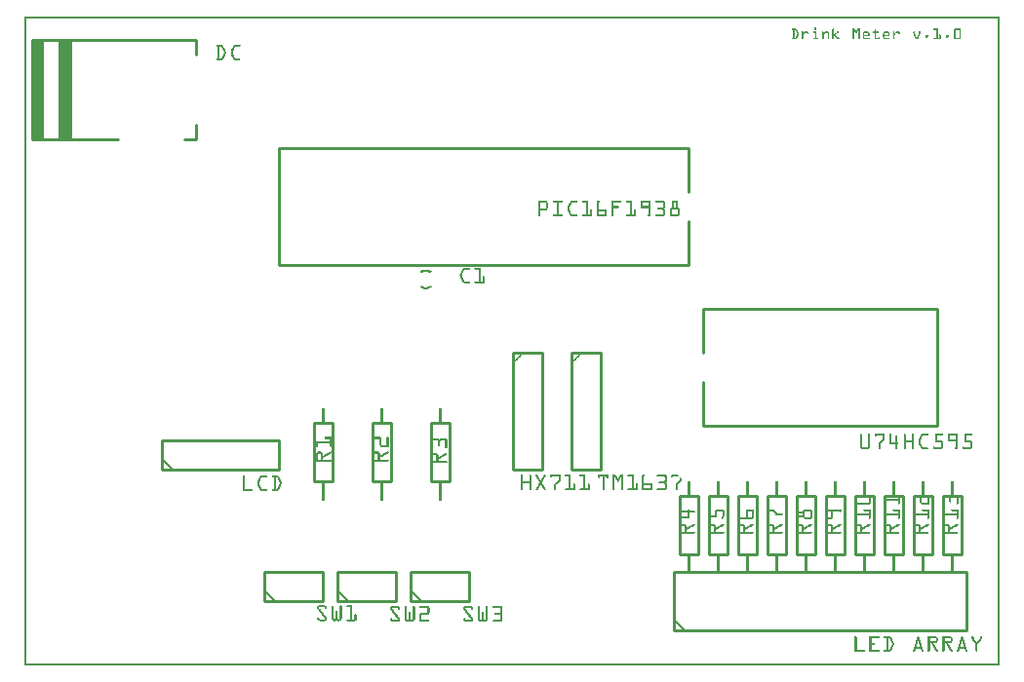
<source format=gto>
G04 MADE WITH FRITZING*
G04 WWW.FRITZING.ORG*
G04 DOUBLE SIDED*
G04 HOLES PLATED*
G04 CONTOUR ON CENTER OF CONTOUR VECTOR*
%ASAXBY*%
%FSLAX23Y23*%
%MOIN*%
%OFA0B0*%
%SFA1.0B1.0*%
%ADD10C,0.010000*%
%ADD11C,0.005000*%
%ADD12R,0.001000X0.001000*%
%LNSILK1*%
G90*
G70*
G54D10*
X2272Y1772D02*
X872Y1772D01*
D02*
X872Y1772D02*
X872Y1372D01*
D02*
X872Y1372D02*
X2272Y1372D01*
D02*
X2272Y1772D02*
X2272Y1622D01*
D02*
X2272Y1522D02*
X2272Y1372D01*
D02*
X322Y1802D02*
X27Y1802D01*
D02*
X27Y1802D02*
X27Y2142D01*
D02*
X27Y2142D02*
X587Y2142D01*
D02*
X587Y2142D02*
X587Y2092D01*
D02*
X547Y1802D02*
X587Y1802D01*
D02*
X587Y1802D02*
X587Y1852D01*
D02*
X27Y1802D02*
X27Y2142D01*
D02*
X32Y1802D02*
X32Y2142D01*
D02*
X37Y1802D02*
X37Y2142D01*
D02*
X42Y1802D02*
X42Y2142D01*
D02*
X47Y1802D02*
X47Y2142D01*
D02*
X52Y1802D02*
X52Y2142D01*
D02*
X57Y1802D02*
X57Y2142D01*
D02*
X62Y1802D02*
X62Y2142D01*
D02*
X157Y1802D02*
X157Y2142D01*
D02*
X152Y1802D02*
X152Y2142D01*
D02*
X147Y1802D02*
X147Y2142D01*
D02*
X142Y1802D02*
X142Y2142D01*
D02*
X137Y1802D02*
X137Y2142D01*
D02*
X132Y1802D02*
X132Y2142D01*
D02*
X127Y1802D02*
X127Y2142D01*
D02*
X122Y1802D02*
X122Y2142D01*
D02*
X472Y672D02*
X872Y672D01*
D02*
X872Y672D02*
X872Y772D01*
D02*
X872Y772D02*
X472Y772D01*
D02*
X472Y772D02*
X472Y672D01*
G54D11*
D02*
X507Y672D02*
X472Y707D01*
G54D10*
D02*
X1322Y222D02*
X1522Y222D01*
D02*
X1522Y222D02*
X1522Y322D01*
D02*
X1522Y322D02*
X1322Y322D01*
D02*
X1322Y322D02*
X1322Y222D01*
G54D11*
D02*
X1357Y222D02*
X1322Y257D01*
G54D10*
D02*
X1072Y222D02*
X1272Y222D01*
D02*
X1272Y222D02*
X1272Y322D01*
D02*
X1272Y322D02*
X1072Y322D01*
D02*
X1072Y322D02*
X1072Y222D01*
G54D11*
D02*
X1107Y222D02*
X1072Y257D01*
G54D10*
D02*
X822Y222D02*
X1022Y222D01*
D02*
X1022Y222D02*
X1022Y322D01*
D02*
X1022Y322D02*
X822Y322D01*
D02*
X822Y322D02*
X822Y222D01*
G54D11*
D02*
X857Y222D02*
X822Y257D01*
G54D10*
D02*
X989Y632D02*
X989Y832D01*
D02*
X989Y832D02*
X1055Y832D01*
D02*
X1055Y832D02*
X1055Y632D01*
D02*
X1055Y632D02*
X989Y632D01*
D02*
X1189Y632D02*
X1189Y832D01*
D02*
X1189Y832D02*
X1255Y832D01*
D02*
X1255Y832D02*
X1255Y632D01*
D02*
X1255Y632D02*
X1189Y632D01*
D02*
X1389Y632D02*
X1389Y832D01*
D02*
X1389Y832D02*
X1455Y832D01*
D02*
X1455Y832D02*
X1455Y632D01*
D02*
X1455Y632D02*
X1389Y632D01*
D02*
X1672Y1072D02*
X1672Y672D01*
D02*
X1672Y672D02*
X1772Y672D01*
D02*
X1772Y672D02*
X1772Y1072D01*
D02*
X1772Y1072D02*
X1672Y1072D01*
D02*
X1872Y1072D02*
X1872Y672D01*
D02*
X1872Y672D02*
X1972Y672D01*
D02*
X1972Y672D02*
X1972Y1072D01*
D02*
X1972Y1072D02*
X1872Y1072D01*
D02*
X2322Y822D02*
X3122Y822D01*
D02*
X3122Y822D02*
X3122Y1222D01*
D02*
X3122Y1222D02*
X2322Y1222D01*
D02*
X2322Y822D02*
X2322Y972D01*
D02*
X2322Y1072D02*
X2322Y1222D01*
D02*
X2222Y122D02*
X3222Y122D01*
D02*
X3222Y122D02*
X3222Y322D01*
D02*
X3222Y322D02*
X2222Y322D01*
D02*
X2222Y322D02*
X2222Y122D01*
G54D11*
D02*
X2257Y122D02*
X2222Y157D01*
G54D10*
D02*
X2239Y382D02*
X2239Y582D01*
D02*
X2239Y582D02*
X2305Y582D01*
D02*
X2305Y582D02*
X2305Y382D01*
D02*
X2305Y382D02*
X2239Y382D01*
D02*
X2339Y382D02*
X2339Y582D01*
D02*
X2339Y582D02*
X2405Y582D01*
D02*
X2405Y582D02*
X2405Y382D01*
D02*
X2405Y382D02*
X2339Y382D01*
D02*
X2439Y382D02*
X2439Y582D01*
D02*
X2439Y582D02*
X2505Y582D01*
D02*
X2505Y582D02*
X2505Y382D01*
D02*
X2505Y382D02*
X2439Y382D01*
D02*
X2539Y382D02*
X2539Y582D01*
D02*
X2539Y582D02*
X2605Y582D01*
D02*
X2605Y582D02*
X2605Y382D01*
D02*
X2605Y382D02*
X2539Y382D01*
D02*
X2639Y382D02*
X2639Y582D01*
D02*
X2639Y582D02*
X2705Y582D01*
D02*
X2705Y582D02*
X2705Y382D01*
D02*
X2705Y382D02*
X2639Y382D01*
D02*
X2739Y382D02*
X2739Y582D01*
D02*
X2739Y582D02*
X2805Y582D01*
D02*
X2805Y582D02*
X2805Y382D01*
D02*
X2805Y382D02*
X2739Y382D01*
D02*
X2839Y382D02*
X2839Y582D01*
D02*
X2839Y582D02*
X2905Y582D01*
D02*
X2905Y582D02*
X2905Y382D01*
D02*
X2905Y382D02*
X2839Y382D01*
D02*
X2939Y382D02*
X2939Y582D01*
D02*
X2939Y582D02*
X3005Y582D01*
D02*
X3005Y582D02*
X3005Y382D01*
D02*
X3005Y382D02*
X2939Y382D01*
D02*
X3039Y382D02*
X3039Y582D01*
D02*
X3039Y582D02*
X3105Y582D01*
D02*
X3105Y582D02*
X3105Y382D01*
D02*
X3105Y382D02*
X3039Y382D01*
D02*
X3139Y382D02*
X3139Y582D01*
D02*
X3139Y582D02*
X3205Y582D01*
D02*
X3205Y582D02*
X3205Y382D01*
D02*
X3205Y382D02*
X3139Y382D01*
G54D12*
X1Y2222D02*
X3333Y2222D01*
X1Y2221D02*
X3333Y2221D01*
X1Y2220D02*
X3333Y2220D01*
X1Y2219D02*
X3333Y2219D01*
X1Y2218D02*
X3333Y2218D01*
X1Y2217D02*
X3333Y2217D01*
X1Y2216D02*
X3333Y2216D01*
X1Y2215D02*
X3333Y2215D01*
X1Y2214D02*
X8Y2214D01*
X3326Y2214D02*
X3333Y2214D01*
X1Y2213D02*
X8Y2213D01*
X3326Y2213D02*
X3333Y2213D01*
X1Y2212D02*
X8Y2212D01*
X3326Y2212D02*
X3333Y2212D01*
X1Y2211D02*
X8Y2211D01*
X3326Y2211D02*
X3333Y2211D01*
X1Y2210D02*
X8Y2210D01*
X3326Y2210D02*
X3333Y2210D01*
X1Y2209D02*
X8Y2209D01*
X3326Y2209D02*
X3333Y2209D01*
X1Y2208D02*
X8Y2208D01*
X3326Y2208D02*
X3333Y2208D01*
X1Y2207D02*
X8Y2207D01*
X3326Y2207D02*
X3333Y2207D01*
X1Y2206D02*
X8Y2206D01*
X3326Y2206D02*
X3333Y2206D01*
X1Y2205D02*
X8Y2205D01*
X3326Y2205D02*
X3333Y2205D01*
X1Y2204D02*
X8Y2204D01*
X3326Y2204D02*
X3333Y2204D01*
X1Y2203D02*
X8Y2203D01*
X3326Y2203D02*
X3333Y2203D01*
X1Y2202D02*
X8Y2202D01*
X3326Y2202D02*
X3333Y2202D01*
X1Y2201D02*
X8Y2201D01*
X3326Y2201D02*
X3333Y2201D01*
X1Y2200D02*
X8Y2200D01*
X3326Y2200D02*
X3333Y2200D01*
X1Y2199D02*
X8Y2199D01*
X3326Y2199D02*
X3333Y2199D01*
X1Y2198D02*
X8Y2198D01*
X3326Y2198D02*
X3333Y2198D01*
X1Y2197D02*
X8Y2197D01*
X3326Y2197D02*
X3333Y2197D01*
X1Y2196D02*
X8Y2196D01*
X3326Y2196D02*
X3333Y2196D01*
X1Y2195D02*
X8Y2195D01*
X3326Y2195D02*
X3333Y2195D01*
X1Y2194D02*
X8Y2194D01*
X3326Y2194D02*
X3333Y2194D01*
X1Y2193D02*
X8Y2193D01*
X3326Y2193D02*
X3333Y2193D01*
X1Y2192D02*
X8Y2192D01*
X3326Y2192D02*
X3333Y2192D01*
X1Y2191D02*
X8Y2191D01*
X3326Y2191D02*
X3333Y2191D01*
X1Y2190D02*
X8Y2190D01*
X3326Y2190D02*
X3333Y2190D01*
X1Y2189D02*
X8Y2189D01*
X3326Y2189D02*
X3333Y2189D01*
X1Y2188D02*
X8Y2188D01*
X3326Y2188D02*
X3333Y2188D01*
X1Y2187D02*
X8Y2187D01*
X3326Y2187D02*
X3333Y2187D01*
X1Y2186D02*
X8Y2186D01*
X3326Y2186D02*
X3333Y2186D01*
X1Y2185D02*
X8Y2185D01*
X3326Y2185D02*
X3333Y2185D01*
X1Y2184D02*
X8Y2184D01*
X3326Y2184D02*
X3333Y2184D01*
X1Y2183D02*
X8Y2183D01*
X2702Y2183D02*
X2705Y2183D01*
X3326Y2183D02*
X3333Y2183D01*
X1Y2182D02*
X8Y2182D01*
X2701Y2182D02*
X2706Y2182D01*
X3326Y2182D02*
X3333Y2182D01*
X1Y2181D02*
X8Y2181D01*
X2626Y2181D02*
X2635Y2181D01*
X2700Y2181D02*
X2706Y2181D01*
X2764Y2181D02*
X2764Y2181D01*
X2832Y2181D02*
X2837Y2181D01*
X2850Y2181D02*
X2854Y2181D01*
X3110Y2181D02*
X3122Y2181D01*
X3182Y2181D02*
X3196Y2181D01*
X3326Y2181D02*
X3333Y2181D01*
X1Y2180D02*
X8Y2180D01*
X2624Y2180D02*
X2638Y2180D01*
X2700Y2180D02*
X2706Y2180D01*
X2763Y2180D02*
X2766Y2180D01*
X2832Y2180D02*
X2837Y2180D01*
X2849Y2180D02*
X2855Y2180D01*
X3109Y2180D02*
X3122Y2180D01*
X3180Y2180D02*
X3199Y2180D01*
X3326Y2180D02*
X3333Y2180D01*
X1Y2179D02*
X8Y2179D01*
X2624Y2179D02*
X2639Y2179D01*
X2700Y2179D02*
X2706Y2179D01*
X2762Y2179D02*
X2766Y2179D01*
X2832Y2179D02*
X2838Y2179D01*
X2848Y2179D02*
X2855Y2179D01*
X3109Y2179D02*
X3122Y2179D01*
X3179Y2179D02*
X3200Y2179D01*
X3326Y2179D02*
X3333Y2179D01*
X1Y2178D02*
X8Y2178D01*
X2624Y2178D02*
X2640Y2178D01*
X2700Y2178D02*
X2706Y2178D01*
X2762Y2178D02*
X2766Y2178D01*
X2832Y2178D02*
X2839Y2178D01*
X2847Y2178D02*
X2855Y2178D01*
X2906Y2178D02*
X2909Y2178D01*
X3109Y2178D02*
X3122Y2178D01*
X3178Y2178D02*
X3200Y2178D01*
X3326Y2178D02*
X3333Y2178D01*
X1Y2177D02*
X8Y2177D01*
X2625Y2177D02*
X2641Y2177D01*
X2701Y2177D02*
X2706Y2177D01*
X2762Y2177D02*
X2766Y2177D01*
X2832Y2177D02*
X2840Y2177D01*
X2847Y2177D02*
X2855Y2177D01*
X2906Y2177D02*
X2909Y2177D01*
X3109Y2177D02*
X3122Y2177D01*
X3178Y2177D02*
X3201Y2177D01*
X3326Y2177D02*
X3333Y2177D01*
X1Y2176D02*
X8Y2176D01*
X2628Y2176D02*
X2633Y2176D01*
X2636Y2176D02*
X2641Y2176D01*
X2762Y2176D02*
X2766Y2176D01*
X2832Y2176D02*
X2840Y2176D01*
X2846Y2176D02*
X2855Y2176D01*
X2906Y2176D02*
X2909Y2176D01*
X3118Y2176D02*
X3122Y2176D01*
X3178Y2176D02*
X3182Y2176D01*
X3197Y2176D02*
X3201Y2176D01*
X3326Y2176D02*
X3333Y2176D01*
X1Y2175D02*
X8Y2175D01*
X2629Y2175D02*
X2632Y2175D01*
X2637Y2175D02*
X2642Y2175D01*
X2762Y2175D02*
X2766Y2175D01*
X2832Y2175D02*
X2841Y2175D01*
X2845Y2175D02*
X2855Y2175D01*
X2906Y2175D02*
X2909Y2175D01*
X3118Y2175D02*
X3122Y2175D01*
X3178Y2175D02*
X3182Y2175D01*
X3197Y2175D02*
X3201Y2175D01*
X3326Y2175D02*
X3333Y2175D01*
X1Y2174D02*
X8Y2174D01*
X2629Y2174D02*
X2632Y2174D01*
X2638Y2174D02*
X2642Y2174D01*
X2762Y2174D02*
X2766Y2174D01*
X2832Y2174D02*
X2842Y2174D01*
X2844Y2174D02*
X2855Y2174D01*
X2906Y2174D02*
X2909Y2174D01*
X3118Y2174D02*
X3122Y2174D01*
X3178Y2174D02*
X3182Y2174D01*
X3197Y2174D02*
X3201Y2174D01*
X3326Y2174D02*
X3333Y2174D01*
X1Y2173D02*
X8Y2173D01*
X2629Y2173D02*
X2632Y2173D01*
X2638Y2173D02*
X2643Y2173D01*
X2762Y2173D02*
X2766Y2173D01*
X2832Y2173D02*
X2835Y2173D01*
X2837Y2173D02*
X2849Y2173D01*
X2851Y2173D02*
X2855Y2173D01*
X2906Y2173D02*
X2909Y2173D01*
X3118Y2173D02*
X3122Y2173D01*
X3178Y2173D02*
X3182Y2173D01*
X3197Y2173D02*
X3201Y2173D01*
X3326Y2173D02*
X3333Y2173D01*
X1Y2172D02*
X8Y2172D01*
X2629Y2172D02*
X2632Y2172D01*
X2639Y2172D02*
X2643Y2172D01*
X2762Y2172D02*
X2766Y2172D01*
X2832Y2172D02*
X2835Y2172D01*
X2838Y2172D02*
X2848Y2172D01*
X2851Y2172D02*
X2855Y2172D01*
X2906Y2172D02*
X2909Y2172D01*
X3118Y2172D02*
X3122Y2172D01*
X3178Y2172D02*
X3182Y2172D01*
X3197Y2172D02*
X3201Y2172D01*
X3326Y2172D02*
X3333Y2172D01*
X1Y2171D02*
X8Y2171D01*
X2629Y2171D02*
X2632Y2171D01*
X2639Y2171D02*
X2644Y2171D01*
X2762Y2171D02*
X2766Y2171D01*
X2832Y2171D02*
X2835Y2171D01*
X2839Y2171D02*
X2847Y2171D01*
X2851Y2171D02*
X2855Y2171D01*
X2905Y2171D02*
X2910Y2171D01*
X3118Y2171D02*
X3122Y2171D01*
X3178Y2171D02*
X3182Y2171D01*
X3197Y2171D02*
X3201Y2171D01*
X3326Y2171D02*
X3333Y2171D01*
X1Y2170D02*
X8Y2170D01*
X2629Y2170D02*
X2632Y2170D01*
X2640Y2170D02*
X2644Y2170D01*
X2659Y2170D02*
X2662Y2170D01*
X2668Y2170D02*
X2678Y2170D01*
X2696Y2170D02*
X2706Y2170D01*
X2728Y2170D02*
X2731Y2170D01*
X2738Y2170D02*
X2746Y2170D01*
X2762Y2170D02*
X2766Y2170D01*
X2779Y2170D02*
X2782Y2170D01*
X2832Y2170D02*
X2835Y2170D01*
X2839Y2170D02*
X2847Y2170D01*
X2851Y2170D02*
X2855Y2170D01*
X2872Y2170D02*
X2884Y2170D01*
X2901Y2170D02*
X2921Y2170D01*
X2941Y2170D02*
X2953Y2170D01*
X2971Y2170D02*
X2973Y2170D01*
X2980Y2170D02*
X2989Y2170D01*
X3040Y2170D02*
X3043Y2170D01*
X3059Y2170D02*
X3062Y2170D01*
X3118Y2170D02*
X3122Y2170D01*
X3178Y2170D02*
X3182Y2170D01*
X3197Y2170D02*
X3201Y2170D01*
X3326Y2170D02*
X3333Y2170D01*
X1Y2169D02*
X8Y2169D01*
X2629Y2169D02*
X2632Y2169D01*
X2640Y2169D02*
X2645Y2169D01*
X2659Y2169D02*
X2662Y2169D01*
X2667Y2169D02*
X2679Y2169D01*
X2696Y2169D02*
X2706Y2169D01*
X2728Y2169D02*
X2731Y2169D01*
X2736Y2169D02*
X2748Y2169D01*
X2762Y2169D02*
X2766Y2169D01*
X2778Y2169D02*
X2783Y2169D01*
X2832Y2169D02*
X2835Y2169D01*
X2840Y2169D02*
X2846Y2169D01*
X2851Y2169D02*
X2855Y2169D01*
X2870Y2169D02*
X2885Y2169D01*
X2901Y2169D02*
X2921Y2169D01*
X2940Y2169D02*
X2954Y2169D01*
X2970Y2169D02*
X2974Y2169D01*
X2979Y2169D02*
X2991Y2169D01*
X3039Y2169D02*
X3043Y2169D01*
X3059Y2169D02*
X3062Y2169D01*
X3118Y2169D02*
X3122Y2169D01*
X3178Y2169D02*
X3182Y2169D01*
X3197Y2169D02*
X3201Y2169D01*
X3326Y2169D02*
X3333Y2169D01*
X1Y2168D02*
X8Y2168D01*
X2629Y2168D02*
X2632Y2168D01*
X2641Y2168D02*
X2645Y2168D01*
X2658Y2168D02*
X2662Y2168D01*
X2666Y2168D02*
X2680Y2168D01*
X2696Y2168D02*
X2706Y2168D01*
X2728Y2168D02*
X2732Y2168D01*
X2734Y2168D02*
X2749Y2168D01*
X2762Y2168D02*
X2766Y2168D01*
X2777Y2168D02*
X2783Y2168D01*
X2832Y2168D02*
X2835Y2168D01*
X2841Y2168D02*
X2845Y2168D01*
X2851Y2168D02*
X2855Y2168D01*
X2869Y2168D02*
X2886Y2168D01*
X2901Y2168D02*
X2921Y2168D01*
X2938Y2168D02*
X2956Y2168D01*
X2970Y2168D02*
X2974Y2168D01*
X2978Y2168D02*
X2992Y2168D01*
X3039Y2168D02*
X3043Y2168D01*
X3058Y2168D02*
X3062Y2168D01*
X3118Y2168D02*
X3122Y2168D01*
X3178Y2168D02*
X3182Y2168D01*
X3197Y2168D02*
X3201Y2168D01*
X3326Y2168D02*
X3333Y2168D01*
X1Y2167D02*
X8Y2167D01*
X2629Y2167D02*
X2632Y2167D01*
X2641Y2167D02*
X2646Y2167D01*
X2658Y2167D02*
X2662Y2167D01*
X2665Y2167D02*
X2681Y2167D01*
X2696Y2167D02*
X2706Y2167D01*
X2728Y2167D02*
X2749Y2167D01*
X2762Y2167D02*
X2766Y2167D01*
X2776Y2167D02*
X2782Y2167D01*
X2832Y2167D02*
X2835Y2167D01*
X2841Y2167D02*
X2845Y2167D01*
X2851Y2167D02*
X2855Y2167D01*
X2868Y2167D02*
X2887Y2167D01*
X2901Y2167D02*
X2921Y2167D01*
X2937Y2167D02*
X2957Y2167D01*
X2970Y2167D02*
X2974Y2167D01*
X2977Y2167D02*
X2992Y2167D01*
X3039Y2167D02*
X3043Y2167D01*
X3058Y2167D02*
X3062Y2167D01*
X3118Y2167D02*
X3122Y2167D01*
X3178Y2167D02*
X3182Y2167D01*
X3197Y2167D02*
X3201Y2167D01*
X3326Y2167D02*
X3333Y2167D01*
X1Y2166D02*
X8Y2166D01*
X2629Y2166D02*
X2632Y2166D01*
X2642Y2166D02*
X2646Y2166D01*
X2658Y2166D02*
X2670Y2166D01*
X2675Y2166D02*
X2681Y2166D01*
X2702Y2166D02*
X2706Y2166D01*
X2728Y2166D02*
X2739Y2166D01*
X2744Y2166D02*
X2750Y2166D01*
X2762Y2166D02*
X2766Y2166D01*
X2775Y2166D02*
X2781Y2166D01*
X2832Y2166D02*
X2835Y2166D01*
X2841Y2166D02*
X2845Y2166D01*
X2851Y2166D02*
X2855Y2166D01*
X2867Y2166D02*
X2874Y2166D01*
X2881Y2166D02*
X2888Y2166D01*
X2905Y2166D02*
X2910Y2166D01*
X2937Y2166D02*
X2943Y2166D01*
X2951Y2166D02*
X2957Y2166D01*
X2970Y2166D02*
X2982Y2166D01*
X2987Y2166D02*
X2993Y2166D01*
X3039Y2166D02*
X3043Y2166D01*
X3058Y2166D02*
X3062Y2166D01*
X3118Y2166D02*
X3122Y2166D01*
X3178Y2166D02*
X3182Y2166D01*
X3197Y2166D02*
X3201Y2166D01*
X3326Y2166D02*
X3333Y2166D01*
X1Y2165D02*
X8Y2165D01*
X2629Y2165D02*
X2632Y2165D01*
X2642Y2165D02*
X2646Y2165D01*
X2658Y2165D02*
X2669Y2165D01*
X2677Y2165D02*
X2681Y2165D01*
X2703Y2165D02*
X2706Y2165D01*
X2728Y2165D02*
X2738Y2165D01*
X2746Y2165D02*
X2750Y2165D01*
X2762Y2165D02*
X2766Y2165D01*
X2774Y2165D02*
X2780Y2165D01*
X2832Y2165D02*
X2835Y2165D01*
X2842Y2165D02*
X2844Y2165D01*
X2851Y2165D02*
X2855Y2165D01*
X2867Y2165D02*
X2872Y2165D01*
X2884Y2165D02*
X2889Y2165D01*
X2906Y2165D02*
X2909Y2165D01*
X2936Y2165D02*
X2941Y2165D01*
X2953Y2165D02*
X2958Y2165D01*
X2970Y2165D02*
X2981Y2165D01*
X2989Y2165D02*
X2993Y2165D01*
X3039Y2165D02*
X3043Y2165D01*
X3058Y2165D02*
X3062Y2165D01*
X3118Y2165D02*
X3122Y2165D01*
X3178Y2165D02*
X3182Y2165D01*
X3197Y2165D02*
X3201Y2165D01*
X3326Y2165D02*
X3333Y2165D01*
X1Y2164D02*
X8Y2164D01*
X2629Y2164D02*
X2632Y2164D01*
X2643Y2164D02*
X2647Y2164D01*
X2658Y2164D02*
X2668Y2164D01*
X2677Y2164D02*
X2681Y2164D01*
X2703Y2164D02*
X2706Y2164D01*
X2728Y2164D02*
X2736Y2164D01*
X2746Y2164D02*
X2750Y2164D01*
X2762Y2164D02*
X2766Y2164D01*
X2772Y2164D02*
X2779Y2164D01*
X2832Y2164D02*
X2835Y2164D01*
X2851Y2164D02*
X2855Y2164D01*
X2866Y2164D02*
X2871Y2164D01*
X2884Y2164D02*
X2889Y2164D01*
X2906Y2164D02*
X2909Y2164D01*
X2936Y2164D02*
X2940Y2164D01*
X2954Y2164D02*
X2958Y2164D01*
X2970Y2164D02*
X2980Y2164D01*
X2989Y2164D02*
X2993Y2164D01*
X3039Y2164D02*
X3044Y2164D01*
X3058Y2164D02*
X3062Y2164D01*
X3118Y2164D02*
X3122Y2164D01*
X3178Y2164D02*
X3182Y2164D01*
X3197Y2164D02*
X3201Y2164D01*
X3326Y2164D02*
X3333Y2164D01*
X1Y2163D02*
X8Y2163D01*
X2629Y2163D02*
X2632Y2163D01*
X2643Y2163D02*
X2647Y2163D01*
X2658Y2163D02*
X2667Y2163D01*
X2678Y2163D02*
X2681Y2163D01*
X2703Y2163D02*
X2706Y2163D01*
X2728Y2163D02*
X2735Y2163D01*
X2746Y2163D02*
X2750Y2163D01*
X2762Y2163D02*
X2766Y2163D01*
X2771Y2163D02*
X2778Y2163D01*
X2832Y2163D02*
X2835Y2163D01*
X2851Y2163D02*
X2855Y2163D01*
X2866Y2163D02*
X2870Y2163D01*
X2885Y2163D02*
X2889Y2163D01*
X2906Y2163D02*
X2909Y2163D01*
X2936Y2163D02*
X2940Y2163D01*
X2954Y2163D02*
X2958Y2163D01*
X2970Y2163D02*
X2978Y2163D01*
X2989Y2163D02*
X2993Y2163D01*
X3040Y2163D02*
X3044Y2163D01*
X3058Y2163D02*
X3062Y2163D01*
X3118Y2163D02*
X3122Y2163D01*
X3178Y2163D02*
X3182Y2163D01*
X3197Y2163D02*
X3201Y2163D01*
X3326Y2163D02*
X3333Y2163D01*
X1Y2162D02*
X8Y2162D01*
X2629Y2162D02*
X2632Y2162D01*
X2643Y2162D02*
X2647Y2162D01*
X2658Y2162D02*
X2666Y2162D01*
X2678Y2162D02*
X2681Y2162D01*
X2703Y2162D02*
X2706Y2162D01*
X2728Y2162D02*
X2733Y2162D01*
X2746Y2162D02*
X2750Y2162D01*
X2762Y2162D02*
X2766Y2162D01*
X2770Y2162D02*
X2777Y2162D01*
X2832Y2162D02*
X2835Y2162D01*
X2851Y2162D02*
X2855Y2162D01*
X2866Y2162D02*
X2870Y2162D01*
X2885Y2162D02*
X2889Y2162D01*
X2906Y2162D02*
X2909Y2162D01*
X2935Y2162D02*
X2939Y2162D01*
X2955Y2162D02*
X2958Y2162D01*
X2970Y2162D02*
X2977Y2162D01*
X2989Y2162D02*
X2993Y2162D01*
X3040Y2162D02*
X3044Y2162D01*
X3057Y2162D02*
X3061Y2162D01*
X3118Y2162D02*
X3122Y2162D01*
X3178Y2162D02*
X3182Y2162D01*
X3197Y2162D02*
X3201Y2162D01*
X3326Y2162D02*
X3333Y2162D01*
X1Y2161D02*
X8Y2161D01*
X2629Y2161D02*
X2632Y2161D01*
X2643Y2161D02*
X2647Y2161D01*
X2658Y2161D02*
X2664Y2161D01*
X2678Y2161D02*
X2681Y2161D01*
X2703Y2161D02*
X2706Y2161D01*
X2728Y2161D02*
X2732Y2161D01*
X2746Y2161D02*
X2750Y2161D01*
X2762Y2161D02*
X2766Y2161D01*
X2769Y2161D02*
X2775Y2161D01*
X2832Y2161D02*
X2835Y2161D01*
X2851Y2161D02*
X2855Y2161D01*
X2866Y2161D02*
X2870Y2161D01*
X2885Y2161D02*
X2889Y2161D01*
X2906Y2161D02*
X2909Y2161D01*
X2935Y2161D02*
X2939Y2161D01*
X2955Y2161D02*
X2958Y2161D01*
X2970Y2161D02*
X2976Y2161D01*
X2990Y2161D02*
X2993Y2161D01*
X3041Y2161D02*
X3045Y2161D01*
X3057Y2161D02*
X3061Y2161D01*
X3118Y2161D02*
X3122Y2161D01*
X3178Y2161D02*
X3182Y2161D01*
X3197Y2161D02*
X3201Y2161D01*
X3326Y2161D02*
X3333Y2161D01*
X1Y2160D02*
X8Y2160D01*
X2629Y2160D02*
X2632Y2160D01*
X2642Y2160D02*
X2646Y2160D01*
X2658Y2160D02*
X2663Y2160D01*
X2703Y2160D02*
X2706Y2160D01*
X2728Y2160D02*
X2732Y2160D01*
X2746Y2160D02*
X2750Y2160D01*
X2762Y2160D02*
X2766Y2160D01*
X2768Y2160D02*
X2774Y2160D01*
X2832Y2160D02*
X2835Y2160D01*
X2851Y2160D02*
X2855Y2160D01*
X2866Y2160D02*
X2870Y2160D01*
X2885Y2160D02*
X2889Y2160D01*
X2906Y2160D02*
X2909Y2160D01*
X2935Y2160D02*
X2939Y2160D01*
X2955Y2160D02*
X2958Y2160D01*
X2970Y2160D02*
X2975Y2160D01*
X2991Y2160D02*
X2991Y2160D01*
X3041Y2160D02*
X3045Y2160D01*
X3056Y2160D02*
X3061Y2160D01*
X3118Y2160D02*
X3122Y2160D01*
X3128Y2160D02*
X3131Y2160D01*
X3178Y2160D02*
X3182Y2160D01*
X3197Y2160D02*
X3201Y2160D01*
X3326Y2160D02*
X3333Y2160D01*
X1Y2159D02*
X8Y2159D01*
X2629Y2159D02*
X2632Y2159D01*
X2642Y2159D02*
X2646Y2159D01*
X2658Y2159D02*
X2662Y2159D01*
X2703Y2159D02*
X2706Y2159D01*
X2728Y2159D02*
X2732Y2159D01*
X2746Y2159D02*
X2750Y2159D01*
X2762Y2159D02*
X2773Y2159D01*
X2832Y2159D02*
X2835Y2159D01*
X2851Y2159D02*
X2855Y2159D01*
X2866Y2159D02*
X2870Y2159D01*
X2885Y2159D02*
X2889Y2159D01*
X2906Y2159D02*
X2909Y2159D01*
X2935Y2159D02*
X2939Y2159D01*
X2954Y2159D02*
X2958Y2159D01*
X2970Y2159D02*
X2974Y2159D01*
X3041Y2159D02*
X3046Y2159D01*
X3056Y2159D02*
X3060Y2159D01*
X3118Y2159D02*
X3122Y2159D01*
X3128Y2159D02*
X3131Y2159D01*
X3178Y2159D02*
X3182Y2159D01*
X3197Y2159D02*
X3201Y2159D01*
X3326Y2159D02*
X3333Y2159D01*
X1Y2158D02*
X8Y2158D01*
X2629Y2158D02*
X2632Y2158D01*
X2641Y2158D02*
X2646Y2158D01*
X2658Y2158D02*
X2662Y2158D01*
X2703Y2158D02*
X2706Y2158D01*
X2728Y2158D02*
X2732Y2158D01*
X2746Y2158D02*
X2750Y2158D01*
X2762Y2158D02*
X2773Y2158D01*
X2832Y2158D02*
X2835Y2158D01*
X2851Y2158D02*
X2855Y2158D01*
X2866Y2158D02*
X2889Y2158D01*
X2906Y2158D02*
X2909Y2158D01*
X2935Y2158D02*
X2958Y2158D01*
X2970Y2158D02*
X2974Y2158D01*
X3042Y2158D02*
X3046Y2158D01*
X3055Y2158D02*
X3060Y2158D01*
X3082Y2158D02*
X3089Y2158D01*
X3118Y2158D02*
X3122Y2158D01*
X3128Y2158D02*
X3132Y2158D01*
X3151Y2158D02*
X3158Y2158D01*
X3178Y2158D02*
X3182Y2158D01*
X3197Y2158D02*
X3201Y2158D01*
X3326Y2158D02*
X3333Y2158D01*
X1Y2157D02*
X8Y2157D01*
X2629Y2157D02*
X2632Y2157D01*
X2641Y2157D02*
X2645Y2157D01*
X2658Y2157D02*
X2662Y2157D01*
X2703Y2157D02*
X2706Y2157D01*
X2728Y2157D02*
X2732Y2157D01*
X2746Y2157D02*
X2750Y2157D01*
X2762Y2157D02*
X2774Y2157D01*
X2832Y2157D02*
X2835Y2157D01*
X2851Y2157D02*
X2855Y2157D01*
X2866Y2157D02*
X2889Y2157D01*
X2906Y2157D02*
X2909Y2157D01*
X2935Y2157D02*
X2958Y2157D01*
X2970Y2157D02*
X2974Y2157D01*
X3042Y2157D02*
X3047Y2157D01*
X3055Y2157D02*
X3059Y2157D01*
X3081Y2157D02*
X3090Y2157D01*
X3118Y2157D02*
X3122Y2157D01*
X3128Y2157D02*
X3132Y2157D01*
X3150Y2157D02*
X3159Y2157D01*
X3178Y2157D02*
X3182Y2157D01*
X3197Y2157D02*
X3201Y2157D01*
X3326Y2157D02*
X3333Y2157D01*
X1Y2156D02*
X8Y2156D01*
X2629Y2156D02*
X2632Y2156D01*
X2640Y2156D02*
X2645Y2156D01*
X2658Y2156D02*
X2662Y2156D01*
X2703Y2156D02*
X2706Y2156D01*
X2728Y2156D02*
X2732Y2156D01*
X2746Y2156D02*
X2750Y2156D01*
X2762Y2156D02*
X2775Y2156D01*
X2832Y2156D02*
X2835Y2156D01*
X2851Y2156D02*
X2855Y2156D01*
X2866Y2156D02*
X2889Y2156D01*
X2906Y2156D02*
X2909Y2156D01*
X2935Y2156D02*
X2958Y2156D01*
X2970Y2156D02*
X2974Y2156D01*
X3043Y2156D02*
X3047Y2156D01*
X3055Y2156D02*
X3059Y2156D01*
X3081Y2156D02*
X3090Y2156D01*
X3118Y2156D02*
X3122Y2156D01*
X3128Y2156D02*
X3132Y2156D01*
X3150Y2156D02*
X3159Y2156D01*
X3178Y2156D02*
X3182Y2156D01*
X3197Y2156D02*
X3201Y2156D01*
X3326Y2156D02*
X3333Y2156D01*
X1Y2155D02*
X8Y2155D01*
X2629Y2155D02*
X2632Y2155D01*
X2640Y2155D02*
X2644Y2155D01*
X2658Y2155D02*
X2662Y2155D01*
X2703Y2155D02*
X2706Y2155D01*
X2728Y2155D02*
X2732Y2155D01*
X2746Y2155D02*
X2750Y2155D01*
X2762Y2155D02*
X2776Y2155D01*
X2832Y2155D02*
X2835Y2155D01*
X2851Y2155D02*
X2855Y2155D01*
X2866Y2155D02*
X2889Y2155D01*
X2906Y2155D02*
X2909Y2155D01*
X2935Y2155D02*
X2958Y2155D01*
X2970Y2155D02*
X2974Y2155D01*
X3043Y2155D02*
X3047Y2155D01*
X3054Y2155D02*
X3058Y2155D01*
X3081Y2155D02*
X3090Y2155D01*
X3118Y2155D02*
X3122Y2155D01*
X3128Y2155D02*
X3132Y2155D01*
X3150Y2155D02*
X3159Y2155D01*
X3178Y2155D02*
X3182Y2155D01*
X3197Y2155D02*
X3201Y2155D01*
X3326Y2155D02*
X3333Y2155D01*
X1Y2154D02*
X8Y2154D01*
X2629Y2154D02*
X2632Y2154D01*
X2639Y2154D02*
X2644Y2154D01*
X2658Y2154D02*
X2662Y2154D01*
X2703Y2154D02*
X2706Y2154D01*
X2728Y2154D02*
X2732Y2154D01*
X2747Y2154D02*
X2750Y2154D01*
X2762Y2154D02*
X2767Y2154D01*
X2771Y2154D02*
X2777Y2154D01*
X2832Y2154D02*
X2835Y2154D01*
X2851Y2154D02*
X2855Y2154D01*
X2866Y2154D02*
X2888Y2154D01*
X2906Y2154D02*
X2909Y2154D01*
X2935Y2154D02*
X2957Y2154D01*
X2970Y2154D02*
X2974Y2154D01*
X3044Y2154D02*
X3048Y2154D01*
X3054Y2154D02*
X3058Y2154D01*
X3081Y2154D02*
X3090Y2154D01*
X3118Y2154D02*
X3122Y2154D01*
X3128Y2154D02*
X3132Y2154D01*
X3150Y2154D02*
X3159Y2154D01*
X3178Y2154D02*
X3182Y2154D01*
X3197Y2154D02*
X3201Y2154D01*
X3326Y2154D02*
X3333Y2154D01*
X1Y2153D02*
X8Y2153D01*
X2629Y2153D02*
X2632Y2153D01*
X2639Y2153D02*
X2643Y2153D01*
X2658Y2153D02*
X2662Y2153D01*
X2703Y2153D02*
X2706Y2153D01*
X2728Y2153D02*
X2732Y2153D01*
X2747Y2153D02*
X2750Y2153D01*
X2762Y2153D02*
X2766Y2153D01*
X2772Y2153D02*
X2778Y2153D01*
X2832Y2153D02*
X2835Y2153D01*
X2851Y2153D02*
X2855Y2153D01*
X2866Y2153D02*
X2870Y2153D01*
X2906Y2153D02*
X2909Y2153D01*
X2935Y2153D02*
X2939Y2153D01*
X2970Y2153D02*
X2974Y2153D01*
X3044Y2153D02*
X3048Y2153D01*
X3053Y2153D02*
X3057Y2153D01*
X3081Y2153D02*
X3090Y2153D01*
X3118Y2153D02*
X3122Y2153D01*
X3128Y2153D02*
X3132Y2153D01*
X3150Y2153D02*
X3159Y2153D01*
X3178Y2153D02*
X3182Y2153D01*
X3197Y2153D02*
X3201Y2153D01*
X3326Y2153D02*
X3333Y2153D01*
X1Y2152D02*
X8Y2152D01*
X2629Y2152D02*
X2632Y2152D01*
X2638Y2152D02*
X2643Y2152D01*
X2658Y2152D02*
X2662Y2152D01*
X2703Y2152D02*
X2706Y2152D01*
X2728Y2152D02*
X2732Y2152D01*
X2747Y2152D02*
X2750Y2152D01*
X2762Y2152D02*
X2766Y2152D01*
X2773Y2152D02*
X2780Y2152D01*
X2832Y2152D02*
X2835Y2152D01*
X2851Y2152D02*
X2855Y2152D01*
X2866Y2152D02*
X2870Y2152D01*
X2906Y2152D02*
X2909Y2152D01*
X2921Y2152D02*
X2923Y2152D01*
X2935Y2152D02*
X2939Y2152D01*
X2970Y2152D02*
X2974Y2152D01*
X3045Y2152D02*
X3049Y2152D01*
X3053Y2152D02*
X3057Y2152D01*
X3081Y2152D02*
X3090Y2152D01*
X3118Y2152D02*
X3122Y2152D01*
X3128Y2152D02*
X3132Y2152D01*
X3150Y2152D02*
X3159Y2152D01*
X3178Y2152D02*
X3182Y2152D01*
X3197Y2152D02*
X3201Y2152D01*
X3326Y2152D02*
X3333Y2152D01*
X1Y2151D02*
X8Y2151D01*
X2629Y2151D02*
X2632Y2151D01*
X2638Y2151D02*
X2642Y2151D01*
X2658Y2151D02*
X2662Y2151D01*
X2703Y2151D02*
X2706Y2151D01*
X2728Y2151D02*
X2732Y2151D01*
X2747Y2151D02*
X2750Y2151D01*
X2762Y2151D02*
X2766Y2151D01*
X2774Y2151D02*
X2781Y2151D01*
X2832Y2151D02*
X2835Y2151D01*
X2851Y2151D02*
X2855Y2151D01*
X2866Y2151D02*
X2871Y2151D01*
X2906Y2151D02*
X2909Y2151D01*
X2920Y2151D02*
X2924Y2151D01*
X2936Y2151D02*
X2940Y2151D01*
X2970Y2151D02*
X2974Y2151D01*
X3045Y2151D02*
X3049Y2151D01*
X3052Y2151D02*
X3057Y2151D01*
X3081Y2151D02*
X3089Y2151D01*
X3118Y2151D02*
X3122Y2151D01*
X3128Y2151D02*
X3132Y2151D01*
X3151Y2151D02*
X3159Y2151D01*
X3178Y2151D02*
X3182Y2151D01*
X3197Y2151D02*
X3201Y2151D01*
X3326Y2151D02*
X3333Y2151D01*
X1Y2150D02*
X8Y2150D01*
X2629Y2150D02*
X2632Y2150D01*
X2637Y2150D02*
X2642Y2150D01*
X2658Y2150D02*
X2662Y2150D01*
X2703Y2150D02*
X2706Y2150D01*
X2728Y2150D02*
X2732Y2150D01*
X2747Y2150D02*
X2750Y2150D01*
X2762Y2150D02*
X2766Y2150D01*
X2775Y2150D02*
X2782Y2150D01*
X2832Y2150D02*
X2835Y2150D01*
X2851Y2150D02*
X2855Y2150D01*
X2867Y2150D02*
X2871Y2150D01*
X2906Y2150D02*
X2910Y2150D01*
X2920Y2150D02*
X2924Y2150D01*
X2936Y2150D02*
X2941Y2150D01*
X2970Y2150D02*
X2974Y2150D01*
X3045Y2150D02*
X3050Y2150D01*
X3052Y2150D02*
X3056Y2150D01*
X3082Y2150D02*
X3088Y2150D01*
X3118Y2150D02*
X3122Y2150D01*
X3128Y2150D02*
X3132Y2150D01*
X3152Y2150D02*
X3158Y2150D01*
X3178Y2150D02*
X3182Y2150D01*
X3197Y2150D02*
X3201Y2150D01*
X3326Y2150D02*
X3333Y2150D01*
X1Y2149D02*
X8Y2149D01*
X2629Y2149D02*
X2632Y2149D01*
X2637Y2149D02*
X2641Y2149D01*
X2658Y2149D02*
X2662Y2149D01*
X2703Y2149D02*
X2706Y2149D01*
X2728Y2149D02*
X2732Y2149D01*
X2747Y2149D02*
X2751Y2149D01*
X2762Y2149D02*
X2766Y2149D01*
X2777Y2149D02*
X2783Y2149D01*
X2832Y2149D02*
X2835Y2149D01*
X2851Y2149D02*
X2855Y2149D01*
X2867Y2149D02*
X2873Y2149D01*
X2906Y2149D02*
X2910Y2149D01*
X2919Y2149D02*
X2924Y2149D01*
X2936Y2149D02*
X2942Y2149D01*
X2970Y2149D02*
X2974Y2149D01*
X3046Y2149D02*
X3056Y2149D01*
X3118Y2149D02*
X3122Y2149D01*
X3128Y2149D02*
X3132Y2149D01*
X3178Y2149D02*
X3182Y2149D01*
X3197Y2149D02*
X3201Y2149D01*
X3326Y2149D02*
X3333Y2149D01*
X1Y2148D02*
X8Y2148D01*
X2625Y2148D02*
X2641Y2148D01*
X2658Y2148D02*
X2662Y2148D01*
X2697Y2148D02*
X2713Y2148D01*
X2728Y2148D02*
X2732Y2148D01*
X2747Y2148D02*
X2751Y2148D01*
X2762Y2148D02*
X2766Y2148D01*
X2778Y2148D02*
X2784Y2148D01*
X2832Y2148D02*
X2835Y2148D01*
X2851Y2148D02*
X2855Y2148D01*
X2868Y2148D02*
X2888Y2148D01*
X2906Y2148D02*
X2923Y2148D01*
X2937Y2148D02*
X2957Y2148D01*
X2970Y2148D02*
X2974Y2148D01*
X3046Y2148D02*
X3055Y2148D01*
X3110Y2148D02*
X3132Y2148D01*
X3178Y2148D02*
X3201Y2148D01*
X3326Y2148D02*
X3333Y2148D01*
X1Y2147D02*
X8Y2147D01*
X2624Y2147D02*
X2640Y2147D01*
X2658Y2147D02*
X2662Y2147D01*
X2696Y2147D02*
X2713Y2147D01*
X2728Y2147D02*
X2732Y2147D01*
X2747Y2147D02*
X2751Y2147D01*
X2762Y2147D02*
X2766Y2147D01*
X2779Y2147D02*
X2785Y2147D01*
X2832Y2147D02*
X2835Y2147D01*
X2851Y2147D02*
X2855Y2147D01*
X2869Y2147D02*
X2889Y2147D01*
X2907Y2147D02*
X2923Y2147D01*
X2938Y2147D02*
X2958Y2147D01*
X2970Y2147D02*
X2974Y2147D01*
X3047Y2147D02*
X3055Y2147D01*
X3109Y2147D02*
X3132Y2147D01*
X3178Y2147D02*
X3200Y2147D01*
X3326Y2147D02*
X3333Y2147D01*
X1Y2146D02*
X8Y2146D01*
X2624Y2146D02*
X2640Y2146D01*
X2658Y2146D02*
X2662Y2146D01*
X2695Y2146D02*
X2714Y2146D01*
X2728Y2146D02*
X2732Y2146D01*
X2747Y2146D02*
X2751Y2146D01*
X2762Y2146D02*
X2766Y2146D01*
X2780Y2146D02*
X2785Y2146D01*
X2832Y2146D02*
X2835Y2146D01*
X2851Y2146D02*
X2855Y2146D01*
X2870Y2146D02*
X2889Y2146D01*
X2907Y2146D02*
X2922Y2146D01*
X2939Y2146D02*
X2958Y2146D01*
X2970Y2146D02*
X2974Y2146D01*
X3047Y2146D02*
X3054Y2146D01*
X3109Y2146D02*
X3131Y2146D01*
X3179Y2146D02*
X3200Y2146D01*
X3326Y2146D02*
X3333Y2146D01*
X1Y2145D02*
X8Y2145D01*
X2624Y2145D02*
X2638Y2145D01*
X2659Y2145D02*
X2662Y2145D01*
X2696Y2145D02*
X2713Y2145D01*
X2728Y2145D02*
X2731Y2145D01*
X2747Y2145D02*
X2750Y2145D01*
X2763Y2145D02*
X2766Y2145D01*
X2781Y2145D02*
X2785Y2145D01*
X2832Y2145D02*
X2835Y2145D01*
X2851Y2145D02*
X2854Y2145D01*
X2871Y2145D02*
X2889Y2145D01*
X2909Y2145D02*
X2921Y2145D01*
X2940Y2145D02*
X2958Y2145D01*
X2970Y2145D02*
X2974Y2145D01*
X3048Y2145D02*
X3054Y2145D01*
X3109Y2145D02*
X3131Y2145D01*
X3179Y2145D02*
X3199Y2145D01*
X3326Y2145D02*
X3333Y2145D01*
X1Y2144D02*
X8Y2144D01*
X2625Y2144D02*
X2637Y2144D01*
X2660Y2144D02*
X2661Y2144D01*
X2697Y2144D02*
X2712Y2144D01*
X2729Y2144D02*
X2730Y2144D01*
X2748Y2144D02*
X2749Y2144D01*
X2764Y2144D02*
X2765Y2144D01*
X2783Y2144D02*
X2784Y2144D01*
X2833Y2144D02*
X2834Y2144D01*
X2852Y2144D02*
X2853Y2144D01*
X2873Y2144D02*
X2888Y2144D01*
X2910Y2144D02*
X2919Y2144D01*
X2942Y2144D02*
X2957Y2144D01*
X2971Y2144D02*
X2973Y2144D01*
X3049Y2144D02*
X3053Y2144D01*
X3110Y2144D02*
X3130Y2144D01*
X3181Y2144D02*
X3198Y2144D01*
X3326Y2144D02*
X3333Y2144D01*
X1Y2143D02*
X8Y2143D01*
X3326Y2143D02*
X3333Y2143D01*
X1Y2142D02*
X8Y2142D01*
X3326Y2142D02*
X3333Y2142D01*
X1Y2141D02*
X8Y2141D01*
X3326Y2141D02*
X3333Y2141D01*
X1Y2140D02*
X8Y2140D01*
X3326Y2140D02*
X3333Y2140D01*
X1Y2139D02*
X8Y2139D01*
X3326Y2139D02*
X3333Y2139D01*
X1Y2138D02*
X8Y2138D01*
X3326Y2138D02*
X3333Y2138D01*
X1Y2137D02*
X8Y2137D01*
X3326Y2137D02*
X3333Y2137D01*
X1Y2136D02*
X8Y2136D01*
X3326Y2136D02*
X3333Y2136D01*
X1Y2135D02*
X8Y2135D01*
X3326Y2135D02*
X3333Y2135D01*
X1Y2134D02*
X8Y2134D01*
X3326Y2134D02*
X3333Y2134D01*
X1Y2133D02*
X8Y2133D01*
X3326Y2133D02*
X3333Y2133D01*
X1Y2132D02*
X8Y2132D01*
X3326Y2132D02*
X3333Y2132D01*
X1Y2131D02*
X8Y2131D01*
X3326Y2131D02*
X3333Y2131D01*
X1Y2130D02*
X8Y2130D01*
X3326Y2130D02*
X3333Y2130D01*
X1Y2129D02*
X8Y2129D01*
X3326Y2129D02*
X3333Y2129D01*
X1Y2128D02*
X8Y2128D01*
X3326Y2128D02*
X3333Y2128D01*
X1Y2127D02*
X8Y2127D01*
X3326Y2127D02*
X3333Y2127D01*
X1Y2126D02*
X8Y2126D01*
X3326Y2126D02*
X3333Y2126D01*
X1Y2125D02*
X8Y2125D01*
X657Y2125D02*
X674Y2125D01*
X721Y2125D02*
X737Y2125D01*
X3326Y2125D02*
X3333Y2125D01*
X1Y2124D02*
X8Y2124D01*
X656Y2124D02*
X676Y2124D01*
X718Y2124D02*
X738Y2124D01*
X3326Y2124D02*
X3333Y2124D01*
X1Y2123D02*
X8Y2123D01*
X656Y2123D02*
X677Y2123D01*
X717Y2123D02*
X739Y2123D01*
X3326Y2123D02*
X3333Y2123D01*
X1Y2122D02*
X8Y2122D01*
X655Y2122D02*
X678Y2122D01*
X716Y2122D02*
X739Y2122D01*
X3326Y2122D02*
X3333Y2122D01*
X1Y2121D02*
X8Y2121D01*
X656Y2121D02*
X679Y2121D01*
X715Y2121D02*
X739Y2121D01*
X3326Y2121D02*
X3333Y2121D01*
X1Y2120D02*
X8Y2120D01*
X656Y2120D02*
X680Y2120D01*
X714Y2120D02*
X738Y2120D01*
X3326Y2120D02*
X3333Y2120D01*
X1Y2119D02*
X8Y2119D01*
X657Y2119D02*
X680Y2119D01*
X714Y2119D02*
X737Y2119D01*
X3326Y2119D02*
X3333Y2119D01*
X1Y2118D02*
X8Y2118D01*
X662Y2118D02*
X668Y2118D01*
X673Y2118D02*
X681Y2118D01*
X713Y2118D02*
X721Y2118D01*
X3326Y2118D02*
X3333Y2118D01*
X1Y2117D02*
X8Y2117D01*
X662Y2117D02*
X668Y2117D01*
X675Y2117D02*
X681Y2117D01*
X713Y2117D02*
X720Y2117D01*
X3326Y2117D02*
X3333Y2117D01*
X1Y2116D02*
X8Y2116D01*
X662Y2116D02*
X668Y2116D01*
X675Y2116D02*
X682Y2116D01*
X712Y2116D02*
X719Y2116D01*
X3326Y2116D02*
X3333Y2116D01*
X1Y2115D02*
X8Y2115D01*
X662Y2115D02*
X668Y2115D01*
X676Y2115D02*
X682Y2115D01*
X712Y2115D02*
X719Y2115D01*
X3326Y2115D02*
X3333Y2115D01*
X1Y2114D02*
X8Y2114D01*
X662Y2114D02*
X668Y2114D01*
X676Y2114D02*
X683Y2114D01*
X711Y2114D02*
X718Y2114D01*
X3326Y2114D02*
X3333Y2114D01*
X1Y2113D02*
X8Y2113D01*
X662Y2113D02*
X668Y2113D01*
X677Y2113D02*
X683Y2113D01*
X711Y2113D02*
X718Y2113D01*
X3326Y2113D02*
X3333Y2113D01*
X1Y2112D02*
X8Y2112D01*
X662Y2112D02*
X668Y2112D01*
X677Y2112D02*
X684Y2112D01*
X710Y2112D02*
X717Y2112D01*
X3326Y2112D02*
X3333Y2112D01*
X1Y2111D02*
X8Y2111D01*
X662Y2111D02*
X668Y2111D01*
X678Y2111D02*
X684Y2111D01*
X710Y2111D02*
X717Y2111D01*
X3326Y2111D02*
X3333Y2111D01*
X1Y2110D02*
X8Y2110D01*
X662Y2110D02*
X668Y2110D01*
X678Y2110D02*
X685Y2110D01*
X709Y2110D02*
X716Y2110D01*
X3326Y2110D02*
X3333Y2110D01*
X1Y2109D02*
X8Y2109D01*
X662Y2109D02*
X668Y2109D01*
X679Y2109D02*
X686Y2109D01*
X709Y2109D02*
X716Y2109D01*
X3326Y2109D02*
X3333Y2109D01*
X1Y2108D02*
X8Y2108D01*
X662Y2108D02*
X668Y2108D01*
X679Y2108D02*
X686Y2108D01*
X708Y2108D02*
X715Y2108D01*
X3326Y2108D02*
X3333Y2108D01*
X1Y2107D02*
X8Y2107D01*
X662Y2107D02*
X668Y2107D01*
X680Y2107D02*
X687Y2107D01*
X708Y2107D02*
X715Y2107D01*
X3326Y2107D02*
X3333Y2107D01*
X1Y2106D02*
X8Y2106D01*
X662Y2106D02*
X668Y2106D01*
X680Y2106D02*
X687Y2106D01*
X707Y2106D02*
X714Y2106D01*
X3326Y2106D02*
X3333Y2106D01*
X1Y2105D02*
X8Y2105D01*
X662Y2105D02*
X668Y2105D01*
X681Y2105D02*
X687Y2105D01*
X707Y2105D02*
X714Y2105D01*
X3326Y2105D02*
X3333Y2105D01*
X1Y2104D02*
X8Y2104D01*
X662Y2104D02*
X668Y2104D01*
X681Y2104D02*
X688Y2104D01*
X707Y2104D02*
X713Y2104D01*
X3326Y2104D02*
X3333Y2104D01*
X1Y2103D02*
X8Y2103D01*
X662Y2103D02*
X668Y2103D01*
X682Y2103D02*
X688Y2103D01*
X706Y2103D02*
X713Y2103D01*
X3326Y2103D02*
X3333Y2103D01*
X1Y2102D02*
X8Y2102D01*
X662Y2102D02*
X668Y2102D01*
X682Y2102D02*
X689Y2102D01*
X706Y2102D02*
X712Y2102D01*
X3326Y2102D02*
X3333Y2102D01*
X1Y2101D02*
X8Y2101D01*
X662Y2101D02*
X668Y2101D01*
X683Y2101D02*
X689Y2101D01*
X706Y2101D02*
X712Y2101D01*
X3326Y2101D02*
X3333Y2101D01*
X1Y2100D02*
X8Y2100D01*
X662Y2100D02*
X668Y2100D01*
X683Y2100D02*
X689Y2100D01*
X706Y2100D02*
X712Y2100D01*
X3326Y2100D02*
X3333Y2100D01*
X1Y2099D02*
X8Y2099D01*
X662Y2099D02*
X668Y2099D01*
X683Y2099D02*
X689Y2099D01*
X705Y2099D02*
X712Y2099D01*
X3326Y2099D02*
X3333Y2099D01*
X1Y2098D02*
X8Y2098D01*
X662Y2098D02*
X668Y2098D01*
X683Y2098D02*
X689Y2098D01*
X705Y2098D02*
X711Y2098D01*
X3326Y2098D02*
X3333Y2098D01*
X1Y2097D02*
X8Y2097D01*
X662Y2097D02*
X668Y2097D01*
X683Y2097D02*
X689Y2097D01*
X706Y2097D02*
X712Y2097D01*
X3326Y2097D02*
X3333Y2097D01*
X1Y2096D02*
X8Y2096D01*
X662Y2096D02*
X668Y2096D01*
X683Y2096D02*
X689Y2096D01*
X706Y2096D02*
X712Y2096D01*
X3326Y2096D02*
X3333Y2096D01*
X1Y2095D02*
X8Y2095D01*
X662Y2095D02*
X668Y2095D01*
X682Y2095D02*
X689Y2095D01*
X706Y2095D02*
X712Y2095D01*
X3326Y2095D02*
X3333Y2095D01*
X1Y2094D02*
X8Y2094D01*
X662Y2094D02*
X668Y2094D01*
X682Y2094D02*
X688Y2094D01*
X706Y2094D02*
X713Y2094D01*
X3326Y2094D02*
X3333Y2094D01*
X1Y2093D02*
X8Y2093D01*
X662Y2093D02*
X668Y2093D01*
X681Y2093D02*
X688Y2093D01*
X706Y2093D02*
X713Y2093D01*
X3326Y2093D02*
X3333Y2093D01*
X1Y2092D02*
X8Y2092D01*
X662Y2092D02*
X668Y2092D01*
X681Y2092D02*
X688Y2092D01*
X707Y2092D02*
X714Y2092D01*
X3326Y2092D02*
X3333Y2092D01*
X1Y2091D02*
X8Y2091D01*
X662Y2091D02*
X668Y2091D01*
X680Y2091D02*
X687Y2091D01*
X707Y2091D02*
X714Y2091D01*
X3326Y2091D02*
X3333Y2091D01*
X1Y2090D02*
X8Y2090D01*
X662Y2090D02*
X668Y2090D01*
X680Y2090D02*
X687Y2090D01*
X708Y2090D02*
X715Y2090D01*
X3326Y2090D02*
X3333Y2090D01*
X1Y2089D02*
X8Y2089D01*
X662Y2089D02*
X668Y2089D01*
X679Y2089D02*
X686Y2089D01*
X708Y2089D02*
X715Y2089D01*
X3326Y2089D02*
X3333Y2089D01*
X1Y2088D02*
X8Y2088D01*
X662Y2088D02*
X668Y2088D01*
X679Y2088D02*
X686Y2088D01*
X709Y2088D02*
X716Y2088D01*
X3326Y2088D02*
X3333Y2088D01*
X1Y2087D02*
X8Y2087D01*
X662Y2087D02*
X668Y2087D01*
X678Y2087D02*
X685Y2087D01*
X709Y2087D02*
X716Y2087D01*
X3326Y2087D02*
X3333Y2087D01*
X1Y2086D02*
X8Y2086D01*
X662Y2086D02*
X668Y2086D01*
X678Y2086D02*
X685Y2086D01*
X710Y2086D02*
X717Y2086D01*
X3326Y2086D02*
X3333Y2086D01*
X1Y2085D02*
X8Y2085D01*
X662Y2085D02*
X668Y2085D01*
X677Y2085D02*
X684Y2085D01*
X710Y2085D02*
X717Y2085D01*
X3326Y2085D02*
X3333Y2085D01*
X1Y2084D02*
X8Y2084D01*
X662Y2084D02*
X668Y2084D01*
X677Y2084D02*
X684Y2084D01*
X711Y2084D02*
X718Y2084D01*
X3326Y2084D02*
X3333Y2084D01*
X1Y2083D02*
X8Y2083D01*
X662Y2083D02*
X668Y2083D01*
X676Y2083D02*
X683Y2083D01*
X711Y2083D02*
X718Y2083D01*
X3326Y2083D02*
X3333Y2083D01*
X1Y2082D02*
X8Y2082D01*
X662Y2082D02*
X668Y2082D01*
X676Y2082D02*
X683Y2082D01*
X712Y2082D02*
X719Y2082D01*
X3326Y2082D02*
X3333Y2082D01*
X1Y2081D02*
X8Y2081D01*
X662Y2081D02*
X668Y2081D01*
X675Y2081D02*
X682Y2081D01*
X712Y2081D02*
X719Y2081D01*
X3326Y2081D02*
X3333Y2081D01*
X1Y2080D02*
X8Y2080D01*
X662Y2080D02*
X668Y2080D01*
X675Y2080D02*
X682Y2080D01*
X713Y2080D02*
X720Y2080D01*
X3326Y2080D02*
X3333Y2080D01*
X1Y2079D02*
X8Y2079D01*
X662Y2079D02*
X668Y2079D01*
X674Y2079D02*
X681Y2079D01*
X713Y2079D02*
X720Y2079D01*
X3326Y2079D02*
X3333Y2079D01*
X1Y2078D02*
X8Y2078D01*
X658Y2078D02*
X681Y2078D01*
X714Y2078D02*
X737Y2078D01*
X3326Y2078D02*
X3333Y2078D01*
X1Y2077D02*
X8Y2077D01*
X656Y2077D02*
X680Y2077D01*
X714Y2077D02*
X738Y2077D01*
X3326Y2077D02*
X3333Y2077D01*
X1Y2076D02*
X8Y2076D01*
X656Y2076D02*
X680Y2076D01*
X715Y2076D02*
X739Y2076D01*
X3326Y2076D02*
X3333Y2076D01*
X1Y2075D02*
X8Y2075D01*
X656Y2075D02*
X679Y2075D01*
X716Y2075D02*
X739Y2075D01*
X3326Y2075D02*
X3333Y2075D01*
X1Y2074D02*
X8Y2074D01*
X656Y2074D02*
X678Y2074D01*
X717Y2074D02*
X739Y2074D01*
X3326Y2074D02*
X3333Y2074D01*
X1Y2073D02*
X8Y2073D01*
X656Y2073D02*
X677Y2073D01*
X718Y2073D02*
X738Y2073D01*
X3326Y2073D02*
X3333Y2073D01*
X1Y2072D02*
X8Y2072D01*
X657Y2072D02*
X675Y2072D01*
X720Y2072D02*
X738Y2072D01*
X3326Y2072D02*
X3333Y2072D01*
X1Y2071D02*
X8Y2071D01*
X3326Y2071D02*
X3333Y2071D01*
X1Y2070D02*
X8Y2070D01*
X3326Y2070D02*
X3333Y2070D01*
X1Y2069D02*
X8Y2069D01*
X3326Y2069D02*
X3333Y2069D01*
X1Y2068D02*
X8Y2068D01*
X3326Y2068D02*
X3333Y2068D01*
X1Y2067D02*
X8Y2067D01*
X3326Y2067D02*
X3333Y2067D01*
X1Y2066D02*
X8Y2066D01*
X3326Y2066D02*
X3333Y2066D01*
X1Y2065D02*
X8Y2065D01*
X3326Y2065D02*
X3333Y2065D01*
X1Y2064D02*
X8Y2064D01*
X3326Y2064D02*
X3333Y2064D01*
X1Y2063D02*
X8Y2063D01*
X3326Y2063D02*
X3333Y2063D01*
X1Y2062D02*
X8Y2062D01*
X3326Y2062D02*
X3333Y2062D01*
X1Y2061D02*
X8Y2061D01*
X3326Y2061D02*
X3333Y2061D01*
X1Y2060D02*
X8Y2060D01*
X3326Y2060D02*
X3333Y2060D01*
X1Y2059D02*
X8Y2059D01*
X3326Y2059D02*
X3333Y2059D01*
X1Y2058D02*
X8Y2058D01*
X3326Y2058D02*
X3333Y2058D01*
X1Y2057D02*
X8Y2057D01*
X3326Y2057D02*
X3333Y2057D01*
X1Y2056D02*
X8Y2056D01*
X3326Y2056D02*
X3333Y2056D01*
X1Y2055D02*
X8Y2055D01*
X3326Y2055D02*
X3333Y2055D01*
X1Y2054D02*
X8Y2054D01*
X3326Y2054D02*
X3333Y2054D01*
X1Y2053D02*
X8Y2053D01*
X3326Y2053D02*
X3333Y2053D01*
X1Y2052D02*
X8Y2052D01*
X3326Y2052D02*
X3333Y2052D01*
X1Y2051D02*
X8Y2051D01*
X3326Y2051D02*
X3333Y2051D01*
X1Y2050D02*
X8Y2050D01*
X3326Y2050D02*
X3333Y2050D01*
X1Y2049D02*
X8Y2049D01*
X3326Y2049D02*
X3333Y2049D01*
X1Y2048D02*
X8Y2048D01*
X3326Y2048D02*
X3333Y2048D01*
X1Y2047D02*
X8Y2047D01*
X3326Y2047D02*
X3333Y2047D01*
X1Y2046D02*
X8Y2046D01*
X3326Y2046D02*
X3333Y2046D01*
X1Y2045D02*
X8Y2045D01*
X3326Y2045D02*
X3333Y2045D01*
X1Y2044D02*
X8Y2044D01*
X3326Y2044D02*
X3333Y2044D01*
X1Y2043D02*
X8Y2043D01*
X3326Y2043D02*
X3333Y2043D01*
X1Y2042D02*
X8Y2042D01*
X3326Y2042D02*
X3333Y2042D01*
X1Y2041D02*
X8Y2041D01*
X3326Y2041D02*
X3333Y2041D01*
X1Y2040D02*
X8Y2040D01*
X3326Y2040D02*
X3333Y2040D01*
X1Y2039D02*
X8Y2039D01*
X3326Y2039D02*
X3333Y2039D01*
X1Y2038D02*
X8Y2038D01*
X3326Y2038D02*
X3333Y2038D01*
X1Y2037D02*
X8Y2037D01*
X3326Y2037D02*
X3333Y2037D01*
X1Y2036D02*
X8Y2036D01*
X3326Y2036D02*
X3333Y2036D01*
X1Y2035D02*
X8Y2035D01*
X3326Y2035D02*
X3333Y2035D01*
X1Y2034D02*
X8Y2034D01*
X3326Y2034D02*
X3333Y2034D01*
X1Y2033D02*
X8Y2033D01*
X3326Y2033D02*
X3333Y2033D01*
X1Y2032D02*
X8Y2032D01*
X3326Y2032D02*
X3333Y2032D01*
X1Y2031D02*
X8Y2031D01*
X3326Y2031D02*
X3333Y2031D01*
X1Y2030D02*
X8Y2030D01*
X3326Y2030D02*
X3333Y2030D01*
X1Y2029D02*
X8Y2029D01*
X3326Y2029D02*
X3333Y2029D01*
X1Y2028D02*
X8Y2028D01*
X3326Y2028D02*
X3333Y2028D01*
X1Y2027D02*
X8Y2027D01*
X3326Y2027D02*
X3333Y2027D01*
X1Y2026D02*
X8Y2026D01*
X3326Y2026D02*
X3333Y2026D01*
X1Y2025D02*
X8Y2025D01*
X3326Y2025D02*
X3333Y2025D01*
X1Y2024D02*
X8Y2024D01*
X3326Y2024D02*
X3333Y2024D01*
X1Y2023D02*
X8Y2023D01*
X3326Y2023D02*
X3333Y2023D01*
X1Y2022D02*
X8Y2022D01*
X3326Y2022D02*
X3333Y2022D01*
X1Y2021D02*
X8Y2021D01*
X3326Y2021D02*
X3333Y2021D01*
X1Y2020D02*
X8Y2020D01*
X3326Y2020D02*
X3333Y2020D01*
X1Y2019D02*
X8Y2019D01*
X3326Y2019D02*
X3333Y2019D01*
X1Y2018D02*
X8Y2018D01*
X3326Y2018D02*
X3333Y2018D01*
X1Y2017D02*
X8Y2017D01*
X3326Y2017D02*
X3333Y2017D01*
X1Y2016D02*
X8Y2016D01*
X3326Y2016D02*
X3333Y2016D01*
X1Y2015D02*
X8Y2015D01*
X3326Y2015D02*
X3333Y2015D01*
X1Y2014D02*
X8Y2014D01*
X3326Y2014D02*
X3333Y2014D01*
X1Y2013D02*
X8Y2013D01*
X3326Y2013D02*
X3333Y2013D01*
X1Y2012D02*
X8Y2012D01*
X3326Y2012D02*
X3333Y2012D01*
X1Y2011D02*
X8Y2011D01*
X3326Y2011D02*
X3333Y2011D01*
X1Y2010D02*
X8Y2010D01*
X3326Y2010D02*
X3333Y2010D01*
X1Y2009D02*
X8Y2009D01*
X3326Y2009D02*
X3333Y2009D01*
X1Y2008D02*
X8Y2008D01*
X3326Y2008D02*
X3333Y2008D01*
X1Y2007D02*
X8Y2007D01*
X3326Y2007D02*
X3333Y2007D01*
X1Y2006D02*
X8Y2006D01*
X3326Y2006D02*
X3333Y2006D01*
X1Y2005D02*
X8Y2005D01*
X3326Y2005D02*
X3333Y2005D01*
X1Y2004D02*
X8Y2004D01*
X3326Y2004D02*
X3333Y2004D01*
X1Y2003D02*
X8Y2003D01*
X3326Y2003D02*
X3333Y2003D01*
X1Y2002D02*
X8Y2002D01*
X3326Y2002D02*
X3333Y2002D01*
X1Y2001D02*
X8Y2001D01*
X3326Y2001D02*
X3333Y2001D01*
X1Y2000D02*
X8Y2000D01*
X3326Y2000D02*
X3333Y2000D01*
X1Y1999D02*
X8Y1999D01*
X3326Y1999D02*
X3333Y1999D01*
X1Y1998D02*
X8Y1998D01*
X3326Y1998D02*
X3333Y1998D01*
X1Y1997D02*
X8Y1997D01*
X3326Y1997D02*
X3333Y1997D01*
X1Y1996D02*
X8Y1996D01*
X3326Y1996D02*
X3333Y1996D01*
X1Y1995D02*
X8Y1995D01*
X3326Y1995D02*
X3333Y1995D01*
X1Y1994D02*
X8Y1994D01*
X3326Y1994D02*
X3333Y1994D01*
X1Y1993D02*
X8Y1993D01*
X3326Y1993D02*
X3333Y1993D01*
X1Y1992D02*
X8Y1992D01*
X3326Y1992D02*
X3333Y1992D01*
X1Y1991D02*
X8Y1991D01*
X3326Y1991D02*
X3333Y1991D01*
X1Y1990D02*
X8Y1990D01*
X3326Y1990D02*
X3333Y1990D01*
X1Y1989D02*
X8Y1989D01*
X3326Y1989D02*
X3333Y1989D01*
X1Y1988D02*
X8Y1988D01*
X3326Y1988D02*
X3333Y1988D01*
X1Y1987D02*
X8Y1987D01*
X3326Y1987D02*
X3333Y1987D01*
X1Y1986D02*
X8Y1986D01*
X3326Y1986D02*
X3333Y1986D01*
X1Y1985D02*
X8Y1985D01*
X3326Y1985D02*
X3333Y1985D01*
X1Y1984D02*
X8Y1984D01*
X3326Y1984D02*
X3333Y1984D01*
X1Y1983D02*
X8Y1983D01*
X3326Y1983D02*
X3333Y1983D01*
X1Y1982D02*
X8Y1982D01*
X3326Y1982D02*
X3333Y1982D01*
X1Y1981D02*
X8Y1981D01*
X3326Y1981D02*
X3333Y1981D01*
X1Y1980D02*
X8Y1980D01*
X3326Y1980D02*
X3333Y1980D01*
X1Y1979D02*
X8Y1979D01*
X3326Y1979D02*
X3333Y1979D01*
X1Y1978D02*
X8Y1978D01*
X3326Y1978D02*
X3333Y1978D01*
X1Y1977D02*
X8Y1977D01*
X3326Y1977D02*
X3333Y1977D01*
X1Y1976D02*
X8Y1976D01*
X3326Y1976D02*
X3333Y1976D01*
X1Y1975D02*
X8Y1975D01*
X3326Y1975D02*
X3333Y1975D01*
X1Y1974D02*
X8Y1974D01*
X3326Y1974D02*
X3333Y1974D01*
X1Y1973D02*
X8Y1973D01*
X3326Y1973D02*
X3333Y1973D01*
X1Y1972D02*
X8Y1972D01*
X3326Y1972D02*
X3333Y1972D01*
X1Y1971D02*
X8Y1971D01*
X3326Y1971D02*
X3333Y1971D01*
X1Y1970D02*
X8Y1970D01*
X3326Y1970D02*
X3333Y1970D01*
X1Y1969D02*
X8Y1969D01*
X3326Y1969D02*
X3333Y1969D01*
X1Y1968D02*
X8Y1968D01*
X3326Y1968D02*
X3333Y1968D01*
X1Y1967D02*
X8Y1967D01*
X3326Y1967D02*
X3333Y1967D01*
X1Y1966D02*
X8Y1966D01*
X3326Y1966D02*
X3333Y1966D01*
X1Y1965D02*
X8Y1965D01*
X3326Y1965D02*
X3333Y1965D01*
X1Y1964D02*
X8Y1964D01*
X3326Y1964D02*
X3333Y1964D01*
X1Y1963D02*
X8Y1963D01*
X3326Y1963D02*
X3333Y1963D01*
X1Y1962D02*
X8Y1962D01*
X3326Y1962D02*
X3333Y1962D01*
X1Y1961D02*
X8Y1961D01*
X3326Y1961D02*
X3333Y1961D01*
X1Y1960D02*
X8Y1960D01*
X3326Y1960D02*
X3333Y1960D01*
X1Y1959D02*
X8Y1959D01*
X3326Y1959D02*
X3333Y1959D01*
X1Y1958D02*
X8Y1958D01*
X3326Y1958D02*
X3333Y1958D01*
X1Y1957D02*
X8Y1957D01*
X3326Y1957D02*
X3333Y1957D01*
X1Y1956D02*
X8Y1956D01*
X3326Y1956D02*
X3333Y1956D01*
X1Y1955D02*
X8Y1955D01*
X3326Y1955D02*
X3333Y1955D01*
X1Y1954D02*
X8Y1954D01*
X3326Y1954D02*
X3333Y1954D01*
X1Y1953D02*
X8Y1953D01*
X3326Y1953D02*
X3333Y1953D01*
X1Y1952D02*
X8Y1952D01*
X3326Y1952D02*
X3333Y1952D01*
X1Y1951D02*
X8Y1951D01*
X3326Y1951D02*
X3333Y1951D01*
X1Y1950D02*
X8Y1950D01*
X3326Y1950D02*
X3333Y1950D01*
X1Y1949D02*
X8Y1949D01*
X3326Y1949D02*
X3333Y1949D01*
X1Y1948D02*
X8Y1948D01*
X3326Y1948D02*
X3333Y1948D01*
X1Y1947D02*
X8Y1947D01*
X3326Y1947D02*
X3333Y1947D01*
X1Y1946D02*
X8Y1946D01*
X3326Y1946D02*
X3333Y1946D01*
X1Y1945D02*
X8Y1945D01*
X3326Y1945D02*
X3333Y1945D01*
X1Y1944D02*
X8Y1944D01*
X3326Y1944D02*
X3333Y1944D01*
X1Y1943D02*
X8Y1943D01*
X3326Y1943D02*
X3333Y1943D01*
X1Y1942D02*
X8Y1942D01*
X3326Y1942D02*
X3333Y1942D01*
X1Y1941D02*
X8Y1941D01*
X3326Y1941D02*
X3333Y1941D01*
X1Y1940D02*
X8Y1940D01*
X3326Y1940D02*
X3333Y1940D01*
X1Y1939D02*
X8Y1939D01*
X3326Y1939D02*
X3333Y1939D01*
X1Y1938D02*
X8Y1938D01*
X3326Y1938D02*
X3333Y1938D01*
X1Y1937D02*
X8Y1937D01*
X3326Y1937D02*
X3333Y1937D01*
X1Y1936D02*
X8Y1936D01*
X3326Y1936D02*
X3333Y1936D01*
X1Y1935D02*
X8Y1935D01*
X3326Y1935D02*
X3333Y1935D01*
X1Y1934D02*
X8Y1934D01*
X3326Y1934D02*
X3333Y1934D01*
X1Y1933D02*
X8Y1933D01*
X3326Y1933D02*
X3333Y1933D01*
X1Y1932D02*
X8Y1932D01*
X3326Y1932D02*
X3333Y1932D01*
X1Y1931D02*
X8Y1931D01*
X3326Y1931D02*
X3333Y1931D01*
X1Y1930D02*
X8Y1930D01*
X3326Y1930D02*
X3333Y1930D01*
X1Y1929D02*
X8Y1929D01*
X3326Y1929D02*
X3333Y1929D01*
X1Y1928D02*
X8Y1928D01*
X3326Y1928D02*
X3333Y1928D01*
X1Y1927D02*
X8Y1927D01*
X3326Y1927D02*
X3333Y1927D01*
X1Y1926D02*
X8Y1926D01*
X3326Y1926D02*
X3333Y1926D01*
X1Y1925D02*
X8Y1925D01*
X3326Y1925D02*
X3333Y1925D01*
X1Y1924D02*
X8Y1924D01*
X3326Y1924D02*
X3333Y1924D01*
X1Y1923D02*
X8Y1923D01*
X3326Y1923D02*
X3333Y1923D01*
X1Y1922D02*
X8Y1922D01*
X3326Y1922D02*
X3333Y1922D01*
X1Y1921D02*
X8Y1921D01*
X3326Y1921D02*
X3333Y1921D01*
X1Y1920D02*
X8Y1920D01*
X3326Y1920D02*
X3333Y1920D01*
X1Y1919D02*
X8Y1919D01*
X3326Y1919D02*
X3333Y1919D01*
X1Y1918D02*
X8Y1918D01*
X3326Y1918D02*
X3333Y1918D01*
X1Y1917D02*
X8Y1917D01*
X3326Y1917D02*
X3333Y1917D01*
X1Y1916D02*
X8Y1916D01*
X3326Y1916D02*
X3333Y1916D01*
X1Y1915D02*
X8Y1915D01*
X3326Y1915D02*
X3333Y1915D01*
X1Y1914D02*
X8Y1914D01*
X3326Y1914D02*
X3333Y1914D01*
X1Y1913D02*
X8Y1913D01*
X3326Y1913D02*
X3333Y1913D01*
X1Y1912D02*
X8Y1912D01*
X3326Y1912D02*
X3333Y1912D01*
X1Y1911D02*
X8Y1911D01*
X3326Y1911D02*
X3333Y1911D01*
X1Y1910D02*
X8Y1910D01*
X3326Y1910D02*
X3333Y1910D01*
X1Y1909D02*
X8Y1909D01*
X3326Y1909D02*
X3333Y1909D01*
X1Y1908D02*
X8Y1908D01*
X3326Y1908D02*
X3333Y1908D01*
X1Y1907D02*
X8Y1907D01*
X3326Y1907D02*
X3333Y1907D01*
X1Y1906D02*
X8Y1906D01*
X3326Y1906D02*
X3333Y1906D01*
X1Y1905D02*
X8Y1905D01*
X3326Y1905D02*
X3333Y1905D01*
X1Y1904D02*
X8Y1904D01*
X3326Y1904D02*
X3333Y1904D01*
X1Y1903D02*
X8Y1903D01*
X3326Y1903D02*
X3333Y1903D01*
X1Y1902D02*
X8Y1902D01*
X3326Y1902D02*
X3333Y1902D01*
X1Y1901D02*
X8Y1901D01*
X3326Y1901D02*
X3333Y1901D01*
X1Y1900D02*
X8Y1900D01*
X3326Y1900D02*
X3333Y1900D01*
X1Y1899D02*
X8Y1899D01*
X3326Y1899D02*
X3333Y1899D01*
X1Y1898D02*
X8Y1898D01*
X3326Y1898D02*
X3333Y1898D01*
X1Y1897D02*
X8Y1897D01*
X3326Y1897D02*
X3333Y1897D01*
X1Y1896D02*
X8Y1896D01*
X3326Y1896D02*
X3333Y1896D01*
X1Y1895D02*
X8Y1895D01*
X3326Y1895D02*
X3333Y1895D01*
X1Y1894D02*
X8Y1894D01*
X3326Y1894D02*
X3333Y1894D01*
X1Y1893D02*
X8Y1893D01*
X3326Y1893D02*
X3333Y1893D01*
X1Y1892D02*
X8Y1892D01*
X3326Y1892D02*
X3333Y1892D01*
X1Y1891D02*
X8Y1891D01*
X3326Y1891D02*
X3333Y1891D01*
X1Y1890D02*
X8Y1890D01*
X3326Y1890D02*
X3333Y1890D01*
X1Y1889D02*
X8Y1889D01*
X3326Y1889D02*
X3333Y1889D01*
X1Y1888D02*
X8Y1888D01*
X3326Y1888D02*
X3333Y1888D01*
X1Y1887D02*
X8Y1887D01*
X3326Y1887D02*
X3333Y1887D01*
X1Y1886D02*
X8Y1886D01*
X3326Y1886D02*
X3333Y1886D01*
X1Y1885D02*
X8Y1885D01*
X3326Y1885D02*
X3333Y1885D01*
X1Y1884D02*
X8Y1884D01*
X3326Y1884D02*
X3333Y1884D01*
X1Y1883D02*
X8Y1883D01*
X3326Y1883D02*
X3333Y1883D01*
X1Y1882D02*
X8Y1882D01*
X3326Y1882D02*
X3333Y1882D01*
X1Y1881D02*
X8Y1881D01*
X3326Y1881D02*
X3333Y1881D01*
X1Y1880D02*
X8Y1880D01*
X3326Y1880D02*
X3333Y1880D01*
X1Y1879D02*
X8Y1879D01*
X3326Y1879D02*
X3333Y1879D01*
X1Y1878D02*
X8Y1878D01*
X3326Y1878D02*
X3333Y1878D01*
X1Y1877D02*
X8Y1877D01*
X3326Y1877D02*
X3333Y1877D01*
X1Y1876D02*
X8Y1876D01*
X3326Y1876D02*
X3333Y1876D01*
X1Y1875D02*
X8Y1875D01*
X3326Y1875D02*
X3333Y1875D01*
X1Y1874D02*
X8Y1874D01*
X3326Y1874D02*
X3333Y1874D01*
X1Y1873D02*
X8Y1873D01*
X3326Y1873D02*
X3333Y1873D01*
X1Y1872D02*
X8Y1872D01*
X3326Y1872D02*
X3333Y1872D01*
X1Y1871D02*
X8Y1871D01*
X3326Y1871D02*
X3333Y1871D01*
X1Y1870D02*
X8Y1870D01*
X3326Y1870D02*
X3333Y1870D01*
X1Y1869D02*
X8Y1869D01*
X3326Y1869D02*
X3333Y1869D01*
X1Y1868D02*
X8Y1868D01*
X3326Y1868D02*
X3333Y1868D01*
X1Y1867D02*
X8Y1867D01*
X3326Y1867D02*
X3333Y1867D01*
X1Y1866D02*
X8Y1866D01*
X3326Y1866D02*
X3333Y1866D01*
X1Y1865D02*
X8Y1865D01*
X3326Y1865D02*
X3333Y1865D01*
X1Y1864D02*
X8Y1864D01*
X3326Y1864D02*
X3333Y1864D01*
X1Y1863D02*
X8Y1863D01*
X3326Y1863D02*
X3333Y1863D01*
X1Y1862D02*
X8Y1862D01*
X3326Y1862D02*
X3333Y1862D01*
X1Y1861D02*
X8Y1861D01*
X3326Y1861D02*
X3333Y1861D01*
X1Y1860D02*
X8Y1860D01*
X3326Y1860D02*
X3333Y1860D01*
X1Y1859D02*
X8Y1859D01*
X3326Y1859D02*
X3333Y1859D01*
X1Y1858D02*
X8Y1858D01*
X3326Y1858D02*
X3333Y1858D01*
X1Y1857D02*
X8Y1857D01*
X3326Y1857D02*
X3333Y1857D01*
X1Y1856D02*
X8Y1856D01*
X3326Y1856D02*
X3333Y1856D01*
X1Y1855D02*
X8Y1855D01*
X3326Y1855D02*
X3333Y1855D01*
X1Y1854D02*
X8Y1854D01*
X3326Y1854D02*
X3333Y1854D01*
X1Y1853D02*
X8Y1853D01*
X3326Y1853D02*
X3333Y1853D01*
X1Y1852D02*
X8Y1852D01*
X3326Y1852D02*
X3333Y1852D01*
X1Y1851D02*
X8Y1851D01*
X3326Y1851D02*
X3333Y1851D01*
X1Y1850D02*
X8Y1850D01*
X3326Y1850D02*
X3333Y1850D01*
X1Y1849D02*
X8Y1849D01*
X3326Y1849D02*
X3333Y1849D01*
X1Y1848D02*
X8Y1848D01*
X3326Y1848D02*
X3333Y1848D01*
X1Y1847D02*
X8Y1847D01*
X3326Y1847D02*
X3333Y1847D01*
X1Y1846D02*
X8Y1846D01*
X3326Y1846D02*
X3333Y1846D01*
X1Y1845D02*
X8Y1845D01*
X3326Y1845D02*
X3333Y1845D01*
X1Y1844D02*
X8Y1844D01*
X3326Y1844D02*
X3333Y1844D01*
X1Y1843D02*
X8Y1843D01*
X3326Y1843D02*
X3333Y1843D01*
X1Y1842D02*
X8Y1842D01*
X3326Y1842D02*
X3333Y1842D01*
X1Y1841D02*
X8Y1841D01*
X3326Y1841D02*
X3333Y1841D01*
X1Y1840D02*
X8Y1840D01*
X3326Y1840D02*
X3333Y1840D01*
X1Y1839D02*
X8Y1839D01*
X3326Y1839D02*
X3333Y1839D01*
X1Y1838D02*
X8Y1838D01*
X3326Y1838D02*
X3333Y1838D01*
X1Y1837D02*
X8Y1837D01*
X3326Y1837D02*
X3333Y1837D01*
X1Y1836D02*
X8Y1836D01*
X3326Y1836D02*
X3333Y1836D01*
X1Y1835D02*
X8Y1835D01*
X3326Y1835D02*
X3333Y1835D01*
X1Y1834D02*
X8Y1834D01*
X3326Y1834D02*
X3333Y1834D01*
X1Y1833D02*
X8Y1833D01*
X3326Y1833D02*
X3333Y1833D01*
X1Y1832D02*
X8Y1832D01*
X3326Y1832D02*
X3333Y1832D01*
X1Y1831D02*
X8Y1831D01*
X3326Y1831D02*
X3333Y1831D01*
X1Y1830D02*
X8Y1830D01*
X3326Y1830D02*
X3333Y1830D01*
X1Y1829D02*
X8Y1829D01*
X3326Y1829D02*
X3333Y1829D01*
X1Y1828D02*
X8Y1828D01*
X3326Y1828D02*
X3333Y1828D01*
X1Y1827D02*
X8Y1827D01*
X3326Y1827D02*
X3333Y1827D01*
X1Y1826D02*
X8Y1826D01*
X3326Y1826D02*
X3333Y1826D01*
X1Y1825D02*
X8Y1825D01*
X3326Y1825D02*
X3333Y1825D01*
X1Y1824D02*
X8Y1824D01*
X3326Y1824D02*
X3333Y1824D01*
X1Y1823D02*
X8Y1823D01*
X3326Y1823D02*
X3333Y1823D01*
X1Y1822D02*
X8Y1822D01*
X3326Y1822D02*
X3333Y1822D01*
X1Y1821D02*
X8Y1821D01*
X3326Y1821D02*
X3333Y1821D01*
X1Y1820D02*
X8Y1820D01*
X3326Y1820D02*
X3333Y1820D01*
X1Y1819D02*
X8Y1819D01*
X3326Y1819D02*
X3333Y1819D01*
X1Y1818D02*
X8Y1818D01*
X3326Y1818D02*
X3333Y1818D01*
X1Y1817D02*
X8Y1817D01*
X3326Y1817D02*
X3333Y1817D01*
X1Y1816D02*
X8Y1816D01*
X3326Y1816D02*
X3333Y1816D01*
X1Y1815D02*
X8Y1815D01*
X3326Y1815D02*
X3333Y1815D01*
X1Y1814D02*
X8Y1814D01*
X3326Y1814D02*
X3333Y1814D01*
X1Y1813D02*
X8Y1813D01*
X3326Y1813D02*
X3333Y1813D01*
X1Y1812D02*
X8Y1812D01*
X3326Y1812D02*
X3333Y1812D01*
X1Y1811D02*
X8Y1811D01*
X3326Y1811D02*
X3333Y1811D01*
X1Y1810D02*
X8Y1810D01*
X3326Y1810D02*
X3333Y1810D01*
X1Y1809D02*
X8Y1809D01*
X3326Y1809D02*
X3333Y1809D01*
X1Y1808D02*
X8Y1808D01*
X3326Y1808D02*
X3333Y1808D01*
X1Y1807D02*
X8Y1807D01*
X3326Y1807D02*
X3333Y1807D01*
X1Y1806D02*
X8Y1806D01*
X3326Y1806D02*
X3333Y1806D01*
X1Y1805D02*
X8Y1805D01*
X3326Y1805D02*
X3333Y1805D01*
X1Y1804D02*
X8Y1804D01*
X3326Y1804D02*
X3333Y1804D01*
X1Y1803D02*
X8Y1803D01*
X3326Y1803D02*
X3333Y1803D01*
X1Y1802D02*
X8Y1802D01*
X3326Y1802D02*
X3333Y1802D01*
X1Y1801D02*
X8Y1801D01*
X3326Y1801D02*
X3333Y1801D01*
X1Y1800D02*
X8Y1800D01*
X3326Y1800D02*
X3333Y1800D01*
X1Y1799D02*
X8Y1799D01*
X3326Y1799D02*
X3333Y1799D01*
X1Y1798D02*
X8Y1798D01*
X3326Y1798D02*
X3333Y1798D01*
X1Y1797D02*
X8Y1797D01*
X3326Y1797D02*
X3333Y1797D01*
X1Y1796D02*
X8Y1796D01*
X3326Y1796D02*
X3333Y1796D01*
X1Y1795D02*
X8Y1795D01*
X3326Y1795D02*
X3333Y1795D01*
X1Y1794D02*
X8Y1794D01*
X3326Y1794D02*
X3333Y1794D01*
X1Y1793D02*
X8Y1793D01*
X3326Y1793D02*
X3333Y1793D01*
X1Y1792D02*
X8Y1792D01*
X3326Y1792D02*
X3333Y1792D01*
X1Y1791D02*
X8Y1791D01*
X3326Y1791D02*
X3333Y1791D01*
X1Y1790D02*
X8Y1790D01*
X3326Y1790D02*
X3333Y1790D01*
X1Y1789D02*
X8Y1789D01*
X3326Y1789D02*
X3333Y1789D01*
X1Y1788D02*
X8Y1788D01*
X3326Y1788D02*
X3333Y1788D01*
X1Y1787D02*
X8Y1787D01*
X3326Y1787D02*
X3333Y1787D01*
X1Y1786D02*
X8Y1786D01*
X3326Y1786D02*
X3333Y1786D01*
X1Y1785D02*
X8Y1785D01*
X3326Y1785D02*
X3333Y1785D01*
X1Y1784D02*
X8Y1784D01*
X3326Y1784D02*
X3333Y1784D01*
X1Y1783D02*
X8Y1783D01*
X3326Y1783D02*
X3333Y1783D01*
X1Y1782D02*
X8Y1782D01*
X3326Y1782D02*
X3333Y1782D01*
X1Y1781D02*
X8Y1781D01*
X3326Y1781D02*
X3333Y1781D01*
X1Y1780D02*
X8Y1780D01*
X3326Y1780D02*
X3333Y1780D01*
X1Y1779D02*
X8Y1779D01*
X3326Y1779D02*
X3333Y1779D01*
X1Y1778D02*
X8Y1778D01*
X3326Y1778D02*
X3333Y1778D01*
X1Y1777D02*
X8Y1777D01*
X3326Y1777D02*
X3333Y1777D01*
X1Y1776D02*
X8Y1776D01*
X3326Y1776D02*
X3333Y1776D01*
X1Y1775D02*
X8Y1775D01*
X3326Y1775D02*
X3333Y1775D01*
X1Y1774D02*
X8Y1774D01*
X3326Y1774D02*
X3333Y1774D01*
X1Y1773D02*
X8Y1773D01*
X3326Y1773D02*
X3333Y1773D01*
X1Y1772D02*
X8Y1772D01*
X3326Y1772D02*
X3333Y1772D01*
X1Y1771D02*
X8Y1771D01*
X3326Y1771D02*
X3333Y1771D01*
X1Y1770D02*
X8Y1770D01*
X3326Y1770D02*
X3333Y1770D01*
X1Y1769D02*
X8Y1769D01*
X3326Y1769D02*
X3333Y1769D01*
X1Y1768D02*
X8Y1768D01*
X3326Y1768D02*
X3333Y1768D01*
X1Y1767D02*
X8Y1767D01*
X3326Y1767D02*
X3333Y1767D01*
X1Y1766D02*
X8Y1766D01*
X3326Y1766D02*
X3333Y1766D01*
X1Y1765D02*
X8Y1765D01*
X3326Y1765D02*
X3333Y1765D01*
X1Y1764D02*
X8Y1764D01*
X3326Y1764D02*
X3333Y1764D01*
X1Y1763D02*
X8Y1763D01*
X3326Y1763D02*
X3333Y1763D01*
X1Y1762D02*
X8Y1762D01*
X3326Y1762D02*
X3333Y1762D01*
X1Y1761D02*
X8Y1761D01*
X3326Y1761D02*
X3333Y1761D01*
X1Y1760D02*
X8Y1760D01*
X3326Y1760D02*
X3333Y1760D01*
X1Y1759D02*
X8Y1759D01*
X3326Y1759D02*
X3333Y1759D01*
X1Y1758D02*
X8Y1758D01*
X3326Y1758D02*
X3333Y1758D01*
X1Y1757D02*
X8Y1757D01*
X3326Y1757D02*
X3333Y1757D01*
X1Y1756D02*
X8Y1756D01*
X3326Y1756D02*
X3333Y1756D01*
X1Y1755D02*
X8Y1755D01*
X3326Y1755D02*
X3333Y1755D01*
X1Y1754D02*
X8Y1754D01*
X3326Y1754D02*
X3333Y1754D01*
X1Y1753D02*
X8Y1753D01*
X3326Y1753D02*
X3333Y1753D01*
X1Y1752D02*
X8Y1752D01*
X3326Y1752D02*
X3333Y1752D01*
X1Y1751D02*
X8Y1751D01*
X3326Y1751D02*
X3333Y1751D01*
X1Y1750D02*
X8Y1750D01*
X3326Y1750D02*
X3333Y1750D01*
X1Y1749D02*
X8Y1749D01*
X3326Y1749D02*
X3333Y1749D01*
X1Y1748D02*
X8Y1748D01*
X3326Y1748D02*
X3333Y1748D01*
X1Y1747D02*
X8Y1747D01*
X3326Y1747D02*
X3333Y1747D01*
X1Y1746D02*
X8Y1746D01*
X3326Y1746D02*
X3333Y1746D01*
X1Y1745D02*
X8Y1745D01*
X3326Y1745D02*
X3333Y1745D01*
X1Y1744D02*
X8Y1744D01*
X3326Y1744D02*
X3333Y1744D01*
X1Y1743D02*
X8Y1743D01*
X3326Y1743D02*
X3333Y1743D01*
X1Y1742D02*
X8Y1742D01*
X3326Y1742D02*
X3333Y1742D01*
X1Y1741D02*
X8Y1741D01*
X3326Y1741D02*
X3333Y1741D01*
X1Y1740D02*
X8Y1740D01*
X3326Y1740D02*
X3333Y1740D01*
X1Y1739D02*
X8Y1739D01*
X3326Y1739D02*
X3333Y1739D01*
X1Y1738D02*
X8Y1738D01*
X3326Y1738D02*
X3333Y1738D01*
X1Y1737D02*
X8Y1737D01*
X3326Y1737D02*
X3333Y1737D01*
X1Y1736D02*
X8Y1736D01*
X3326Y1736D02*
X3333Y1736D01*
X1Y1735D02*
X8Y1735D01*
X3326Y1735D02*
X3333Y1735D01*
X1Y1734D02*
X8Y1734D01*
X3326Y1734D02*
X3333Y1734D01*
X1Y1733D02*
X8Y1733D01*
X3326Y1733D02*
X3333Y1733D01*
X1Y1732D02*
X8Y1732D01*
X3326Y1732D02*
X3333Y1732D01*
X1Y1731D02*
X8Y1731D01*
X3326Y1731D02*
X3333Y1731D01*
X1Y1730D02*
X8Y1730D01*
X3326Y1730D02*
X3333Y1730D01*
X1Y1729D02*
X8Y1729D01*
X3326Y1729D02*
X3333Y1729D01*
X1Y1728D02*
X8Y1728D01*
X3326Y1728D02*
X3333Y1728D01*
X1Y1727D02*
X8Y1727D01*
X3326Y1727D02*
X3333Y1727D01*
X1Y1726D02*
X8Y1726D01*
X3326Y1726D02*
X3333Y1726D01*
X1Y1725D02*
X8Y1725D01*
X3326Y1725D02*
X3333Y1725D01*
X1Y1724D02*
X8Y1724D01*
X3326Y1724D02*
X3333Y1724D01*
X1Y1723D02*
X8Y1723D01*
X3326Y1723D02*
X3333Y1723D01*
X1Y1722D02*
X8Y1722D01*
X3326Y1722D02*
X3333Y1722D01*
X1Y1721D02*
X8Y1721D01*
X3326Y1721D02*
X3333Y1721D01*
X1Y1720D02*
X8Y1720D01*
X3326Y1720D02*
X3333Y1720D01*
X1Y1719D02*
X8Y1719D01*
X3326Y1719D02*
X3333Y1719D01*
X1Y1718D02*
X8Y1718D01*
X3326Y1718D02*
X3333Y1718D01*
X1Y1717D02*
X8Y1717D01*
X3326Y1717D02*
X3333Y1717D01*
X1Y1716D02*
X8Y1716D01*
X3326Y1716D02*
X3333Y1716D01*
X1Y1715D02*
X8Y1715D01*
X3326Y1715D02*
X3333Y1715D01*
X1Y1714D02*
X8Y1714D01*
X3326Y1714D02*
X3333Y1714D01*
X1Y1713D02*
X8Y1713D01*
X3326Y1713D02*
X3333Y1713D01*
X1Y1712D02*
X8Y1712D01*
X3326Y1712D02*
X3333Y1712D01*
X1Y1711D02*
X8Y1711D01*
X3326Y1711D02*
X3333Y1711D01*
X1Y1710D02*
X8Y1710D01*
X3326Y1710D02*
X3333Y1710D01*
X1Y1709D02*
X8Y1709D01*
X3326Y1709D02*
X3333Y1709D01*
X1Y1708D02*
X8Y1708D01*
X3326Y1708D02*
X3333Y1708D01*
X1Y1707D02*
X8Y1707D01*
X3326Y1707D02*
X3333Y1707D01*
X1Y1706D02*
X8Y1706D01*
X3326Y1706D02*
X3333Y1706D01*
X1Y1705D02*
X8Y1705D01*
X3326Y1705D02*
X3333Y1705D01*
X1Y1704D02*
X8Y1704D01*
X3326Y1704D02*
X3333Y1704D01*
X1Y1703D02*
X8Y1703D01*
X3326Y1703D02*
X3333Y1703D01*
X1Y1702D02*
X8Y1702D01*
X3326Y1702D02*
X3333Y1702D01*
X1Y1701D02*
X8Y1701D01*
X3326Y1701D02*
X3333Y1701D01*
X1Y1700D02*
X8Y1700D01*
X3326Y1700D02*
X3333Y1700D01*
X1Y1699D02*
X8Y1699D01*
X3326Y1699D02*
X3333Y1699D01*
X1Y1698D02*
X8Y1698D01*
X3326Y1698D02*
X3333Y1698D01*
X1Y1697D02*
X8Y1697D01*
X3326Y1697D02*
X3333Y1697D01*
X1Y1696D02*
X8Y1696D01*
X3326Y1696D02*
X3333Y1696D01*
X1Y1695D02*
X8Y1695D01*
X3326Y1695D02*
X3333Y1695D01*
X1Y1694D02*
X8Y1694D01*
X3326Y1694D02*
X3333Y1694D01*
X1Y1693D02*
X8Y1693D01*
X3326Y1693D02*
X3333Y1693D01*
X1Y1692D02*
X8Y1692D01*
X3326Y1692D02*
X3333Y1692D01*
X1Y1691D02*
X8Y1691D01*
X3326Y1691D02*
X3333Y1691D01*
X1Y1690D02*
X8Y1690D01*
X3326Y1690D02*
X3333Y1690D01*
X1Y1689D02*
X8Y1689D01*
X3326Y1689D02*
X3333Y1689D01*
X1Y1688D02*
X8Y1688D01*
X3326Y1688D02*
X3333Y1688D01*
X1Y1687D02*
X8Y1687D01*
X3326Y1687D02*
X3333Y1687D01*
X1Y1686D02*
X8Y1686D01*
X3326Y1686D02*
X3333Y1686D01*
X1Y1685D02*
X8Y1685D01*
X3326Y1685D02*
X3333Y1685D01*
X1Y1684D02*
X8Y1684D01*
X3326Y1684D02*
X3333Y1684D01*
X1Y1683D02*
X8Y1683D01*
X3326Y1683D02*
X3333Y1683D01*
X1Y1682D02*
X8Y1682D01*
X3326Y1682D02*
X3333Y1682D01*
X1Y1681D02*
X8Y1681D01*
X3326Y1681D02*
X3333Y1681D01*
X1Y1680D02*
X8Y1680D01*
X3326Y1680D02*
X3333Y1680D01*
X1Y1679D02*
X8Y1679D01*
X3326Y1679D02*
X3333Y1679D01*
X1Y1678D02*
X8Y1678D01*
X3326Y1678D02*
X3333Y1678D01*
X1Y1677D02*
X8Y1677D01*
X3326Y1677D02*
X3333Y1677D01*
X1Y1676D02*
X8Y1676D01*
X3326Y1676D02*
X3333Y1676D01*
X1Y1675D02*
X8Y1675D01*
X3326Y1675D02*
X3333Y1675D01*
X1Y1674D02*
X8Y1674D01*
X3326Y1674D02*
X3333Y1674D01*
X1Y1673D02*
X8Y1673D01*
X3326Y1673D02*
X3333Y1673D01*
X1Y1672D02*
X8Y1672D01*
X3326Y1672D02*
X3333Y1672D01*
X1Y1671D02*
X8Y1671D01*
X3326Y1671D02*
X3333Y1671D01*
X1Y1670D02*
X8Y1670D01*
X3326Y1670D02*
X3333Y1670D01*
X1Y1669D02*
X8Y1669D01*
X3326Y1669D02*
X3333Y1669D01*
X1Y1668D02*
X8Y1668D01*
X3326Y1668D02*
X3333Y1668D01*
X1Y1667D02*
X8Y1667D01*
X3326Y1667D02*
X3333Y1667D01*
X1Y1666D02*
X8Y1666D01*
X3326Y1666D02*
X3333Y1666D01*
X1Y1665D02*
X8Y1665D01*
X3326Y1665D02*
X3333Y1665D01*
X1Y1664D02*
X8Y1664D01*
X3326Y1664D02*
X3333Y1664D01*
X1Y1663D02*
X8Y1663D01*
X3326Y1663D02*
X3333Y1663D01*
X1Y1662D02*
X8Y1662D01*
X3326Y1662D02*
X3333Y1662D01*
X1Y1661D02*
X8Y1661D01*
X3326Y1661D02*
X3333Y1661D01*
X1Y1660D02*
X8Y1660D01*
X3326Y1660D02*
X3333Y1660D01*
X1Y1659D02*
X8Y1659D01*
X3326Y1659D02*
X3333Y1659D01*
X1Y1658D02*
X8Y1658D01*
X3326Y1658D02*
X3333Y1658D01*
X1Y1657D02*
X8Y1657D01*
X3326Y1657D02*
X3333Y1657D01*
X1Y1656D02*
X8Y1656D01*
X3326Y1656D02*
X3333Y1656D01*
X1Y1655D02*
X8Y1655D01*
X3326Y1655D02*
X3333Y1655D01*
X1Y1654D02*
X8Y1654D01*
X3326Y1654D02*
X3333Y1654D01*
X1Y1653D02*
X8Y1653D01*
X3326Y1653D02*
X3333Y1653D01*
X1Y1652D02*
X8Y1652D01*
X3326Y1652D02*
X3333Y1652D01*
X1Y1651D02*
X8Y1651D01*
X3326Y1651D02*
X3333Y1651D01*
X1Y1650D02*
X8Y1650D01*
X3326Y1650D02*
X3333Y1650D01*
X1Y1649D02*
X8Y1649D01*
X3326Y1649D02*
X3333Y1649D01*
X1Y1648D02*
X8Y1648D01*
X3326Y1648D02*
X3333Y1648D01*
X1Y1647D02*
X8Y1647D01*
X3326Y1647D02*
X3333Y1647D01*
X1Y1646D02*
X8Y1646D01*
X3326Y1646D02*
X3333Y1646D01*
X1Y1645D02*
X8Y1645D01*
X3326Y1645D02*
X3333Y1645D01*
X1Y1644D02*
X8Y1644D01*
X3326Y1644D02*
X3333Y1644D01*
X1Y1643D02*
X8Y1643D01*
X3326Y1643D02*
X3333Y1643D01*
X1Y1642D02*
X8Y1642D01*
X3326Y1642D02*
X3333Y1642D01*
X1Y1641D02*
X8Y1641D01*
X3326Y1641D02*
X3333Y1641D01*
X1Y1640D02*
X8Y1640D01*
X3326Y1640D02*
X3333Y1640D01*
X1Y1639D02*
X8Y1639D01*
X3326Y1639D02*
X3333Y1639D01*
X1Y1638D02*
X8Y1638D01*
X3326Y1638D02*
X3333Y1638D01*
X1Y1637D02*
X8Y1637D01*
X3326Y1637D02*
X3333Y1637D01*
X1Y1636D02*
X8Y1636D01*
X3326Y1636D02*
X3333Y1636D01*
X1Y1635D02*
X8Y1635D01*
X3326Y1635D02*
X3333Y1635D01*
X1Y1634D02*
X8Y1634D01*
X3326Y1634D02*
X3333Y1634D01*
X1Y1633D02*
X8Y1633D01*
X3326Y1633D02*
X3333Y1633D01*
X1Y1632D02*
X8Y1632D01*
X3326Y1632D02*
X3333Y1632D01*
X1Y1631D02*
X8Y1631D01*
X3326Y1631D02*
X3333Y1631D01*
X1Y1630D02*
X8Y1630D01*
X3326Y1630D02*
X3333Y1630D01*
X1Y1629D02*
X8Y1629D01*
X3326Y1629D02*
X3333Y1629D01*
X1Y1628D02*
X8Y1628D01*
X3326Y1628D02*
X3333Y1628D01*
X1Y1627D02*
X8Y1627D01*
X3326Y1627D02*
X3333Y1627D01*
X1Y1626D02*
X8Y1626D01*
X3326Y1626D02*
X3333Y1626D01*
X1Y1625D02*
X8Y1625D01*
X3326Y1625D02*
X3333Y1625D01*
X1Y1624D02*
X8Y1624D01*
X3326Y1624D02*
X3333Y1624D01*
X1Y1623D02*
X8Y1623D01*
X3326Y1623D02*
X3333Y1623D01*
X1Y1622D02*
X8Y1622D01*
X3326Y1622D02*
X3333Y1622D01*
X1Y1621D02*
X8Y1621D01*
X3326Y1621D02*
X3333Y1621D01*
X1Y1620D02*
X8Y1620D01*
X3326Y1620D02*
X3333Y1620D01*
X1Y1619D02*
X8Y1619D01*
X3326Y1619D02*
X3333Y1619D01*
X1Y1618D02*
X8Y1618D01*
X3326Y1618D02*
X3333Y1618D01*
X1Y1617D02*
X8Y1617D01*
X3326Y1617D02*
X3333Y1617D01*
X1Y1616D02*
X8Y1616D01*
X3326Y1616D02*
X3333Y1616D01*
X1Y1615D02*
X8Y1615D01*
X3326Y1615D02*
X3333Y1615D01*
X1Y1614D02*
X8Y1614D01*
X3326Y1614D02*
X3333Y1614D01*
X1Y1613D02*
X8Y1613D01*
X3326Y1613D02*
X3333Y1613D01*
X1Y1612D02*
X8Y1612D01*
X3326Y1612D02*
X3333Y1612D01*
X1Y1611D02*
X8Y1611D01*
X3326Y1611D02*
X3333Y1611D01*
X1Y1610D02*
X8Y1610D01*
X3326Y1610D02*
X3333Y1610D01*
X1Y1609D02*
X8Y1609D01*
X3326Y1609D02*
X3333Y1609D01*
X1Y1608D02*
X8Y1608D01*
X3326Y1608D02*
X3333Y1608D01*
X1Y1607D02*
X8Y1607D01*
X3326Y1607D02*
X3333Y1607D01*
X1Y1606D02*
X8Y1606D01*
X3326Y1606D02*
X3333Y1606D01*
X1Y1605D02*
X8Y1605D01*
X3326Y1605D02*
X3333Y1605D01*
X1Y1604D02*
X8Y1604D01*
X3326Y1604D02*
X3333Y1604D01*
X1Y1603D02*
X8Y1603D01*
X3326Y1603D02*
X3333Y1603D01*
X1Y1602D02*
X8Y1602D01*
X3326Y1602D02*
X3333Y1602D01*
X1Y1601D02*
X8Y1601D01*
X3326Y1601D02*
X3333Y1601D01*
X1Y1600D02*
X8Y1600D01*
X3326Y1600D02*
X3333Y1600D01*
X1Y1599D02*
X8Y1599D01*
X3326Y1599D02*
X3333Y1599D01*
X1Y1598D02*
X8Y1598D01*
X3326Y1598D02*
X3333Y1598D01*
X1Y1597D02*
X8Y1597D01*
X3326Y1597D02*
X3333Y1597D01*
X1Y1596D02*
X8Y1596D01*
X3326Y1596D02*
X3333Y1596D01*
X1Y1595D02*
X8Y1595D01*
X3326Y1595D02*
X3333Y1595D01*
X1Y1594D02*
X8Y1594D01*
X3326Y1594D02*
X3333Y1594D01*
X1Y1593D02*
X8Y1593D01*
X3326Y1593D02*
X3333Y1593D01*
X1Y1592D02*
X8Y1592D01*
X3326Y1592D02*
X3333Y1592D01*
X1Y1591D02*
X8Y1591D01*
X1756Y1591D02*
X1782Y1591D01*
X1808Y1591D02*
X1838Y1591D01*
X1872Y1591D02*
X1888Y1591D01*
X1908Y1591D02*
X1926Y1591D01*
X1958Y1591D02*
X1964Y1591D01*
X2006Y1591D02*
X2038Y1591D01*
X2058Y1591D02*
X2076Y1591D01*
X2108Y1591D02*
X2138Y1591D01*
X2158Y1591D02*
X2185Y1591D01*
X2215Y1591D02*
X2231Y1591D01*
X3326Y1591D02*
X3333Y1591D01*
X1Y1590D02*
X8Y1590D01*
X1756Y1590D02*
X1785Y1590D01*
X1807Y1590D02*
X1839Y1590D01*
X1869Y1590D02*
X1889Y1590D01*
X1907Y1590D02*
X1926Y1590D01*
X1957Y1590D02*
X1965Y1590D01*
X2006Y1590D02*
X2039Y1590D01*
X2057Y1590D02*
X2076Y1590D01*
X2107Y1590D02*
X2139Y1590D01*
X2157Y1590D02*
X2187Y1590D01*
X2214Y1590D02*
X2232Y1590D01*
X3326Y1590D02*
X3333Y1590D01*
X1Y1589D02*
X8Y1589D01*
X1756Y1589D02*
X1786Y1589D01*
X1807Y1589D02*
X1840Y1589D01*
X1868Y1589D02*
X1890Y1589D01*
X1907Y1589D02*
X1926Y1589D01*
X1957Y1589D02*
X1966Y1589D01*
X2006Y1589D02*
X2040Y1589D01*
X2057Y1589D02*
X2076Y1589D01*
X2107Y1589D02*
X2140Y1589D01*
X2157Y1589D02*
X2188Y1589D01*
X2213Y1589D02*
X2233Y1589D01*
X3326Y1589D02*
X3333Y1589D01*
X1Y1588D02*
X8Y1588D01*
X1756Y1588D02*
X1787Y1588D01*
X1806Y1588D02*
X1840Y1588D01*
X1867Y1588D02*
X1890Y1588D01*
X1906Y1588D02*
X1926Y1588D01*
X1956Y1588D02*
X1966Y1588D01*
X2006Y1588D02*
X2040Y1588D01*
X2056Y1588D02*
X2076Y1588D01*
X2106Y1588D02*
X2140Y1588D01*
X2156Y1588D02*
X2189Y1588D01*
X2213Y1588D02*
X2233Y1588D01*
X3326Y1588D02*
X3333Y1588D01*
X1Y1587D02*
X8Y1587D01*
X1756Y1587D02*
X1788Y1587D01*
X1807Y1587D02*
X1840Y1587D01*
X1866Y1587D02*
X1890Y1587D01*
X1907Y1587D02*
X1926Y1587D01*
X1956Y1587D02*
X1966Y1587D01*
X2006Y1587D02*
X2040Y1587D01*
X2057Y1587D02*
X2076Y1587D01*
X2106Y1587D02*
X2140Y1587D01*
X2156Y1587D02*
X2189Y1587D01*
X2213Y1587D02*
X2233Y1587D01*
X3326Y1587D02*
X3333Y1587D01*
X1Y1586D02*
X8Y1586D01*
X1756Y1586D02*
X1789Y1586D01*
X1807Y1586D02*
X1839Y1586D01*
X1865Y1586D02*
X1889Y1586D01*
X1907Y1586D02*
X1926Y1586D01*
X1956Y1586D02*
X1965Y1586D01*
X2006Y1586D02*
X2039Y1586D01*
X2057Y1586D02*
X2076Y1586D01*
X2106Y1586D02*
X2140Y1586D01*
X2157Y1586D02*
X2190Y1586D01*
X2213Y1586D02*
X2233Y1586D01*
X3326Y1586D02*
X3333Y1586D01*
X1Y1585D02*
X8Y1585D01*
X1756Y1585D02*
X1789Y1585D01*
X1808Y1585D02*
X1838Y1585D01*
X1865Y1585D02*
X1888Y1585D01*
X1908Y1585D02*
X1926Y1585D01*
X1956Y1585D02*
X1964Y1585D01*
X2006Y1585D02*
X2038Y1585D01*
X2058Y1585D02*
X2076Y1585D01*
X2106Y1585D02*
X2140Y1585D01*
X2158Y1585D02*
X2190Y1585D01*
X2213Y1585D02*
X2233Y1585D01*
X3326Y1585D02*
X3333Y1585D01*
X1Y1584D02*
X8Y1584D01*
X1756Y1584D02*
X1762Y1584D01*
X1782Y1584D02*
X1789Y1584D01*
X1820Y1584D02*
X1826Y1584D01*
X1864Y1584D02*
X1872Y1584D01*
X1920Y1584D02*
X1926Y1584D01*
X1956Y1584D02*
X1962Y1584D01*
X2006Y1584D02*
X2012Y1584D01*
X2070Y1584D02*
X2076Y1584D01*
X2106Y1584D02*
X2112Y1584D01*
X2134Y1584D02*
X2140Y1584D01*
X2184Y1584D02*
X2190Y1584D01*
X2213Y1584D02*
X2219Y1584D01*
X2227Y1584D02*
X2233Y1584D01*
X3326Y1584D02*
X3333Y1584D01*
X1Y1583D02*
X8Y1583D01*
X1756Y1583D02*
X1762Y1583D01*
X1783Y1583D02*
X1790Y1583D01*
X1820Y1583D02*
X1826Y1583D01*
X1864Y1583D02*
X1871Y1583D01*
X1920Y1583D02*
X1926Y1583D01*
X1956Y1583D02*
X1962Y1583D01*
X2006Y1583D02*
X2012Y1583D01*
X2070Y1583D02*
X2076Y1583D01*
X2106Y1583D02*
X2112Y1583D01*
X2134Y1583D02*
X2140Y1583D01*
X2184Y1583D02*
X2190Y1583D01*
X2213Y1583D02*
X2219Y1583D01*
X2227Y1583D02*
X2233Y1583D01*
X3326Y1583D02*
X3333Y1583D01*
X1Y1582D02*
X8Y1582D01*
X1756Y1582D02*
X1762Y1582D01*
X1784Y1582D02*
X1790Y1582D01*
X1820Y1582D02*
X1826Y1582D01*
X1863Y1582D02*
X1870Y1582D01*
X1920Y1582D02*
X1926Y1582D01*
X1956Y1582D02*
X1962Y1582D01*
X2006Y1582D02*
X2012Y1582D01*
X2070Y1582D02*
X2076Y1582D01*
X2106Y1582D02*
X2112Y1582D01*
X2134Y1582D02*
X2140Y1582D01*
X2184Y1582D02*
X2190Y1582D01*
X2213Y1582D02*
X2219Y1582D01*
X2227Y1582D02*
X2233Y1582D01*
X3326Y1582D02*
X3333Y1582D01*
X1Y1581D02*
X8Y1581D01*
X1756Y1581D02*
X1762Y1581D01*
X1784Y1581D02*
X1790Y1581D01*
X1820Y1581D02*
X1826Y1581D01*
X1863Y1581D02*
X1870Y1581D01*
X1920Y1581D02*
X1926Y1581D01*
X1956Y1581D02*
X1962Y1581D01*
X2006Y1581D02*
X2012Y1581D01*
X2070Y1581D02*
X2076Y1581D01*
X2106Y1581D02*
X2112Y1581D01*
X2134Y1581D02*
X2140Y1581D01*
X2184Y1581D02*
X2190Y1581D01*
X2213Y1581D02*
X2219Y1581D01*
X2227Y1581D02*
X2233Y1581D01*
X3326Y1581D02*
X3333Y1581D01*
X1Y1580D02*
X8Y1580D01*
X1756Y1580D02*
X1762Y1580D01*
X1784Y1580D02*
X1790Y1580D01*
X1820Y1580D02*
X1826Y1580D01*
X1862Y1580D02*
X1869Y1580D01*
X1920Y1580D02*
X1926Y1580D01*
X1956Y1580D02*
X1962Y1580D01*
X2006Y1580D02*
X2012Y1580D01*
X2070Y1580D02*
X2076Y1580D01*
X2106Y1580D02*
X2112Y1580D01*
X2134Y1580D02*
X2140Y1580D01*
X2184Y1580D02*
X2190Y1580D01*
X2213Y1580D02*
X2219Y1580D01*
X2227Y1580D02*
X2233Y1580D01*
X3326Y1580D02*
X3333Y1580D01*
X1Y1579D02*
X8Y1579D01*
X1756Y1579D02*
X1762Y1579D01*
X1784Y1579D02*
X1790Y1579D01*
X1820Y1579D02*
X1826Y1579D01*
X1862Y1579D02*
X1869Y1579D01*
X1920Y1579D02*
X1926Y1579D01*
X1956Y1579D02*
X1962Y1579D01*
X2006Y1579D02*
X2012Y1579D01*
X2070Y1579D02*
X2076Y1579D01*
X2106Y1579D02*
X2112Y1579D01*
X2134Y1579D02*
X2140Y1579D01*
X2184Y1579D02*
X2190Y1579D01*
X2213Y1579D02*
X2219Y1579D01*
X2227Y1579D02*
X2233Y1579D01*
X3326Y1579D02*
X3333Y1579D01*
X1Y1578D02*
X8Y1578D01*
X1756Y1578D02*
X1762Y1578D01*
X1784Y1578D02*
X1790Y1578D01*
X1820Y1578D02*
X1826Y1578D01*
X1861Y1578D02*
X1868Y1578D01*
X1920Y1578D02*
X1926Y1578D01*
X1956Y1578D02*
X1962Y1578D01*
X2006Y1578D02*
X2012Y1578D01*
X2070Y1578D02*
X2076Y1578D01*
X2106Y1578D02*
X2112Y1578D01*
X2134Y1578D02*
X2140Y1578D01*
X2184Y1578D02*
X2190Y1578D01*
X2213Y1578D02*
X2219Y1578D01*
X2227Y1578D02*
X2233Y1578D01*
X3326Y1578D02*
X3333Y1578D01*
X1Y1577D02*
X8Y1577D01*
X1756Y1577D02*
X1762Y1577D01*
X1784Y1577D02*
X1790Y1577D01*
X1820Y1577D02*
X1826Y1577D01*
X1861Y1577D02*
X1868Y1577D01*
X1920Y1577D02*
X1926Y1577D01*
X1956Y1577D02*
X1962Y1577D01*
X2006Y1577D02*
X2012Y1577D01*
X2070Y1577D02*
X2076Y1577D01*
X2106Y1577D02*
X2112Y1577D01*
X2134Y1577D02*
X2140Y1577D01*
X2184Y1577D02*
X2190Y1577D01*
X2213Y1577D02*
X2219Y1577D01*
X2227Y1577D02*
X2233Y1577D01*
X3326Y1577D02*
X3333Y1577D01*
X1Y1576D02*
X8Y1576D01*
X1756Y1576D02*
X1762Y1576D01*
X1784Y1576D02*
X1790Y1576D01*
X1820Y1576D02*
X1826Y1576D01*
X1860Y1576D02*
X1867Y1576D01*
X1920Y1576D02*
X1926Y1576D01*
X1956Y1576D02*
X1962Y1576D01*
X2006Y1576D02*
X2012Y1576D01*
X2070Y1576D02*
X2076Y1576D01*
X2106Y1576D02*
X2112Y1576D01*
X2134Y1576D02*
X2140Y1576D01*
X2184Y1576D02*
X2190Y1576D01*
X2213Y1576D02*
X2219Y1576D01*
X2227Y1576D02*
X2233Y1576D01*
X3326Y1576D02*
X3333Y1576D01*
X1Y1575D02*
X8Y1575D01*
X1756Y1575D02*
X1762Y1575D01*
X1784Y1575D02*
X1790Y1575D01*
X1820Y1575D02*
X1826Y1575D01*
X1860Y1575D02*
X1867Y1575D01*
X1920Y1575D02*
X1926Y1575D01*
X1956Y1575D02*
X1962Y1575D01*
X2006Y1575D02*
X2012Y1575D01*
X2070Y1575D02*
X2076Y1575D01*
X2106Y1575D02*
X2112Y1575D01*
X2134Y1575D02*
X2140Y1575D01*
X2184Y1575D02*
X2190Y1575D01*
X2213Y1575D02*
X2219Y1575D01*
X2227Y1575D02*
X2233Y1575D01*
X3326Y1575D02*
X3333Y1575D01*
X1Y1574D02*
X8Y1574D01*
X1756Y1574D02*
X1762Y1574D01*
X1784Y1574D02*
X1790Y1574D01*
X1820Y1574D02*
X1826Y1574D01*
X1859Y1574D02*
X1866Y1574D01*
X1920Y1574D02*
X1926Y1574D01*
X1956Y1574D02*
X1962Y1574D01*
X2006Y1574D02*
X2012Y1574D01*
X2070Y1574D02*
X2076Y1574D01*
X2106Y1574D02*
X2112Y1574D01*
X2134Y1574D02*
X2140Y1574D01*
X2184Y1574D02*
X2190Y1574D01*
X2213Y1574D02*
X2219Y1574D01*
X2227Y1574D02*
X2233Y1574D01*
X3326Y1574D02*
X3333Y1574D01*
X1Y1573D02*
X8Y1573D01*
X1756Y1573D02*
X1762Y1573D01*
X1784Y1573D02*
X1790Y1573D01*
X1820Y1573D02*
X1826Y1573D01*
X1859Y1573D02*
X1866Y1573D01*
X1920Y1573D02*
X1926Y1573D01*
X1956Y1573D02*
X1962Y1573D01*
X2006Y1573D02*
X2031Y1573D01*
X2070Y1573D02*
X2076Y1573D01*
X2106Y1573D02*
X2140Y1573D01*
X2184Y1573D02*
X2190Y1573D01*
X2213Y1573D02*
X2219Y1573D01*
X2227Y1573D02*
X2233Y1573D01*
X3326Y1573D02*
X3333Y1573D01*
X1Y1572D02*
X8Y1572D01*
X1756Y1572D02*
X1762Y1572D01*
X1784Y1572D02*
X1790Y1572D01*
X1820Y1572D02*
X1826Y1572D01*
X1858Y1572D02*
X1865Y1572D01*
X1920Y1572D02*
X1926Y1572D01*
X1956Y1572D02*
X1962Y1572D01*
X2006Y1572D02*
X2032Y1572D01*
X2070Y1572D02*
X2076Y1572D01*
X2106Y1572D02*
X2140Y1572D01*
X2184Y1572D02*
X2190Y1572D01*
X2213Y1572D02*
X2219Y1572D01*
X2227Y1572D02*
X2233Y1572D01*
X3326Y1572D02*
X3333Y1572D01*
X1Y1571D02*
X8Y1571D01*
X1756Y1571D02*
X1762Y1571D01*
X1784Y1571D02*
X1790Y1571D01*
X1820Y1571D02*
X1826Y1571D01*
X1858Y1571D02*
X1865Y1571D01*
X1920Y1571D02*
X1926Y1571D01*
X1956Y1571D02*
X1962Y1571D01*
X2006Y1571D02*
X2033Y1571D01*
X2070Y1571D02*
X2076Y1571D01*
X2106Y1571D02*
X2140Y1571D01*
X2184Y1571D02*
X2190Y1571D01*
X2213Y1571D02*
X2219Y1571D01*
X2227Y1571D02*
X2233Y1571D01*
X3326Y1571D02*
X3333Y1571D01*
X1Y1570D02*
X8Y1570D01*
X1756Y1570D02*
X1762Y1570D01*
X1784Y1570D02*
X1790Y1570D01*
X1820Y1570D02*
X1826Y1570D01*
X1858Y1570D02*
X1864Y1570D01*
X1920Y1570D02*
X1926Y1570D01*
X1956Y1570D02*
X1962Y1570D01*
X2006Y1570D02*
X2033Y1570D01*
X2070Y1570D02*
X2076Y1570D01*
X2106Y1570D02*
X2140Y1570D01*
X2184Y1570D02*
X2190Y1570D01*
X2213Y1570D02*
X2219Y1570D01*
X2227Y1570D02*
X2233Y1570D01*
X3326Y1570D02*
X3333Y1570D01*
X1Y1569D02*
X8Y1569D01*
X1756Y1569D02*
X1762Y1569D01*
X1784Y1569D02*
X1790Y1569D01*
X1820Y1569D02*
X1826Y1569D01*
X1857Y1569D02*
X1864Y1569D01*
X1920Y1569D02*
X1926Y1569D01*
X1956Y1569D02*
X1962Y1569D01*
X2006Y1569D02*
X2033Y1569D01*
X2070Y1569D02*
X2076Y1569D01*
X2107Y1569D02*
X2140Y1569D01*
X2183Y1569D02*
X2190Y1569D01*
X2213Y1569D02*
X2219Y1569D01*
X2227Y1569D02*
X2233Y1569D01*
X3326Y1569D02*
X3333Y1569D01*
X1Y1568D02*
X8Y1568D01*
X1756Y1568D02*
X1762Y1568D01*
X1784Y1568D02*
X1790Y1568D01*
X1820Y1568D02*
X1826Y1568D01*
X1857Y1568D02*
X1863Y1568D01*
X1920Y1568D02*
X1926Y1568D01*
X1956Y1568D02*
X1962Y1568D01*
X2006Y1568D02*
X2032Y1568D01*
X2070Y1568D02*
X2076Y1568D01*
X2107Y1568D02*
X2140Y1568D01*
X2181Y1568D02*
X2189Y1568D01*
X2213Y1568D02*
X2219Y1568D01*
X2227Y1568D02*
X2233Y1568D01*
X3326Y1568D02*
X3333Y1568D01*
X1Y1567D02*
X8Y1567D01*
X1756Y1567D02*
X1762Y1567D01*
X1784Y1567D02*
X1790Y1567D01*
X1820Y1567D02*
X1826Y1567D01*
X1857Y1567D02*
X1863Y1567D01*
X1920Y1567D02*
X1926Y1567D01*
X1956Y1567D02*
X1962Y1567D01*
X2006Y1567D02*
X2031Y1567D01*
X2070Y1567D02*
X2076Y1567D01*
X2108Y1567D02*
X2140Y1567D01*
X2165Y1567D02*
X2189Y1567D01*
X2210Y1567D02*
X2236Y1567D01*
X3326Y1567D02*
X3333Y1567D01*
X1Y1566D02*
X8Y1566D01*
X1756Y1566D02*
X1762Y1566D01*
X1783Y1566D02*
X1790Y1566D01*
X1820Y1566D02*
X1826Y1566D01*
X1856Y1566D02*
X1863Y1566D01*
X1920Y1566D02*
X1926Y1566D01*
X1956Y1566D02*
X1962Y1566D01*
X2006Y1566D02*
X2012Y1566D01*
X2070Y1566D02*
X2076Y1566D01*
X2134Y1566D02*
X2140Y1566D01*
X2164Y1566D02*
X2188Y1566D01*
X2209Y1566D02*
X2237Y1566D01*
X3326Y1566D02*
X3333Y1566D01*
X1Y1565D02*
X8Y1565D01*
X1756Y1565D02*
X1763Y1565D01*
X1781Y1565D02*
X1789Y1565D01*
X1820Y1565D02*
X1826Y1565D01*
X1856Y1565D02*
X1862Y1565D01*
X1920Y1565D02*
X1926Y1565D01*
X1956Y1565D02*
X1962Y1565D01*
X2006Y1565D02*
X2012Y1565D01*
X2070Y1565D02*
X2076Y1565D01*
X2134Y1565D02*
X2140Y1565D01*
X2163Y1565D02*
X2188Y1565D01*
X2208Y1565D02*
X2238Y1565D01*
X3326Y1565D02*
X3333Y1565D01*
X1Y1564D02*
X8Y1564D01*
X1756Y1564D02*
X1789Y1564D01*
X1820Y1564D02*
X1826Y1564D01*
X1856Y1564D02*
X1862Y1564D01*
X1920Y1564D02*
X1926Y1564D01*
X1956Y1564D02*
X1962Y1564D01*
X2006Y1564D02*
X2012Y1564D01*
X2070Y1564D02*
X2076Y1564D01*
X2134Y1564D02*
X2140Y1564D01*
X2163Y1564D02*
X2187Y1564D01*
X2207Y1564D02*
X2239Y1564D01*
X3326Y1564D02*
X3333Y1564D01*
X1Y1563D02*
X8Y1563D01*
X1756Y1563D02*
X1788Y1563D01*
X1820Y1563D02*
X1826Y1563D01*
X1856Y1563D02*
X1863Y1563D01*
X1920Y1563D02*
X1926Y1563D01*
X1956Y1563D02*
X1962Y1563D01*
X2006Y1563D02*
X2012Y1563D01*
X2070Y1563D02*
X2076Y1563D01*
X2134Y1563D02*
X2140Y1563D01*
X2163Y1563D02*
X2188Y1563D01*
X2207Y1563D02*
X2240Y1563D01*
X3326Y1563D02*
X3333Y1563D01*
X1Y1562D02*
X8Y1562D01*
X1756Y1562D02*
X1788Y1562D01*
X1820Y1562D02*
X1826Y1562D01*
X1857Y1562D02*
X1863Y1562D01*
X1920Y1562D02*
X1926Y1562D01*
X1956Y1562D02*
X1963Y1562D01*
X2006Y1562D02*
X2012Y1562D01*
X2070Y1562D02*
X2076Y1562D01*
X2134Y1562D02*
X2140Y1562D01*
X2164Y1562D02*
X2189Y1562D01*
X2206Y1562D02*
X2240Y1562D01*
X3326Y1562D02*
X3333Y1562D01*
X1Y1561D02*
X8Y1561D01*
X1756Y1561D02*
X1787Y1561D01*
X1820Y1561D02*
X1826Y1561D01*
X1857Y1561D02*
X1863Y1561D01*
X1920Y1561D02*
X1926Y1561D01*
X1935Y1561D02*
X1939Y1561D01*
X1956Y1561D02*
X1989Y1561D01*
X2006Y1561D02*
X2012Y1561D01*
X2070Y1561D02*
X2076Y1561D01*
X2085Y1561D02*
X2089Y1561D01*
X2134Y1561D02*
X2140Y1561D01*
X2166Y1561D02*
X2189Y1561D01*
X2206Y1561D02*
X2240Y1561D01*
X3326Y1561D02*
X3333Y1561D01*
X1Y1560D02*
X8Y1560D01*
X1756Y1560D02*
X1786Y1560D01*
X1820Y1560D02*
X1826Y1560D01*
X1857Y1560D02*
X1863Y1560D01*
X1920Y1560D02*
X1926Y1560D01*
X1934Y1560D02*
X1939Y1560D01*
X1956Y1560D02*
X1989Y1560D01*
X2006Y1560D02*
X2012Y1560D01*
X2070Y1560D02*
X2076Y1560D01*
X2084Y1560D02*
X2089Y1560D01*
X2134Y1560D02*
X2140Y1560D01*
X2182Y1560D02*
X2190Y1560D01*
X2206Y1560D02*
X2212Y1560D01*
X2234Y1560D02*
X2240Y1560D01*
X3326Y1560D02*
X3333Y1560D01*
X1Y1559D02*
X8Y1559D01*
X1756Y1559D02*
X1784Y1559D01*
X1820Y1559D02*
X1826Y1559D01*
X1857Y1559D02*
X1864Y1559D01*
X1920Y1559D02*
X1926Y1559D01*
X1934Y1559D02*
X1940Y1559D01*
X1956Y1559D02*
X1990Y1559D01*
X2006Y1559D02*
X2012Y1559D01*
X2070Y1559D02*
X2076Y1559D01*
X2084Y1559D02*
X2090Y1559D01*
X2134Y1559D02*
X2140Y1559D01*
X2183Y1559D02*
X2190Y1559D01*
X2206Y1559D02*
X2212Y1559D01*
X2234Y1559D02*
X2240Y1559D01*
X3326Y1559D02*
X3333Y1559D01*
X1Y1558D02*
X8Y1558D01*
X1756Y1558D02*
X1781Y1558D01*
X1820Y1558D02*
X1826Y1558D01*
X1858Y1558D02*
X1864Y1558D01*
X1920Y1558D02*
X1926Y1558D01*
X1934Y1558D02*
X1940Y1558D01*
X1956Y1558D02*
X1990Y1558D01*
X2006Y1558D02*
X2012Y1558D01*
X2070Y1558D02*
X2076Y1558D01*
X2084Y1558D02*
X2090Y1558D01*
X2134Y1558D02*
X2140Y1558D01*
X2184Y1558D02*
X2190Y1558D01*
X2206Y1558D02*
X2212Y1558D01*
X2234Y1558D02*
X2240Y1558D01*
X3326Y1558D02*
X3333Y1558D01*
X1Y1557D02*
X8Y1557D01*
X1756Y1557D02*
X1762Y1557D01*
X1820Y1557D02*
X1826Y1557D01*
X1858Y1557D02*
X1865Y1557D01*
X1920Y1557D02*
X1926Y1557D01*
X1934Y1557D02*
X1940Y1557D01*
X1956Y1557D02*
X1990Y1557D01*
X2006Y1557D02*
X2012Y1557D01*
X2070Y1557D02*
X2076Y1557D01*
X2084Y1557D02*
X2090Y1557D01*
X2134Y1557D02*
X2140Y1557D01*
X2184Y1557D02*
X2190Y1557D01*
X2206Y1557D02*
X2212Y1557D01*
X2234Y1557D02*
X2240Y1557D01*
X3326Y1557D02*
X3333Y1557D01*
X1Y1556D02*
X8Y1556D01*
X1756Y1556D02*
X1762Y1556D01*
X1820Y1556D02*
X1826Y1556D01*
X1859Y1556D02*
X1865Y1556D01*
X1920Y1556D02*
X1926Y1556D01*
X1934Y1556D02*
X1940Y1556D01*
X1956Y1556D02*
X1990Y1556D01*
X2006Y1556D02*
X2012Y1556D01*
X2070Y1556D02*
X2076Y1556D01*
X2084Y1556D02*
X2090Y1556D01*
X2134Y1556D02*
X2140Y1556D01*
X2184Y1556D02*
X2190Y1556D01*
X2206Y1556D02*
X2212Y1556D01*
X2234Y1556D02*
X2240Y1556D01*
X3326Y1556D02*
X3333Y1556D01*
X1Y1555D02*
X8Y1555D01*
X1756Y1555D02*
X1762Y1555D01*
X1820Y1555D02*
X1826Y1555D01*
X1859Y1555D02*
X1866Y1555D01*
X1920Y1555D02*
X1926Y1555D01*
X1934Y1555D02*
X1940Y1555D01*
X1956Y1555D02*
X1990Y1555D01*
X2006Y1555D02*
X2012Y1555D01*
X2070Y1555D02*
X2076Y1555D01*
X2084Y1555D02*
X2090Y1555D01*
X2134Y1555D02*
X2140Y1555D01*
X2184Y1555D02*
X2190Y1555D01*
X2206Y1555D02*
X2212Y1555D01*
X2234Y1555D02*
X2240Y1555D01*
X3326Y1555D02*
X3333Y1555D01*
X1Y1554D02*
X8Y1554D01*
X1756Y1554D02*
X1762Y1554D01*
X1820Y1554D02*
X1826Y1554D01*
X1860Y1554D02*
X1866Y1554D01*
X1920Y1554D02*
X1926Y1554D01*
X1934Y1554D02*
X1940Y1554D01*
X1956Y1554D02*
X1962Y1554D01*
X1984Y1554D02*
X1990Y1554D01*
X2006Y1554D02*
X2012Y1554D01*
X2070Y1554D02*
X2076Y1554D01*
X2084Y1554D02*
X2090Y1554D01*
X2134Y1554D02*
X2140Y1554D01*
X2184Y1554D02*
X2190Y1554D01*
X2206Y1554D02*
X2212Y1554D01*
X2234Y1554D02*
X2240Y1554D01*
X3326Y1554D02*
X3333Y1554D01*
X1Y1553D02*
X8Y1553D01*
X1756Y1553D02*
X1762Y1553D01*
X1820Y1553D02*
X1826Y1553D01*
X1860Y1553D02*
X1867Y1553D01*
X1920Y1553D02*
X1926Y1553D01*
X1934Y1553D02*
X1940Y1553D01*
X1956Y1553D02*
X1962Y1553D01*
X1984Y1553D02*
X1990Y1553D01*
X2006Y1553D02*
X2012Y1553D01*
X2070Y1553D02*
X2076Y1553D01*
X2084Y1553D02*
X2090Y1553D01*
X2134Y1553D02*
X2140Y1553D01*
X2184Y1553D02*
X2190Y1553D01*
X2206Y1553D02*
X2212Y1553D01*
X2234Y1553D02*
X2240Y1553D01*
X3326Y1553D02*
X3333Y1553D01*
X1Y1552D02*
X8Y1552D01*
X1756Y1552D02*
X1762Y1552D01*
X1820Y1552D02*
X1826Y1552D01*
X1861Y1552D02*
X1867Y1552D01*
X1920Y1552D02*
X1926Y1552D01*
X1934Y1552D02*
X1940Y1552D01*
X1956Y1552D02*
X1962Y1552D01*
X1984Y1552D02*
X1990Y1552D01*
X2006Y1552D02*
X2012Y1552D01*
X2070Y1552D02*
X2076Y1552D01*
X2084Y1552D02*
X2090Y1552D01*
X2134Y1552D02*
X2140Y1552D01*
X2184Y1552D02*
X2190Y1552D01*
X2206Y1552D02*
X2212Y1552D01*
X2234Y1552D02*
X2240Y1552D01*
X3326Y1552D02*
X3333Y1552D01*
X1Y1551D02*
X8Y1551D01*
X1756Y1551D02*
X1762Y1551D01*
X1820Y1551D02*
X1826Y1551D01*
X1861Y1551D02*
X1868Y1551D01*
X1920Y1551D02*
X1926Y1551D01*
X1934Y1551D02*
X1940Y1551D01*
X1956Y1551D02*
X1962Y1551D01*
X1984Y1551D02*
X1990Y1551D01*
X2006Y1551D02*
X2012Y1551D01*
X2070Y1551D02*
X2076Y1551D01*
X2084Y1551D02*
X2090Y1551D01*
X2134Y1551D02*
X2140Y1551D01*
X2184Y1551D02*
X2190Y1551D01*
X2206Y1551D02*
X2212Y1551D01*
X2234Y1551D02*
X2240Y1551D01*
X3326Y1551D02*
X3333Y1551D01*
X1Y1550D02*
X8Y1550D01*
X1756Y1550D02*
X1762Y1550D01*
X1820Y1550D02*
X1826Y1550D01*
X1862Y1550D02*
X1868Y1550D01*
X1920Y1550D02*
X1926Y1550D01*
X1934Y1550D02*
X1940Y1550D01*
X1956Y1550D02*
X1962Y1550D01*
X1984Y1550D02*
X1990Y1550D01*
X2006Y1550D02*
X2012Y1550D01*
X2070Y1550D02*
X2076Y1550D01*
X2084Y1550D02*
X2090Y1550D01*
X2134Y1550D02*
X2140Y1550D01*
X2184Y1550D02*
X2190Y1550D01*
X2206Y1550D02*
X2212Y1550D01*
X2234Y1550D02*
X2240Y1550D01*
X3326Y1550D02*
X3333Y1550D01*
X1Y1549D02*
X8Y1549D01*
X1756Y1549D02*
X1762Y1549D01*
X1820Y1549D02*
X1826Y1549D01*
X1862Y1549D02*
X1869Y1549D01*
X1920Y1549D02*
X1926Y1549D01*
X1934Y1549D02*
X1940Y1549D01*
X1956Y1549D02*
X1962Y1549D01*
X1984Y1549D02*
X1990Y1549D01*
X2006Y1549D02*
X2012Y1549D01*
X2070Y1549D02*
X2076Y1549D01*
X2084Y1549D02*
X2090Y1549D01*
X2134Y1549D02*
X2140Y1549D01*
X2184Y1549D02*
X2190Y1549D01*
X2206Y1549D02*
X2212Y1549D01*
X2234Y1549D02*
X2240Y1549D01*
X3326Y1549D02*
X3333Y1549D01*
X1Y1548D02*
X8Y1548D01*
X1756Y1548D02*
X1762Y1548D01*
X1820Y1548D02*
X1826Y1548D01*
X1863Y1548D02*
X1870Y1548D01*
X1920Y1548D02*
X1926Y1548D01*
X1934Y1548D02*
X1940Y1548D01*
X1956Y1548D02*
X1962Y1548D01*
X1984Y1548D02*
X1990Y1548D01*
X2006Y1548D02*
X2012Y1548D01*
X2070Y1548D02*
X2076Y1548D01*
X2084Y1548D02*
X2090Y1548D01*
X2134Y1548D02*
X2140Y1548D01*
X2184Y1548D02*
X2190Y1548D01*
X2206Y1548D02*
X2212Y1548D01*
X2234Y1548D02*
X2240Y1548D01*
X3326Y1548D02*
X3333Y1548D01*
X1Y1547D02*
X8Y1547D01*
X1756Y1547D02*
X1762Y1547D01*
X1820Y1547D02*
X1826Y1547D01*
X1863Y1547D02*
X1870Y1547D01*
X1920Y1547D02*
X1926Y1547D01*
X1934Y1547D02*
X1940Y1547D01*
X1956Y1547D02*
X1962Y1547D01*
X1984Y1547D02*
X1990Y1547D01*
X2006Y1547D02*
X2012Y1547D01*
X2070Y1547D02*
X2076Y1547D01*
X2084Y1547D02*
X2090Y1547D01*
X2134Y1547D02*
X2140Y1547D01*
X2184Y1547D02*
X2190Y1547D01*
X2206Y1547D02*
X2212Y1547D01*
X2234Y1547D02*
X2240Y1547D01*
X3326Y1547D02*
X3333Y1547D01*
X1Y1546D02*
X8Y1546D01*
X1756Y1546D02*
X1762Y1546D01*
X1820Y1546D02*
X1826Y1546D01*
X1864Y1546D02*
X1871Y1546D01*
X1920Y1546D02*
X1926Y1546D01*
X1934Y1546D02*
X1940Y1546D01*
X1956Y1546D02*
X1962Y1546D01*
X1984Y1546D02*
X1990Y1546D01*
X2006Y1546D02*
X2012Y1546D01*
X2070Y1546D02*
X2076Y1546D01*
X2084Y1546D02*
X2090Y1546D01*
X2134Y1546D02*
X2140Y1546D01*
X2184Y1546D02*
X2190Y1546D01*
X2206Y1546D02*
X2212Y1546D01*
X2234Y1546D02*
X2240Y1546D01*
X3326Y1546D02*
X3333Y1546D01*
X1Y1545D02*
X8Y1545D01*
X1756Y1545D02*
X1762Y1545D01*
X1820Y1545D02*
X1826Y1545D01*
X1864Y1545D02*
X1871Y1545D01*
X1920Y1545D02*
X1926Y1545D01*
X1934Y1545D02*
X1940Y1545D01*
X1956Y1545D02*
X1962Y1545D01*
X1984Y1545D02*
X1990Y1545D01*
X2006Y1545D02*
X2012Y1545D01*
X2070Y1545D02*
X2076Y1545D01*
X2084Y1545D02*
X2090Y1545D01*
X2134Y1545D02*
X2140Y1545D01*
X2184Y1545D02*
X2190Y1545D01*
X2206Y1545D02*
X2212Y1545D01*
X2234Y1545D02*
X2240Y1545D01*
X3326Y1545D02*
X3333Y1545D01*
X1Y1544D02*
X8Y1544D01*
X1756Y1544D02*
X1762Y1544D01*
X1809Y1544D02*
X1838Y1544D01*
X1865Y1544D02*
X1888Y1544D01*
X1909Y1544D02*
X1940Y1544D01*
X1956Y1544D02*
X1990Y1544D01*
X2006Y1544D02*
X2012Y1544D01*
X2059Y1544D02*
X2090Y1544D01*
X2133Y1544D02*
X2140Y1544D01*
X2159Y1544D02*
X2190Y1544D01*
X2206Y1544D02*
X2240Y1544D01*
X3326Y1544D02*
X3333Y1544D01*
X1Y1543D02*
X8Y1543D01*
X1756Y1543D02*
X1762Y1543D01*
X1807Y1543D02*
X1839Y1543D01*
X1865Y1543D02*
X1889Y1543D01*
X1907Y1543D02*
X1940Y1543D01*
X1956Y1543D02*
X1990Y1543D01*
X2006Y1543D02*
X2012Y1543D01*
X2057Y1543D02*
X2090Y1543D01*
X2131Y1543D02*
X2140Y1543D01*
X2157Y1543D02*
X2190Y1543D01*
X2206Y1543D02*
X2240Y1543D01*
X3326Y1543D02*
X3333Y1543D01*
X1Y1542D02*
X8Y1542D01*
X1756Y1542D02*
X1762Y1542D01*
X1807Y1542D02*
X1840Y1542D01*
X1866Y1542D02*
X1890Y1542D01*
X1907Y1542D02*
X1940Y1542D01*
X1956Y1542D02*
X1990Y1542D01*
X2006Y1542D02*
X2012Y1542D01*
X2057Y1542D02*
X2090Y1542D01*
X2131Y1542D02*
X2140Y1542D01*
X2157Y1542D02*
X2190Y1542D01*
X2207Y1542D02*
X2240Y1542D01*
X3326Y1542D02*
X3333Y1542D01*
X1Y1541D02*
X8Y1541D01*
X1756Y1541D02*
X1762Y1541D01*
X1806Y1541D02*
X1840Y1541D01*
X1867Y1541D02*
X1890Y1541D01*
X1906Y1541D02*
X1940Y1541D01*
X1956Y1541D02*
X1990Y1541D01*
X2006Y1541D02*
X2012Y1541D01*
X2056Y1541D02*
X2090Y1541D01*
X2130Y1541D02*
X2140Y1541D01*
X2156Y1541D02*
X2189Y1541D01*
X2207Y1541D02*
X2239Y1541D01*
X3326Y1541D02*
X3333Y1541D01*
X1Y1540D02*
X8Y1540D01*
X1757Y1540D02*
X1762Y1540D01*
X1807Y1540D02*
X1840Y1540D01*
X1868Y1540D02*
X1890Y1540D01*
X1906Y1540D02*
X1940Y1540D01*
X1956Y1540D02*
X1990Y1540D01*
X2006Y1540D02*
X2012Y1540D01*
X2056Y1540D02*
X2090Y1540D01*
X2131Y1540D02*
X2140Y1540D01*
X2156Y1540D02*
X2188Y1540D01*
X2208Y1540D02*
X2238Y1540D01*
X3326Y1540D02*
X3333Y1540D01*
X1Y1539D02*
X8Y1539D01*
X1757Y1539D02*
X1762Y1539D01*
X1807Y1539D02*
X1839Y1539D01*
X1869Y1539D02*
X1889Y1539D01*
X1907Y1539D02*
X1939Y1539D01*
X1957Y1539D02*
X1989Y1539D01*
X2007Y1539D02*
X2012Y1539D01*
X2057Y1539D02*
X2089Y1539D01*
X2131Y1539D02*
X2139Y1539D01*
X2157Y1539D02*
X2187Y1539D01*
X2209Y1539D02*
X2237Y1539D01*
X3326Y1539D02*
X3333Y1539D01*
X1Y1538D02*
X8Y1538D01*
X1758Y1538D02*
X1761Y1538D01*
X1808Y1538D02*
X1839Y1538D01*
X1871Y1538D02*
X1889Y1538D01*
X1908Y1538D02*
X1938Y1538D01*
X1958Y1538D02*
X1988Y1538D01*
X2008Y1538D02*
X2011Y1538D01*
X2058Y1538D02*
X2088Y1538D01*
X2132Y1538D02*
X2138Y1538D01*
X2158Y1538D02*
X2186Y1538D01*
X2210Y1538D02*
X2236Y1538D01*
X3326Y1538D02*
X3333Y1538D01*
X1Y1537D02*
X8Y1537D01*
X3326Y1537D02*
X3333Y1537D01*
X1Y1536D02*
X8Y1536D01*
X3326Y1536D02*
X3333Y1536D01*
X1Y1535D02*
X8Y1535D01*
X3326Y1535D02*
X3333Y1535D01*
X1Y1534D02*
X8Y1534D01*
X3326Y1534D02*
X3333Y1534D01*
X1Y1533D02*
X8Y1533D01*
X3326Y1533D02*
X3333Y1533D01*
X1Y1532D02*
X8Y1532D01*
X3326Y1532D02*
X3333Y1532D01*
X1Y1531D02*
X8Y1531D01*
X3326Y1531D02*
X3333Y1531D01*
X1Y1530D02*
X8Y1530D01*
X3326Y1530D02*
X3333Y1530D01*
X1Y1529D02*
X8Y1529D01*
X3326Y1529D02*
X3333Y1529D01*
X1Y1528D02*
X8Y1528D01*
X3326Y1528D02*
X3333Y1528D01*
X1Y1527D02*
X8Y1527D01*
X3326Y1527D02*
X3333Y1527D01*
X1Y1526D02*
X8Y1526D01*
X3326Y1526D02*
X3333Y1526D01*
X1Y1525D02*
X8Y1525D01*
X3326Y1525D02*
X3333Y1525D01*
X1Y1524D02*
X8Y1524D01*
X3326Y1524D02*
X3333Y1524D01*
X1Y1523D02*
X8Y1523D01*
X3326Y1523D02*
X3333Y1523D01*
X1Y1522D02*
X8Y1522D01*
X3326Y1522D02*
X3333Y1522D01*
X1Y1521D02*
X8Y1521D01*
X3326Y1521D02*
X3333Y1521D01*
X1Y1520D02*
X8Y1520D01*
X3326Y1520D02*
X3333Y1520D01*
X1Y1519D02*
X8Y1519D01*
X3326Y1519D02*
X3333Y1519D01*
X1Y1518D02*
X8Y1518D01*
X3326Y1518D02*
X3333Y1518D01*
X1Y1517D02*
X8Y1517D01*
X3326Y1517D02*
X3333Y1517D01*
X1Y1516D02*
X8Y1516D01*
X3326Y1516D02*
X3333Y1516D01*
X1Y1515D02*
X8Y1515D01*
X3326Y1515D02*
X3333Y1515D01*
X1Y1514D02*
X8Y1514D01*
X3326Y1514D02*
X3333Y1514D01*
X1Y1513D02*
X8Y1513D01*
X3326Y1513D02*
X3333Y1513D01*
X1Y1512D02*
X8Y1512D01*
X3326Y1512D02*
X3333Y1512D01*
X1Y1511D02*
X8Y1511D01*
X3326Y1511D02*
X3333Y1511D01*
X1Y1510D02*
X8Y1510D01*
X3326Y1510D02*
X3333Y1510D01*
X1Y1509D02*
X8Y1509D01*
X3326Y1509D02*
X3333Y1509D01*
X1Y1508D02*
X8Y1508D01*
X3326Y1508D02*
X3333Y1508D01*
X1Y1507D02*
X8Y1507D01*
X3326Y1507D02*
X3333Y1507D01*
X1Y1506D02*
X8Y1506D01*
X3326Y1506D02*
X3333Y1506D01*
X1Y1505D02*
X8Y1505D01*
X3326Y1505D02*
X3333Y1505D01*
X1Y1504D02*
X8Y1504D01*
X3326Y1504D02*
X3333Y1504D01*
X1Y1503D02*
X8Y1503D01*
X3326Y1503D02*
X3333Y1503D01*
X1Y1502D02*
X8Y1502D01*
X3326Y1502D02*
X3333Y1502D01*
X1Y1501D02*
X8Y1501D01*
X3326Y1501D02*
X3333Y1501D01*
X1Y1500D02*
X8Y1500D01*
X3326Y1500D02*
X3333Y1500D01*
X1Y1499D02*
X8Y1499D01*
X3326Y1499D02*
X3333Y1499D01*
X1Y1498D02*
X8Y1498D01*
X3326Y1498D02*
X3333Y1498D01*
X1Y1497D02*
X8Y1497D01*
X3326Y1497D02*
X3333Y1497D01*
X1Y1496D02*
X8Y1496D01*
X3326Y1496D02*
X3333Y1496D01*
X1Y1495D02*
X8Y1495D01*
X3326Y1495D02*
X3333Y1495D01*
X1Y1494D02*
X8Y1494D01*
X3326Y1494D02*
X3333Y1494D01*
X1Y1493D02*
X8Y1493D01*
X3326Y1493D02*
X3333Y1493D01*
X1Y1492D02*
X8Y1492D01*
X3326Y1492D02*
X3333Y1492D01*
X1Y1491D02*
X8Y1491D01*
X3326Y1491D02*
X3333Y1491D01*
X1Y1490D02*
X8Y1490D01*
X3326Y1490D02*
X3333Y1490D01*
X1Y1489D02*
X8Y1489D01*
X3326Y1489D02*
X3333Y1489D01*
X1Y1488D02*
X8Y1488D01*
X3326Y1488D02*
X3333Y1488D01*
X1Y1487D02*
X8Y1487D01*
X3326Y1487D02*
X3333Y1487D01*
X1Y1486D02*
X8Y1486D01*
X3326Y1486D02*
X3333Y1486D01*
X1Y1485D02*
X8Y1485D01*
X3326Y1485D02*
X3333Y1485D01*
X1Y1484D02*
X8Y1484D01*
X3326Y1484D02*
X3333Y1484D01*
X1Y1483D02*
X8Y1483D01*
X3326Y1483D02*
X3333Y1483D01*
X1Y1482D02*
X8Y1482D01*
X3326Y1482D02*
X3333Y1482D01*
X1Y1481D02*
X8Y1481D01*
X3326Y1481D02*
X3333Y1481D01*
X1Y1480D02*
X8Y1480D01*
X3326Y1480D02*
X3333Y1480D01*
X1Y1479D02*
X8Y1479D01*
X3326Y1479D02*
X3333Y1479D01*
X1Y1478D02*
X8Y1478D01*
X3326Y1478D02*
X3333Y1478D01*
X1Y1477D02*
X8Y1477D01*
X3326Y1477D02*
X3333Y1477D01*
X1Y1476D02*
X8Y1476D01*
X3326Y1476D02*
X3333Y1476D01*
X1Y1475D02*
X8Y1475D01*
X3326Y1475D02*
X3333Y1475D01*
X1Y1474D02*
X8Y1474D01*
X3326Y1474D02*
X3333Y1474D01*
X1Y1473D02*
X8Y1473D01*
X3326Y1473D02*
X3333Y1473D01*
X1Y1472D02*
X8Y1472D01*
X3326Y1472D02*
X3333Y1472D01*
X1Y1471D02*
X8Y1471D01*
X3326Y1471D02*
X3333Y1471D01*
X1Y1470D02*
X8Y1470D01*
X3326Y1470D02*
X3333Y1470D01*
X1Y1469D02*
X8Y1469D01*
X3326Y1469D02*
X3333Y1469D01*
X1Y1468D02*
X8Y1468D01*
X3326Y1468D02*
X3333Y1468D01*
X1Y1467D02*
X8Y1467D01*
X3326Y1467D02*
X3333Y1467D01*
X1Y1466D02*
X8Y1466D01*
X3326Y1466D02*
X3333Y1466D01*
X1Y1465D02*
X8Y1465D01*
X3326Y1465D02*
X3333Y1465D01*
X1Y1464D02*
X8Y1464D01*
X3326Y1464D02*
X3333Y1464D01*
X1Y1463D02*
X8Y1463D01*
X3326Y1463D02*
X3333Y1463D01*
X1Y1462D02*
X8Y1462D01*
X3326Y1462D02*
X3333Y1462D01*
X1Y1461D02*
X8Y1461D01*
X3326Y1461D02*
X3333Y1461D01*
X1Y1460D02*
X8Y1460D01*
X3326Y1460D02*
X3333Y1460D01*
X1Y1459D02*
X8Y1459D01*
X3326Y1459D02*
X3333Y1459D01*
X1Y1458D02*
X8Y1458D01*
X3326Y1458D02*
X3333Y1458D01*
X1Y1457D02*
X8Y1457D01*
X3326Y1457D02*
X3333Y1457D01*
X1Y1456D02*
X8Y1456D01*
X3326Y1456D02*
X3333Y1456D01*
X1Y1455D02*
X8Y1455D01*
X3326Y1455D02*
X3333Y1455D01*
X1Y1454D02*
X8Y1454D01*
X3326Y1454D02*
X3333Y1454D01*
X1Y1453D02*
X8Y1453D01*
X3326Y1453D02*
X3333Y1453D01*
X1Y1452D02*
X8Y1452D01*
X3326Y1452D02*
X3333Y1452D01*
X1Y1451D02*
X8Y1451D01*
X3326Y1451D02*
X3333Y1451D01*
X1Y1450D02*
X8Y1450D01*
X3326Y1450D02*
X3333Y1450D01*
X1Y1449D02*
X8Y1449D01*
X3326Y1449D02*
X3333Y1449D01*
X1Y1448D02*
X8Y1448D01*
X3326Y1448D02*
X3333Y1448D01*
X1Y1447D02*
X8Y1447D01*
X3326Y1447D02*
X3333Y1447D01*
X1Y1446D02*
X8Y1446D01*
X3326Y1446D02*
X3333Y1446D01*
X1Y1445D02*
X8Y1445D01*
X3326Y1445D02*
X3333Y1445D01*
X1Y1444D02*
X8Y1444D01*
X3326Y1444D02*
X3333Y1444D01*
X1Y1443D02*
X8Y1443D01*
X3326Y1443D02*
X3333Y1443D01*
X1Y1442D02*
X8Y1442D01*
X3326Y1442D02*
X3333Y1442D01*
X1Y1441D02*
X8Y1441D01*
X3326Y1441D02*
X3333Y1441D01*
X1Y1440D02*
X8Y1440D01*
X3326Y1440D02*
X3333Y1440D01*
X1Y1439D02*
X8Y1439D01*
X3326Y1439D02*
X3333Y1439D01*
X1Y1438D02*
X8Y1438D01*
X3326Y1438D02*
X3333Y1438D01*
X1Y1437D02*
X8Y1437D01*
X3326Y1437D02*
X3333Y1437D01*
X1Y1436D02*
X8Y1436D01*
X3326Y1436D02*
X3333Y1436D01*
X1Y1435D02*
X8Y1435D01*
X3326Y1435D02*
X3333Y1435D01*
X1Y1434D02*
X8Y1434D01*
X3326Y1434D02*
X3333Y1434D01*
X1Y1433D02*
X8Y1433D01*
X3326Y1433D02*
X3333Y1433D01*
X1Y1432D02*
X8Y1432D01*
X3326Y1432D02*
X3333Y1432D01*
X1Y1431D02*
X8Y1431D01*
X3326Y1431D02*
X3333Y1431D01*
X1Y1430D02*
X8Y1430D01*
X3326Y1430D02*
X3333Y1430D01*
X1Y1429D02*
X8Y1429D01*
X3326Y1429D02*
X3333Y1429D01*
X1Y1428D02*
X8Y1428D01*
X3326Y1428D02*
X3333Y1428D01*
X1Y1427D02*
X8Y1427D01*
X3326Y1427D02*
X3333Y1427D01*
X1Y1426D02*
X8Y1426D01*
X3326Y1426D02*
X3333Y1426D01*
X1Y1425D02*
X8Y1425D01*
X3326Y1425D02*
X3333Y1425D01*
X1Y1424D02*
X8Y1424D01*
X3326Y1424D02*
X3333Y1424D01*
X1Y1423D02*
X8Y1423D01*
X3326Y1423D02*
X3333Y1423D01*
X1Y1422D02*
X8Y1422D01*
X3326Y1422D02*
X3333Y1422D01*
X1Y1421D02*
X8Y1421D01*
X3326Y1421D02*
X3333Y1421D01*
X1Y1420D02*
X8Y1420D01*
X3326Y1420D02*
X3333Y1420D01*
X1Y1419D02*
X8Y1419D01*
X3326Y1419D02*
X3333Y1419D01*
X1Y1418D02*
X8Y1418D01*
X3326Y1418D02*
X3333Y1418D01*
X1Y1417D02*
X8Y1417D01*
X3326Y1417D02*
X3333Y1417D01*
X1Y1416D02*
X8Y1416D01*
X3326Y1416D02*
X3333Y1416D01*
X1Y1415D02*
X8Y1415D01*
X3326Y1415D02*
X3333Y1415D01*
X1Y1414D02*
X8Y1414D01*
X3326Y1414D02*
X3333Y1414D01*
X1Y1413D02*
X8Y1413D01*
X3326Y1413D02*
X3333Y1413D01*
X1Y1412D02*
X8Y1412D01*
X3326Y1412D02*
X3333Y1412D01*
X1Y1411D02*
X8Y1411D01*
X3326Y1411D02*
X3333Y1411D01*
X1Y1410D02*
X8Y1410D01*
X3326Y1410D02*
X3333Y1410D01*
X1Y1409D02*
X8Y1409D01*
X3326Y1409D02*
X3333Y1409D01*
X1Y1408D02*
X8Y1408D01*
X3326Y1408D02*
X3333Y1408D01*
X1Y1407D02*
X8Y1407D01*
X3326Y1407D02*
X3333Y1407D01*
X1Y1406D02*
X8Y1406D01*
X3326Y1406D02*
X3333Y1406D01*
X1Y1405D02*
X8Y1405D01*
X3326Y1405D02*
X3333Y1405D01*
X1Y1404D02*
X8Y1404D01*
X3326Y1404D02*
X3333Y1404D01*
X1Y1403D02*
X8Y1403D01*
X3326Y1403D02*
X3333Y1403D01*
X1Y1402D02*
X8Y1402D01*
X3326Y1402D02*
X3333Y1402D01*
X1Y1401D02*
X8Y1401D01*
X3326Y1401D02*
X3333Y1401D01*
X1Y1400D02*
X8Y1400D01*
X3326Y1400D02*
X3333Y1400D01*
X1Y1399D02*
X8Y1399D01*
X3326Y1399D02*
X3333Y1399D01*
X1Y1398D02*
X8Y1398D01*
X3326Y1398D02*
X3333Y1398D01*
X1Y1397D02*
X8Y1397D01*
X3326Y1397D02*
X3333Y1397D01*
X1Y1396D02*
X8Y1396D01*
X3326Y1396D02*
X3333Y1396D01*
X1Y1395D02*
X8Y1395D01*
X3326Y1395D02*
X3333Y1395D01*
X1Y1394D02*
X8Y1394D01*
X3326Y1394D02*
X3333Y1394D01*
X1Y1393D02*
X8Y1393D01*
X3326Y1393D02*
X3333Y1393D01*
X1Y1392D02*
X8Y1392D01*
X3326Y1392D02*
X3333Y1392D01*
X1Y1391D02*
X8Y1391D01*
X3326Y1391D02*
X3333Y1391D01*
X1Y1390D02*
X8Y1390D01*
X3326Y1390D02*
X3333Y1390D01*
X1Y1389D02*
X8Y1389D01*
X3326Y1389D02*
X3333Y1389D01*
X1Y1388D02*
X8Y1388D01*
X3326Y1388D02*
X3333Y1388D01*
X1Y1387D02*
X8Y1387D01*
X3326Y1387D02*
X3333Y1387D01*
X1Y1386D02*
X8Y1386D01*
X3326Y1386D02*
X3333Y1386D01*
X1Y1385D02*
X8Y1385D01*
X3326Y1385D02*
X3333Y1385D01*
X1Y1384D02*
X8Y1384D01*
X3326Y1384D02*
X3333Y1384D01*
X1Y1383D02*
X8Y1383D01*
X3326Y1383D02*
X3333Y1383D01*
X1Y1382D02*
X8Y1382D01*
X3326Y1382D02*
X3333Y1382D01*
X1Y1381D02*
X8Y1381D01*
X3326Y1381D02*
X3333Y1381D01*
X1Y1380D02*
X8Y1380D01*
X3326Y1380D02*
X3333Y1380D01*
X1Y1379D02*
X8Y1379D01*
X3326Y1379D02*
X3333Y1379D01*
X1Y1378D02*
X8Y1378D01*
X3326Y1378D02*
X3333Y1378D01*
X1Y1377D02*
X8Y1377D01*
X3326Y1377D02*
X3333Y1377D01*
X1Y1376D02*
X8Y1376D01*
X3326Y1376D02*
X3333Y1376D01*
X1Y1375D02*
X8Y1375D01*
X3326Y1375D02*
X3333Y1375D01*
X1Y1374D02*
X8Y1374D01*
X3326Y1374D02*
X3333Y1374D01*
X1Y1373D02*
X8Y1373D01*
X3326Y1373D02*
X3333Y1373D01*
X1Y1372D02*
X8Y1372D01*
X3326Y1372D02*
X3333Y1372D01*
X1Y1371D02*
X8Y1371D01*
X3326Y1371D02*
X3333Y1371D01*
X1Y1370D02*
X8Y1370D01*
X3326Y1370D02*
X3333Y1370D01*
X1Y1369D02*
X8Y1369D01*
X3326Y1369D02*
X3333Y1369D01*
X1Y1368D02*
X8Y1368D01*
X3326Y1368D02*
X3333Y1368D01*
X1Y1367D02*
X8Y1367D01*
X3326Y1367D02*
X3333Y1367D01*
X1Y1366D02*
X8Y1366D01*
X3326Y1366D02*
X3333Y1366D01*
X1Y1365D02*
X8Y1365D01*
X3326Y1365D02*
X3333Y1365D01*
X1Y1364D02*
X8Y1364D01*
X3326Y1364D02*
X3333Y1364D01*
X1Y1363D02*
X8Y1363D01*
X3326Y1363D02*
X3333Y1363D01*
X1Y1362D02*
X8Y1362D01*
X1503Y1362D02*
X1522Y1362D01*
X1540Y1362D02*
X1559Y1362D01*
X3326Y1362D02*
X3333Y1362D01*
X1Y1361D02*
X8Y1361D01*
X1501Y1361D02*
X1522Y1361D01*
X1540Y1361D02*
X1559Y1361D01*
X3326Y1361D02*
X3333Y1361D01*
X1Y1360D02*
X8Y1360D01*
X1500Y1360D02*
X1523Y1360D01*
X1539Y1360D02*
X1559Y1360D01*
X3326Y1360D02*
X3333Y1360D01*
X1Y1359D02*
X8Y1359D01*
X1499Y1359D02*
X1523Y1359D01*
X1539Y1359D02*
X1559Y1359D01*
X3326Y1359D02*
X3333Y1359D01*
X1Y1358D02*
X8Y1358D01*
X1498Y1358D02*
X1522Y1358D01*
X1540Y1358D02*
X1559Y1358D01*
X3326Y1358D02*
X3333Y1358D01*
X1Y1357D02*
X8Y1357D01*
X1498Y1357D02*
X1522Y1357D01*
X1540Y1357D02*
X1559Y1357D01*
X3326Y1357D02*
X3333Y1357D01*
X1Y1356D02*
X8Y1356D01*
X1368Y1356D02*
X1377Y1356D01*
X1497Y1356D02*
X1520Y1356D01*
X1542Y1356D02*
X1559Y1356D01*
X3326Y1356D02*
X3333Y1356D01*
X1Y1355D02*
X8Y1355D01*
X1364Y1355D02*
X1382Y1355D01*
X1497Y1355D02*
X1504Y1355D01*
X1553Y1355D02*
X1559Y1355D01*
X3326Y1355D02*
X3333Y1355D01*
X1Y1354D02*
X8Y1354D01*
X1361Y1354D02*
X1385Y1354D01*
X1496Y1354D02*
X1503Y1354D01*
X1553Y1354D02*
X1559Y1354D01*
X3326Y1354D02*
X3333Y1354D01*
X1Y1353D02*
X8Y1353D01*
X1358Y1353D02*
X1387Y1353D01*
X1496Y1353D02*
X1503Y1353D01*
X1553Y1353D02*
X1559Y1353D01*
X3326Y1353D02*
X3333Y1353D01*
X1Y1352D02*
X8Y1352D01*
X1356Y1352D02*
X1389Y1352D01*
X1495Y1352D02*
X1502Y1352D01*
X1553Y1352D02*
X1559Y1352D01*
X3326Y1352D02*
X3333Y1352D01*
X1Y1351D02*
X8Y1351D01*
X1355Y1351D02*
X1390Y1351D01*
X1495Y1351D02*
X1502Y1351D01*
X1553Y1351D02*
X1559Y1351D01*
X3326Y1351D02*
X3333Y1351D01*
X1Y1350D02*
X8Y1350D01*
X1353Y1350D02*
X1392Y1350D01*
X1494Y1350D02*
X1501Y1350D01*
X1553Y1350D02*
X1559Y1350D01*
X3326Y1350D02*
X3333Y1350D01*
X1Y1349D02*
X8Y1349D01*
X1353Y1349D02*
X1392Y1349D01*
X1494Y1349D02*
X1501Y1349D01*
X1553Y1349D02*
X1559Y1349D01*
X3326Y1349D02*
X3333Y1349D01*
X1Y1348D02*
X8Y1348D01*
X1354Y1348D02*
X1366Y1348D01*
X1379Y1348D02*
X1391Y1348D01*
X1493Y1348D02*
X1500Y1348D01*
X1553Y1348D02*
X1559Y1348D01*
X3326Y1348D02*
X3333Y1348D01*
X1Y1347D02*
X8Y1347D01*
X1355Y1347D02*
X1363Y1347D01*
X1382Y1347D02*
X1391Y1347D01*
X1493Y1347D02*
X1500Y1347D01*
X1553Y1347D02*
X1559Y1347D01*
X3326Y1347D02*
X3333Y1347D01*
X1Y1346D02*
X8Y1346D01*
X1355Y1346D02*
X1361Y1346D01*
X1384Y1346D02*
X1390Y1346D01*
X1492Y1346D02*
X1499Y1346D01*
X1553Y1346D02*
X1559Y1346D01*
X3326Y1346D02*
X3333Y1346D01*
X1Y1345D02*
X8Y1345D01*
X1356Y1345D02*
X1359Y1345D01*
X1386Y1345D02*
X1389Y1345D01*
X1492Y1345D02*
X1499Y1345D01*
X1553Y1345D02*
X1559Y1345D01*
X3326Y1345D02*
X3333Y1345D01*
X1Y1344D02*
X8Y1344D01*
X1357Y1344D02*
X1358Y1344D01*
X1387Y1344D02*
X1389Y1344D01*
X1491Y1344D02*
X1498Y1344D01*
X1553Y1344D02*
X1559Y1344D01*
X3326Y1344D02*
X3333Y1344D01*
X1Y1343D02*
X8Y1343D01*
X1491Y1343D02*
X1498Y1343D01*
X1553Y1343D02*
X1559Y1343D01*
X3326Y1343D02*
X3333Y1343D01*
X1Y1342D02*
X8Y1342D01*
X1491Y1342D02*
X1497Y1342D01*
X1553Y1342D02*
X1559Y1342D01*
X3326Y1342D02*
X3333Y1342D01*
X1Y1341D02*
X8Y1341D01*
X1490Y1341D02*
X1497Y1341D01*
X1553Y1341D02*
X1559Y1341D01*
X3326Y1341D02*
X3333Y1341D01*
X1Y1340D02*
X8Y1340D01*
X1490Y1340D02*
X1496Y1340D01*
X1553Y1340D02*
X1559Y1340D01*
X3326Y1340D02*
X3333Y1340D01*
X1Y1339D02*
X8Y1339D01*
X1490Y1339D02*
X1496Y1339D01*
X1553Y1339D02*
X1559Y1339D01*
X3326Y1339D02*
X3333Y1339D01*
X1Y1338D02*
X8Y1338D01*
X1489Y1338D02*
X1496Y1338D01*
X1553Y1338D02*
X1559Y1338D01*
X3326Y1338D02*
X3333Y1338D01*
X1Y1337D02*
X8Y1337D01*
X1489Y1337D02*
X1495Y1337D01*
X1553Y1337D02*
X1559Y1337D01*
X3326Y1337D02*
X3333Y1337D01*
X1Y1336D02*
X8Y1336D01*
X1489Y1336D02*
X1495Y1336D01*
X1553Y1336D02*
X1559Y1336D01*
X3326Y1336D02*
X3333Y1336D01*
X1Y1335D02*
X8Y1335D01*
X1489Y1335D02*
X1495Y1335D01*
X1553Y1335D02*
X1559Y1335D01*
X3326Y1335D02*
X3333Y1335D01*
X1Y1334D02*
X8Y1334D01*
X1489Y1334D02*
X1496Y1334D01*
X1553Y1334D02*
X1559Y1334D01*
X3326Y1334D02*
X3333Y1334D01*
X1Y1333D02*
X8Y1333D01*
X1490Y1333D02*
X1496Y1333D01*
X1553Y1333D02*
X1559Y1333D01*
X1569Y1333D02*
X1571Y1333D01*
X3326Y1333D02*
X3333Y1333D01*
X1Y1332D02*
X8Y1332D01*
X1490Y1332D02*
X1496Y1332D01*
X1553Y1332D02*
X1559Y1332D01*
X1568Y1332D02*
X1572Y1332D01*
X3326Y1332D02*
X3333Y1332D01*
X1Y1331D02*
X8Y1331D01*
X1490Y1331D02*
X1497Y1331D01*
X1553Y1331D02*
X1559Y1331D01*
X1567Y1331D02*
X1573Y1331D01*
X3326Y1331D02*
X3333Y1331D01*
X1Y1330D02*
X8Y1330D01*
X1490Y1330D02*
X1497Y1330D01*
X1553Y1330D02*
X1559Y1330D01*
X1567Y1330D02*
X1573Y1330D01*
X3326Y1330D02*
X3333Y1330D01*
X1Y1329D02*
X8Y1329D01*
X1491Y1329D02*
X1498Y1329D01*
X1553Y1329D02*
X1559Y1329D01*
X1567Y1329D02*
X1573Y1329D01*
X3326Y1329D02*
X3333Y1329D01*
X1Y1328D02*
X8Y1328D01*
X1491Y1328D02*
X1498Y1328D01*
X1553Y1328D02*
X1559Y1328D01*
X1567Y1328D02*
X1573Y1328D01*
X3326Y1328D02*
X3333Y1328D01*
X1Y1327D02*
X8Y1327D01*
X1492Y1327D02*
X1499Y1327D01*
X1553Y1327D02*
X1559Y1327D01*
X1567Y1327D02*
X1573Y1327D01*
X3326Y1327D02*
X3333Y1327D01*
X1Y1326D02*
X8Y1326D01*
X1492Y1326D02*
X1499Y1326D01*
X1553Y1326D02*
X1559Y1326D01*
X1567Y1326D02*
X1573Y1326D01*
X3326Y1326D02*
X3333Y1326D01*
X1Y1325D02*
X8Y1325D01*
X1493Y1325D02*
X1500Y1325D01*
X1553Y1325D02*
X1559Y1325D01*
X1567Y1325D02*
X1573Y1325D01*
X3326Y1325D02*
X3333Y1325D01*
X1Y1324D02*
X8Y1324D01*
X1493Y1324D02*
X1500Y1324D01*
X1553Y1324D02*
X1559Y1324D01*
X1567Y1324D02*
X1573Y1324D01*
X3326Y1324D02*
X3333Y1324D01*
X1Y1323D02*
X8Y1323D01*
X1494Y1323D02*
X1501Y1323D01*
X1553Y1323D02*
X1559Y1323D01*
X1567Y1323D02*
X1573Y1323D01*
X3326Y1323D02*
X3333Y1323D01*
X1Y1322D02*
X8Y1322D01*
X1494Y1322D02*
X1501Y1322D01*
X1553Y1322D02*
X1559Y1322D01*
X1567Y1322D02*
X1573Y1322D01*
X3326Y1322D02*
X3333Y1322D01*
X1Y1321D02*
X8Y1321D01*
X1495Y1321D02*
X1502Y1321D01*
X1553Y1321D02*
X1559Y1321D01*
X1567Y1321D02*
X1573Y1321D01*
X3326Y1321D02*
X3333Y1321D01*
X1Y1320D02*
X8Y1320D01*
X1495Y1320D02*
X1502Y1320D01*
X1553Y1320D02*
X1559Y1320D01*
X1567Y1320D02*
X1573Y1320D01*
X3326Y1320D02*
X3333Y1320D01*
X1Y1319D02*
X8Y1319D01*
X1496Y1319D02*
X1503Y1319D01*
X1553Y1319D02*
X1559Y1319D01*
X1567Y1319D02*
X1573Y1319D01*
X3326Y1319D02*
X3333Y1319D01*
X1Y1318D02*
X8Y1318D01*
X1496Y1318D02*
X1503Y1318D01*
X1553Y1318D02*
X1559Y1318D01*
X1567Y1318D02*
X1573Y1318D01*
X3326Y1318D02*
X3333Y1318D01*
X1Y1317D02*
X8Y1317D01*
X1497Y1317D02*
X1504Y1317D01*
X1553Y1317D02*
X1559Y1317D01*
X1567Y1317D02*
X1573Y1317D01*
X3326Y1317D02*
X3333Y1317D01*
X1Y1316D02*
X8Y1316D01*
X1497Y1316D02*
X1505Y1316D01*
X1553Y1316D02*
X1559Y1316D01*
X1567Y1316D02*
X1573Y1316D01*
X3326Y1316D02*
X3333Y1316D01*
X1Y1315D02*
X8Y1315D01*
X1498Y1315D02*
X1521Y1315D01*
X1541Y1315D02*
X1573Y1315D01*
X3326Y1315D02*
X3333Y1315D01*
X1Y1314D02*
X8Y1314D01*
X1498Y1314D02*
X1522Y1314D01*
X1540Y1314D02*
X1573Y1314D01*
X3326Y1314D02*
X3333Y1314D01*
X1Y1313D02*
X8Y1313D01*
X1499Y1313D02*
X1523Y1313D01*
X1539Y1313D02*
X1573Y1313D01*
X3326Y1313D02*
X3333Y1313D01*
X1Y1312D02*
X8Y1312D01*
X1500Y1312D02*
X1523Y1312D01*
X1539Y1312D02*
X1573Y1312D01*
X3326Y1312D02*
X3333Y1312D01*
X1Y1311D02*
X8Y1311D01*
X1501Y1311D02*
X1523Y1311D01*
X1540Y1311D02*
X1573Y1311D01*
X3326Y1311D02*
X3333Y1311D01*
X1Y1310D02*
X8Y1310D01*
X1503Y1310D02*
X1522Y1310D01*
X1540Y1310D02*
X1572Y1310D01*
X3326Y1310D02*
X3333Y1310D01*
X1Y1309D02*
X8Y1309D01*
X1505Y1309D02*
X1520Y1309D01*
X1542Y1309D02*
X1570Y1309D01*
X3326Y1309D02*
X3333Y1309D01*
X1Y1308D02*
X8Y1308D01*
X3326Y1308D02*
X3333Y1308D01*
X1Y1307D02*
X8Y1307D01*
X3326Y1307D02*
X3333Y1307D01*
X1Y1306D02*
X8Y1306D01*
X3326Y1306D02*
X3333Y1306D01*
X1Y1305D02*
X8Y1305D01*
X3326Y1305D02*
X3333Y1305D01*
X1Y1304D02*
X8Y1304D01*
X3326Y1304D02*
X3333Y1304D01*
X1Y1303D02*
X8Y1303D01*
X3326Y1303D02*
X3333Y1303D01*
X1Y1302D02*
X8Y1302D01*
X3326Y1302D02*
X3333Y1302D01*
X1Y1301D02*
X8Y1301D01*
X1357Y1301D02*
X1358Y1301D01*
X1387Y1301D02*
X1389Y1301D01*
X3326Y1301D02*
X3333Y1301D01*
X1Y1300D02*
X8Y1300D01*
X1356Y1300D02*
X1360Y1300D01*
X1386Y1300D02*
X1389Y1300D01*
X3326Y1300D02*
X3333Y1300D01*
X1Y1299D02*
X8Y1299D01*
X1355Y1299D02*
X1361Y1299D01*
X1384Y1299D02*
X1390Y1299D01*
X3326Y1299D02*
X3333Y1299D01*
X1Y1298D02*
X8Y1298D01*
X1355Y1298D02*
X1364Y1298D01*
X1382Y1298D02*
X1391Y1298D01*
X3326Y1298D02*
X3333Y1298D01*
X1Y1297D02*
X8Y1297D01*
X1354Y1297D02*
X1367Y1297D01*
X1378Y1297D02*
X1392Y1297D01*
X3326Y1297D02*
X3333Y1297D01*
X1Y1296D02*
X8Y1296D01*
X1353Y1296D02*
X1392Y1296D01*
X3326Y1296D02*
X3333Y1296D01*
X1Y1295D02*
X8Y1295D01*
X1354Y1295D02*
X1392Y1295D01*
X3326Y1295D02*
X3333Y1295D01*
X1Y1294D02*
X8Y1294D01*
X1355Y1294D02*
X1390Y1294D01*
X3326Y1294D02*
X3333Y1294D01*
X1Y1293D02*
X8Y1293D01*
X1357Y1293D02*
X1388Y1293D01*
X3326Y1293D02*
X3333Y1293D01*
X1Y1292D02*
X8Y1292D01*
X1359Y1292D02*
X1387Y1292D01*
X3326Y1292D02*
X3333Y1292D01*
X1Y1291D02*
X8Y1291D01*
X1361Y1291D02*
X1384Y1291D01*
X3326Y1291D02*
X3333Y1291D01*
X1Y1290D02*
X8Y1290D01*
X1364Y1290D02*
X1381Y1290D01*
X3326Y1290D02*
X3333Y1290D01*
X1Y1289D02*
X8Y1289D01*
X1370Y1289D02*
X1376Y1289D01*
X3326Y1289D02*
X3333Y1289D01*
X1Y1288D02*
X8Y1288D01*
X3326Y1288D02*
X3333Y1288D01*
X1Y1287D02*
X8Y1287D01*
X3326Y1287D02*
X3333Y1287D01*
X1Y1286D02*
X8Y1286D01*
X3326Y1286D02*
X3333Y1286D01*
X1Y1285D02*
X8Y1285D01*
X3326Y1285D02*
X3333Y1285D01*
X1Y1284D02*
X8Y1284D01*
X3326Y1284D02*
X3333Y1284D01*
X1Y1283D02*
X8Y1283D01*
X3326Y1283D02*
X3333Y1283D01*
X1Y1282D02*
X8Y1282D01*
X3326Y1282D02*
X3333Y1282D01*
X1Y1281D02*
X8Y1281D01*
X3326Y1281D02*
X3333Y1281D01*
X1Y1280D02*
X8Y1280D01*
X3326Y1280D02*
X3333Y1280D01*
X1Y1279D02*
X8Y1279D01*
X3326Y1279D02*
X3333Y1279D01*
X1Y1278D02*
X8Y1278D01*
X3326Y1278D02*
X3333Y1278D01*
X1Y1277D02*
X8Y1277D01*
X3326Y1277D02*
X3333Y1277D01*
X1Y1276D02*
X8Y1276D01*
X3326Y1276D02*
X3333Y1276D01*
X1Y1275D02*
X8Y1275D01*
X3326Y1275D02*
X3333Y1275D01*
X1Y1274D02*
X8Y1274D01*
X3326Y1274D02*
X3333Y1274D01*
X1Y1273D02*
X8Y1273D01*
X3326Y1273D02*
X3333Y1273D01*
X1Y1272D02*
X8Y1272D01*
X3326Y1272D02*
X3333Y1272D01*
X1Y1271D02*
X8Y1271D01*
X3326Y1271D02*
X3333Y1271D01*
X1Y1270D02*
X8Y1270D01*
X3326Y1270D02*
X3333Y1270D01*
X1Y1269D02*
X8Y1269D01*
X3326Y1269D02*
X3333Y1269D01*
X1Y1268D02*
X8Y1268D01*
X3326Y1268D02*
X3333Y1268D01*
X1Y1267D02*
X8Y1267D01*
X3326Y1267D02*
X3333Y1267D01*
X1Y1266D02*
X8Y1266D01*
X3326Y1266D02*
X3333Y1266D01*
X1Y1265D02*
X8Y1265D01*
X3326Y1265D02*
X3333Y1265D01*
X1Y1264D02*
X8Y1264D01*
X3326Y1264D02*
X3333Y1264D01*
X1Y1263D02*
X8Y1263D01*
X3326Y1263D02*
X3333Y1263D01*
X1Y1262D02*
X8Y1262D01*
X3326Y1262D02*
X3333Y1262D01*
X1Y1261D02*
X8Y1261D01*
X3326Y1261D02*
X3333Y1261D01*
X1Y1260D02*
X8Y1260D01*
X3326Y1260D02*
X3333Y1260D01*
X1Y1259D02*
X8Y1259D01*
X3326Y1259D02*
X3333Y1259D01*
X1Y1258D02*
X8Y1258D01*
X3326Y1258D02*
X3333Y1258D01*
X1Y1257D02*
X8Y1257D01*
X3326Y1257D02*
X3333Y1257D01*
X1Y1256D02*
X8Y1256D01*
X3326Y1256D02*
X3333Y1256D01*
X1Y1255D02*
X8Y1255D01*
X3326Y1255D02*
X3333Y1255D01*
X1Y1254D02*
X8Y1254D01*
X3326Y1254D02*
X3333Y1254D01*
X1Y1253D02*
X8Y1253D01*
X3326Y1253D02*
X3333Y1253D01*
X1Y1252D02*
X8Y1252D01*
X3326Y1252D02*
X3333Y1252D01*
X1Y1251D02*
X8Y1251D01*
X3326Y1251D02*
X3333Y1251D01*
X1Y1250D02*
X8Y1250D01*
X3326Y1250D02*
X3333Y1250D01*
X1Y1249D02*
X8Y1249D01*
X3326Y1249D02*
X3333Y1249D01*
X1Y1248D02*
X8Y1248D01*
X3326Y1248D02*
X3333Y1248D01*
X1Y1247D02*
X8Y1247D01*
X3326Y1247D02*
X3333Y1247D01*
X1Y1246D02*
X8Y1246D01*
X3326Y1246D02*
X3333Y1246D01*
X1Y1245D02*
X8Y1245D01*
X3326Y1245D02*
X3333Y1245D01*
X1Y1244D02*
X8Y1244D01*
X3326Y1244D02*
X3333Y1244D01*
X1Y1243D02*
X8Y1243D01*
X3326Y1243D02*
X3333Y1243D01*
X1Y1242D02*
X8Y1242D01*
X3326Y1242D02*
X3333Y1242D01*
X1Y1241D02*
X8Y1241D01*
X3326Y1241D02*
X3333Y1241D01*
X1Y1240D02*
X8Y1240D01*
X3326Y1240D02*
X3333Y1240D01*
X1Y1239D02*
X8Y1239D01*
X3326Y1239D02*
X3333Y1239D01*
X1Y1238D02*
X8Y1238D01*
X3326Y1238D02*
X3333Y1238D01*
X1Y1237D02*
X8Y1237D01*
X3326Y1237D02*
X3333Y1237D01*
X1Y1236D02*
X8Y1236D01*
X3326Y1236D02*
X3333Y1236D01*
X1Y1235D02*
X8Y1235D01*
X3326Y1235D02*
X3333Y1235D01*
X1Y1234D02*
X8Y1234D01*
X3326Y1234D02*
X3333Y1234D01*
X1Y1233D02*
X8Y1233D01*
X3326Y1233D02*
X3333Y1233D01*
X1Y1232D02*
X8Y1232D01*
X3326Y1232D02*
X3333Y1232D01*
X1Y1231D02*
X8Y1231D01*
X3326Y1231D02*
X3333Y1231D01*
X1Y1230D02*
X8Y1230D01*
X3326Y1230D02*
X3333Y1230D01*
X1Y1229D02*
X8Y1229D01*
X3326Y1229D02*
X3333Y1229D01*
X1Y1228D02*
X8Y1228D01*
X3326Y1228D02*
X3333Y1228D01*
X1Y1227D02*
X8Y1227D01*
X3326Y1227D02*
X3333Y1227D01*
X1Y1226D02*
X8Y1226D01*
X3326Y1226D02*
X3333Y1226D01*
X1Y1225D02*
X8Y1225D01*
X3326Y1225D02*
X3333Y1225D01*
X1Y1224D02*
X8Y1224D01*
X3326Y1224D02*
X3333Y1224D01*
X1Y1223D02*
X8Y1223D01*
X3326Y1223D02*
X3333Y1223D01*
X1Y1222D02*
X8Y1222D01*
X3326Y1222D02*
X3333Y1222D01*
X1Y1221D02*
X8Y1221D01*
X3326Y1221D02*
X3333Y1221D01*
X1Y1220D02*
X8Y1220D01*
X3326Y1220D02*
X3333Y1220D01*
X1Y1219D02*
X8Y1219D01*
X3326Y1219D02*
X3333Y1219D01*
X1Y1218D02*
X8Y1218D01*
X3326Y1218D02*
X3333Y1218D01*
X1Y1217D02*
X8Y1217D01*
X3326Y1217D02*
X3333Y1217D01*
X1Y1216D02*
X8Y1216D01*
X3326Y1216D02*
X3333Y1216D01*
X1Y1215D02*
X8Y1215D01*
X3326Y1215D02*
X3333Y1215D01*
X1Y1214D02*
X8Y1214D01*
X3326Y1214D02*
X3333Y1214D01*
X1Y1213D02*
X8Y1213D01*
X3326Y1213D02*
X3333Y1213D01*
X1Y1212D02*
X8Y1212D01*
X3326Y1212D02*
X3333Y1212D01*
X1Y1211D02*
X8Y1211D01*
X3326Y1211D02*
X3333Y1211D01*
X1Y1210D02*
X8Y1210D01*
X3326Y1210D02*
X3333Y1210D01*
X1Y1209D02*
X8Y1209D01*
X3326Y1209D02*
X3333Y1209D01*
X1Y1208D02*
X8Y1208D01*
X3326Y1208D02*
X3333Y1208D01*
X1Y1207D02*
X8Y1207D01*
X3326Y1207D02*
X3333Y1207D01*
X1Y1206D02*
X8Y1206D01*
X3326Y1206D02*
X3333Y1206D01*
X1Y1205D02*
X8Y1205D01*
X3326Y1205D02*
X3333Y1205D01*
X1Y1204D02*
X8Y1204D01*
X3326Y1204D02*
X3333Y1204D01*
X1Y1203D02*
X8Y1203D01*
X3326Y1203D02*
X3333Y1203D01*
X1Y1202D02*
X8Y1202D01*
X3326Y1202D02*
X3333Y1202D01*
X1Y1201D02*
X8Y1201D01*
X3326Y1201D02*
X3333Y1201D01*
X1Y1200D02*
X8Y1200D01*
X3326Y1200D02*
X3333Y1200D01*
X1Y1199D02*
X8Y1199D01*
X3326Y1199D02*
X3333Y1199D01*
X1Y1198D02*
X8Y1198D01*
X3326Y1198D02*
X3333Y1198D01*
X1Y1197D02*
X8Y1197D01*
X3326Y1197D02*
X3333Y1197D01*
X1Y1196D02*
X8Y1196D01*
X3326Y1196D02*
X3333Y1196D01*
X1Y1195D02*
X8Y1195D01*
X3326Y1195D02*
X3333Y1195D01*
X1Y1194D02*
X8Y1194D01*
X3326Y1194D02*
X3333Y1194D01*
X1Y1193D02*
X8Y1193D01*
X3326Y1193D02*
X3333Y1193D01*
X1Y1192D02*
X8Y1192D01*
X3326Y1192D02*
X3333Y1192D01*
X1Y1191D02*
X8Y1191D01*
X3326Y1191D02*
X3333Y1191D01*
X1Y1190D02*
X8Y1190D01*
X3326Y1190D02*
X3333Y1190D01*
X1Y1189D02*
X8Y1189D01*
X3326Y1189D02*
X3333Y1189D01*
X1Y1188D02*
X8Y1188D01*
X3326Y1188D02*
X3333Y1188D01*
X1Y1187D02*
X8Y1187D01*
X3326Y1187D02*
X3333Y1187D01*
X1Y1186D02*
X8Y1186D01*
X3326Y1186D02*
X3333Y1186D01*
X1Y1185D02*
X8Y1185D01*
X3326Y1185D02*
X3333Y1185D01*
X1Y1184D02*
X8Y1184D01*
X3326Y1184D02*
X3333Y1184D01*
X1Y1183D02*
X8Y1183D01*
X3326Y1183D02*
X3333Y1183D01*
X1Y1182D02*
X8Y1182D01*
X3326Y1182D02*
X3333Y1182D01*
X1Y1181D02*
X8Y1181D01*
X3326Y1181D02*
X3333Y1181D01*
X1Y1180D02*
X8Y1180D01*
X3326Y1180D02*
X3333Y1180D01*
X1Y1179D02*
X8Y1179D01*
X3326Y1179D02*
X3333Y1179D01*
X1Y1178D02*
X8Y1178D01*
X3326Y1178D02*
X3333Y1178D01*
X1Y1177D02*
X8Y1177D01*
X3326Y1177D02*
X3333Y1177D01*
X1Y1176D02*
X8Y1176D01*
X3326Y1176D02*
X3333Y1176D01*
X1Y1175D02*
X8Y1175D01*
X3326Y1175D02*
X3333Y1175D01*
X1Y1174D02*
X8Y1174D01*
X3326Y1174D02*
X3333Y1174D01*
X1Y1173D02*
X8Y1173D01*
X3326Y1173D02*
X3333Y1173D01*
X1Y1172D02*
X8Y1172D01*
X3326Y1172D02*
X3333Y1172D01*
X1Y1171D02*
X8Y1171D01*
X3326Y1171D02*
X3333Y1171D01*
X1Y1170D02*
X8Y1170D01*
X3326Y1170D02*
X3333Y1170D01*
X1Y1169D02*
X8Y1169D01*
X3326Y1169D02*
X3333Y1169D01*
X1Y1168D02*
X8Y1168D01*
X3326Y1168D02*
X3333Y1168D01*
X1Y1167D02*
X8Y1167D01*
X3326Y1167D02*
X3333Y1167D01*
X1Y1166D02*
X8Y1166D01*
X3326Y1166D02*
X3333Y1166D01*
X1Y1165D02*
X8Y1165D01*
X3326Y1165D02*
X3333Y1165D01*
X1Y1164D02*
X8Y1164D01*
X3326Y1164D02*
X3333Y1164D01*
X1Y1163D02*
X8Y1163D01*
X3326Y1163D02*
X3333Y1163D01*
X1Y1162D02*
X8Y1162D01*
X3326Y1162D02*
X3333Y1162D01*
X1Y1161D02*
X8Y1161D01*
X3326Y1161D02*
X3333Y1161D01*
X1Y1160D02*
X8Y1160D01*
X3326Y1160D02*
X3333Y1160D01*
X1Y1159D02*
X8Y1159D01*
X3326Y1159D02*
X3333Y1159D01*
X1Y1158D02*
X8Y1158D01*
X3326Y1158D02*
X3333Y1158D01*
X1Y1157D02*
X8Y1157D01*
X3326Y1157D02*
X3333Y1157D01*
X1Y1156D02*
X8Y1156D01*
X3326Y1156D02*
X3333Y1156D01*
X1Y1155D02*
X8Y1155D01*
X3326Y1155D02*
X3333Y1155D01*
X1Y1154D02*
X8Y1154D01*
X3326Y1154D02*
X3333Y1154D01*
X1Y1153D02*
X8Y1153D01*
X3326Y1153D02*
X3333Y1153D01*
X1Y1152D02*
X8Y1152D01*
X3326Y1152D02*
X3333Y1152D01*
X1Y1151D02*
X8Y1151D01*
X3326Y1151D02*
X3333Y1151D01*
X1Y1150D02*
X8Y1150D01*
X3326Y1150D02*
X3333Y1150D01*
X1Y1149D02*
X8Y1149D01*
X3326Y1149D02*
X3333Y1149D01*
X1Y1148D02*
X8Y1148D01*
X3326Y1148D02*
X3333Y1148D01*
X1Y1147D02*
X8Y1147D01*
X3326Y1147D02*
X3333Y1147D01*
X1Y1146D02*
X8Y1146D01*
X3326Y1146D02*
X3333Y1146D01*
X1Y1145D02*
X8Y1145D01*
X3326Y1145D02*
X3333Y1145D01*
X1Y1144D02*
X8Y1144D01*
X3326Y1144D02*
X3333Y1144D01*
X1Y1143D02*
X8Y1143D01*
X3326Y1143D02*
X3333Y1143D01*
X1Y1142D02*
X8Y1142D01*
X3326Y1142D02*
X3333Y1142D01*
X1Y1141D02*
X8Y1141D01*
X3326Y1141D02*
X3333Y1141D01*
X1Y1140D02*
X8Y1140D01*
X3326Y1140D02*
X3333Y1140D01*
X1Y1139D02*
X8Y1139D01*
X3326Y1139D02*
X3333Y1139D01*
X1Y1138D02*
X8Y1138D01*
X3326Y1138D02*
X3333Y1138D01*
X1Y1137D02*
X8Y1137D01*
X3326Y1137D02*
X3333Y1137D01*
X1Y1136D02*
X8Y1136D01*
X3326Y1136D02*
X3333Y1136D01*
X1Y1135D02*
X8Y1135D01*
X3326Y1135D02*
X3333Y1135D01*
X1Y1134D02*
X8Y1134D01*
X3326Y1134D02*
X3333Y1134D01*
X1Y1133D02*
X8Y1133D01*
X3326Y1133D02*
X3333Y1133D01*
X1Y1132D02*
X8Y1132D01*
X3326Y1132D02*
X3333Y1132D01*
X1Y1131D02*
X8Y1131D01*
X3326Y1131D02*
X3333Y1131D01*
X1Y1130D02*
X8Y1130D01*
X3326Y1130D02*
X3333Y1130D01*
X1Y1129D02*
X8Y1129D01*
X3326Y1129D02*
X3333Y1129D01*
X1Y1128D02*
X8Y1128D01*
X3326Y1128D02*
X3333Y1128D01*
X1Y1127D02*
X8Y1127D01*
X3326Y1127D02*
X3333Y1127D01*
X1Y1126D02*
X8Y1126D01*
X3326Y1126D02*
X3333Y1126D01*
X1Y1125D02*
X8Y1125D01*
X3326Y1125D02*
X3333Y1125D01*
X1Y1124D02*
X8Y1124D01*
X3326Y1124D02*
X3333Y1124D01*
X1Y1123D02*
X8Y1123D01*
X3326Y1123D02*
X3333Y1123D01*
X1Y1122D02*
X8Y1122D01*
X3326Y1122D02*
X3333Y1122D01*
X1Y1121D02*
X8Y1121D01*
X3326Y1121D02*
X3333Y1121D01*
X1Y1120D02*
X8Y1120D01*
X3326Y1120D02*
X3333Y1120D01*
X1Y1119D02*
X8Y1119D01*
X3326Y1119D02*
X3333Y1119D01*
X1Y1118D02*
X8Y1118D01*
X3326Y1118D02*
X3333Y1118D01*
X1Y1117D02*
X8Y1117D01*
X3326Y1117D02*
X3333Y1117D01*
X1Y1116D02*
X8Y1116D01*
X3326Y1116D02*
X3333Y1116D01*
X1Y1115D02*
X8Y1115D01*
X3326Y1115D02*
X3333Y1115D01*
X1Y1114D02*
X8Y1114D01*
X3326Y1114D02*
X3333Y1114D01*
X1Y1113D02*
X8Y1113D01*
X3326Y1113D02*
X3333Y1113D01*
X1Y1112D02*
X8Y1112D01*
X3326Y1112D02*
X3333Y1112D01*
X1Y1111D02*
X8Y1111D01*
X3326Y1111D02*
X3333Y1111D01*
X1Y1110D02*
X8Y1110D01*
X3326Y1110D02*
X3333Y1110D01*
X1Y1109D02*
X8Y1109D01*
X3326Y1109D02*
X3333Y1109D01*
X1Y1108D02*
X8Y1108D01*
X3326Y1108D02*
X3333Y1108D01*
X1Y1107D02*
X8Y1107D01*
X3326Y1107D02*
X3333Y1107D01*
X1Y1106D02*
X8Y1106D01*
X3326Y1106D02*
X3333Y1106D01*
X1Y1105D02*
X8Y1105D01*
X3326Y1105D02*
X3333Y1105D01*
X1Y1104D02*
X8Y1104D01*
X3326Y1104D02*
X3333Y1104D01*
X1Y1103D02*
X8Y1103D01*
X3326Y1103D02*
X3333Y1103D01*
X1Y1102D02*
X8Y1102D01*
X3326Y1102D02*
X3333Y1102D01*
X1Y1101D02*
X8Y1101D01*
X3326Y1101D02*
X3333Y1101D01*
X1Y1100D02*
X8Y1100D01*
X3326Y1100D02*
X3333Y1100D01*
X1Y1099D02*
X8Y1099D01*
X3326Y1099D02*
X3333Y1099D01*
X1Y1098D02*
X8Y1098D01*
X3326Y1098D02*
X3333Y1098D01*
X1Y1097D02*
X8Y1097D01*
X3326Y1097D02*
X3333Y1097D01*
X1Y1096D02*
X8Y1096D01*
X3326Y1096D02*
X3333Y1096D01*
X1Y1095D02*
X8Y1095D01*
X3326Y1095D02*
X3333Y1095D01*
X1Y1094D02*
X8Y1094D01*
X3326Y1094D02*
X3333Y1094D01*
X1Y1093D02*
X8Y1093D01*
X3326Y1093D02*
X3333Y1093D01*
X1Y1092D02*
X8Y1092D01*
X3326Y1092D02*
X3333Y1092D01*
X1Y1091D02*
X8Y1091D01*
X3326Y1091D02*
X3333Y1091D01*
X1Y1090D02*
X8Y1090D01*
X3326Y1090D02*
X3333Y1090D01*
X1Y1089D02*
X8Y1089D01*
X3326Y1089D02*
X3333Y1089D01*
X1Y1088D02*
X8Y1088D01*
X3326Y1088D02*
X3333Y1088D01*
X1Y1087D02*
X8Y1087D01*
X3326Y1087D02*
X3333Y1087D01*
X1Y1086D02*
X8Y1086D01*
X3326Y1086D02*
X3333Y1086D01*
X1Y1085D02*
X8Y1085D01*
X3326Y1085D02*
X3333Y1085D01*
X1Y1084D02*
X8Y1084D01*
X3326Y1084D02*
X3333Y1084D01*
X1Y1083D02*
X8Y1083D01*
X3326Y1083D02*
X3333Y1083D01*
X1Y1082D02*
X8Y1082D01*
X3326Y1082D02*
X3333Y1082D01*
X1Y1081D02*
X8Y1081D01*
X3326Y1081D02*
X3333Y1081D01*
X1Y1080D02*
X8Y1080D01*
X3326Y1080D02*
X3333Y1080D01*
X1Y1079D02*
X8Y1079D01*
X3326Y1079D02*
X3333Y1079D01*
X1Y1078D02*
X8Y1078D01*
X3326Y1078D02*
X3333Y1078D01*
X1Y1077D02*
X8Y1077D01*
X3326Y1077D02*
X3333Y1077D01*
X1Y1076D02*
X8Y1076D01*
X3326Y1076D02*
X3333Y1076D01*
X1Y1075D02*
X8Y1075D01*
X3326Y1075D02*
X3333Y1075D01*
X1Y1074D02*
X8Y1074D01*
X1706Y1074D02*
X1706Y1074D01*
X1906Y1074D02*
X1906Y1074D01*
X3326Y1074D02*
X3333Y1074D01*
X1Y1073D02*
X8Y1073D01*
X1705Y1073D02*
X1707Y1073D01*
X1905Y1073D02*
X1907Y1073D01*
X3326Y1073D02*
X3333Y1073D01*
X1Y1072D02*
X8Y1072D01*
X1704Y1072D02*
X1708Y1072D01*
X1904Y1072D02*
X1908Y1072D01*
X3326Y1072D02*
X3333Y1072D01*
X1Y1071D02*
X8Y1071D01*
X1703Y1071D02*
X1709Y1071D01*
X1903Y1071D02*
X1909Y1071D01*
X3326Y1071D02*
X3333Y1071D01*
X1Y1070D02*
X8Y1070D01*
X1702Y1070D02*
X1708Y1070D01*
X1902Y1070D02*
X1908Y1070D01*
X3326Y1070D02*
X3333Y1070D01*
X1Y1069D02*
X8Y1069D01*
X1701Y1069D02*
X1707Y1069D01*
X1901Y1069D02*
X1907Y1069D01*
X3326Y1069D02*
X3333Y1069D01*
X1Y1068D02*
X8Y1068D01*
X1700Y1068D02*
X1706Y1068D01*
X1900Y1068D02*
X1906Y1068D01*
X3326Y1068D02*
X3333Y1068D01*
X1Y1067D02*
X8Y1067D01*
X1699Y1067D02*
X1705Y1067D01*
X1899Y1067D02*
X1905Y1067D01*
X3326Y1067D02*
X3333Y1067D01*
X1Y1066D02*
X8Y1066D01*
X1698Y1066D02*
X1704Y1066D01*
X1898Y1066D02*
X1904Y1066D01*
X3326Y1066D02*
X3333Y1066D01*
X1Y1065D02*
X8Y1065D01*
X1697Y1065D02*
X1703Y1065D01*
X1897Y1065D02*
X1903Y1065D01*
X3326Y1065D02*
X3333Y1065D01*
X1Y1064D02*
X8Y1064D01*
X1696Y1064D02*
X1702Y1064D01*
X1896Y1064D02*
X1902Y1064D01*
X3326Y1064D02*
X3333Y1064D01*
X1Y1063D02*
X8Y1063D01*
X1695Y1063D02*
X1701Y1063D01*
X1895Y1063D02*
X1901Y1063D01*
X3326Y1063D02*
X3333Y1063D01*
X1Y1062D02*
X8Y1062D01*
X1694Y1062D02*
X1700Y1062D01*
X1894Y1062D02*
X1900Y1062D01*
X3326Y1062D02*
X3333Y1062D01*
X1Y1061D02*
X8Y1061D01*
X1693Y1061D02*
X1699Y1061D01*
X1893Y1061D02*
X1899Y1061D01*
X3326Y1061D02*
X3333Y1061D01*
X1Y1060D02*
X8Y1060D01*
X1692Y1060D02*
X1698Y1060D01*
X1892Y1060D02*
X1898Y1060D01*
X3326Y1060D02*
X3333Y1060D01*
X1Y1059D02*
X8Y1059D01*
X1691Y1059D02*
X1697Y1059D01*
X1891Y1059D02*
X1897Y1059D01*
X3326Y1059D02*
X3333Y1059D01*
X1Y1058D02*
X8Y1058D01*
X1690Y1058D02*
X1696Y1058D01*
X1890Y1058D02*
X1896Y1058D01*
X3326Y1058D02*
X3333Y1058D01*
X1Y1057D02*
X8Y1057D01*
X1689Y1057D02*
X1695Y1057D01*
X1889Y1057D02*
X1895Y1057D01*
X3326Y1057D02*
X3333Y1057D01*
X1Y1056D02*
X8Y1056D01*
X1688Y1056D02*
X1693Y1056D01*
X1888Y1056D02*
X1893Y1056D01*
X3326Y1056D02*
X3333Y1056D01*
X1Y1055D02*
X8Y1055D01*
X1687Y1055D02*
X1692Y1055D01*
X1887Y1055D02*
X1892Y1055D01*
X3326Y1055D02*
X3333Y1055D01*
X1Y1054D02*
X8Y1054D01*
X1686Y1054D02*
X1691Y1054D01*
X1886Y1054D02*
X1891Y1054D01*
X3326Y1054D02*
X3333Y1054D01*
X1Y1053D02*
X8Y1053D01*
X1685Y1053D02*
X1690Y1053D01*
X1885Y1053D02*
X1890Y1053D01*
X3326Y1053D02*
X3333Y1053D01*
X1Y1052D02*
X8Y1052D01*
X1684Y1052D02*
X1689Y1052D01*
X1884Y1052D02*
X1889Y1052D01*
X3326Y1052D02*
X3333Y1052D01*
X1Y1051D02*
X8Y1051D01*
X1683Y1051D02*
X1688Y1051D01*
X1883Y1051D02*
X1888Y1051D01*
X3326Y1051D02*
X3333Y1051D01*
X1Y1050D02*
X8Y1050D01*
X1682Y1050D02*
X1688Y1050D01*
X1882Y1050D02*
X1888Y1050D01*
X3326Y1050D02*
X3333Y1050D01*
X1Y1049D02*
X8Y1049D01*
X1681Y1049D02*
X1687Y1049D01*
X1881Y1049D02*
X1887Y1049D01*
X3326Y1049D02*
X3333Y1049D01*
X1Y1048D02*
X8Y1048D01*
X1680Y1048D02*
X1686Y1048D01*
X1880Y1048D02*
X1886Y1048D01*
X3326Y1048D02*
X3333Y1048D01*
X1Y1047D02*
X8Y1047D01*
X1679Y1047D02*
X1685Y1047D01*
X1879Y1047D02*
X1885Y1047D01*
X3326Y1047D02*
X3333Y1047D01*
X1Y1046D02*
X8Y1046D01*
X1678Y1046D02*
X1684Y1046D01*
X1878Y1046D02*
X1884Y1046D01*
X3326Y1046D02*
X3333Y1046D01*
X1Y1045D02*
X8Y1045D01*
X1677Y1045D02*
X1683Y1045D01*
X1877Y1045D02*
X1883Y1045D01*
X3326Y1045D02*
X3333Y1045D01*
X1Y1044D02*
X8Y1044D01*
X1676Y1044D02*
X1682Y1044D01*
X1876Y1044D02*
X1882Y1044D01*
X3326Y1044D02*
X3333Y1044D01*
X1Y1043D02*
X8Y1043D01*
X1675Y1043D02*
X1681Y1043D01*
X1875Y1043D02*
X1881Y1043D01*
X3326Y1043D02*
X3333Y1043D01*
X1Y1042D02*
X8Y1042D01*
X1674Y1042D02*
X1680Y1042D01*
X1874Y1042D02*
X1880Y1042D01*
X3326Y1042D02*
X3333Y1042D01*
X1Y1041D02*
X8Y1041D01*
X1673Y1041D02*
X1679Y1041D01*
X1873Y1041D02*
X1879Y1041D01*
X3326Y1041D02*
X3333Y1041D01*
X1Y1040D02*
X8Y1040D01*
X1672Y1040D02*
X1678Y1040D01*
X1872Y1040D02*
X1878Y1040D01*
X3326Y1040D02*
X3333Y1040D01*
X1Y1039D02*
X8Y1039D01*
X1672Y1039D02*
X1677Y1039D01*
X1872Y1039D02*
X1877Y1039D01*
X3326Y1039D02*
X3333Y1039D01*
X1Y1038D02*
X8Y1038D01*
X1673Y1038D02*
X1676Y1038D01*
X1873Y1038D02*
X1876Y1038D01*
X3326Y1038D02*
X3333Y1038D01*
X1Y1037D02*
X8Y1037D01*
X1674Y1037D02*
X1675Y1037D01*
X1874Y1037D02*
X1875Y1037D01*
X3326Y1037D02*
X3333Y1037D01*
X1Y1036D02*
X8Y1036D01*
X3326Y1036D02*
X3333Y1036D01*
X1Y1035D02*
X8Y1035D01*
X3326Y1035D02*
X3333Y1035D01*
X1Y1034D02*
X8Y1034D01*
X3326Y1034D02*
X3333Y1034D01*
X1Y1033D02*
X8Y1033D01*
X3326Y1033D02*
X3333Y1033D01*
X1Y1032D02*
X8Y1032D01*
X3326Y1032D02*
X3333Y1032D01*
X1Y1031D02*
X8Y1031D01*
X3326Y1031D02*
X3333Y1031D01*
X1Y1030D02*
X8Y1030D01*
X3326Y1030D02*
X3333Y1030D01*
X1Y1029D02*
X8Y1029D01*
X3326Y1029D02*
X3333Y1029D01*
X1Y1028D02*
X8Y1028D01*
X3326Y1028D02*
X3333Y1028D01*
X1Y1027D02*
X8Y1027D01*
X3326Y1027D02*
X3333Y1027D01*
X1Y1026D02*
X8Y1026D01*
X3326Y1026D02*
X3333Y1026D01*
X1Y1025D02*
X8Y1025D01*
X3326Y1025D02*
X3333Y1025D01*
X1Y1024D02*
X8Y1024D01*
X3326Y1024D02*
X3333Y1024D01*
X1Y1023D02*
X8Y1023D01*
X3326Y1023D02*
X3333Y1023D01*
X1Y1022D02*
X8Y1022D01*
X3326Y1022D02*
X3333Y1022D01*
X1Y1021D02*
X8Y1021D01*
X3326Y1021D02*
X3333Y1021D01*
X1Y1020D02*
X8Y1020D01*
X3326Y1020D02*
X3333Y1020D01*
X1Y1019D02*
X8Y1019D01*
X3326Y1019D02*
X3333Y1019D01*
X1Y1018D02*
X8Y1018D01*
X3326Y1018D02*
X3333Y1018D01*
X1Y1017D02*
X8Y1017D01*
X3326Y1017D02*
X3333Y1017D01*
X1Y1016D02*
X8Y1016D01*
X3326Y1016D02*
X3333Y1016D01*
X1Y1015D02*
X8Y1015D01*
X3326Y1015D02*
X3333Y1015D01*
X1Y1014D02*
X8Y1014D01*
X3326Y1014D02*
X3333Y1014D01*
X1Y1013D02*
X8Y1013D01*
X3326Y1013D02*
X3333Y1013D01*
X1Y1012D02*
X8Y1012D01*
X3326Y1012D02*
X3333Y1012D01*
X1Y1011D02*
X8Y1011D01*
X3326Y1011D02*
X3333Y1011D01*
X1Y1010D02*
X8Y1010D01*
X3326Y1010D02*
X3333Y1010D01*
X1Y1009D02*
X8Y1009D01*
X3326Y1009D02*
X3333Y1009D01*
X1Y1008D02*
X8Y1008D01*
X3326Y1008D02*
X3333Y1008D01*
X1Y1007D02*
X8Y1007D01*
X3326Y1007D02*
X3333Y1007D01*
X1Y1006D02*
X8Y1006D01*
X3326Y1006D02*
X3333Y1006D01*
X1Y1005D02*
X8Y1005D01*
X3326Y1005D02*
X3333Y1005D01*
X1Y1004D02*
X8Y1004D01*
X3326Y1004D02*
X3333Y1004D01*
X1Y1003D02*
X8Y1003D01*
X3326Y1003D02*
X3333Y1003D01*
X1Y1002D02*
X8Y1002D01*
X3326Y1002D02*
X3333Y1002D01*
X1Y1001D02*
X8Y1001D01*
X3326Y1001D02*
X3333Y1001D01*
X1Y1000D02*
X8Y1000D01*
X3326Y1000D02*
X3333Y1000D01*
X1Y999D02*
X8Y999D01*
X3326Y999D02*
X3333Y999D01*
X1Y998D02*
X8Y998D01*
X3326Y998D02*
X3333Y998D01*
X1Y997D02*
X8Y997D01*
X3326Y997D02*
X3333Y997D01*
X1Y996D02*
X8Y996D01*
X3326Y996D02*
X3333Y996D01*
X1Y995D02*
X8Y995D01*
X3326Y995D02*
X3333Y995D01*
X1Y994D02*
X8Y994D01*
X3326Y994D02*
X3333Y994D01*
X1Y993D02*
X8Y993D01*
X3326Y993D02*
X3333Y993D01*
X1Y992D02*
X8Y992D01*
X3326Y992D02*
X3333Y992D01*
X1Y991D02*
X8Y991D01*
X3326Y991D02*
X3333Y991D01*
X1Y990D02*
X8Y990D01*
X3326Y990D02*
X3333Y990D01*
X1Y989D02*
X8Y989D01*
X3326Y989D02*
X3333Y989D01*
X1Y988D02*
X8Y988D01*
X3326Y988D02*
X3333Y988D01*
X1Y987D02*
X8Y987D01*
X3326Y987D02*
X3333Y987D01*
X1Y986D02*
X8Y986D01*
X3326Y986D02*
X3333Y986D01*
X1Y985D02*
X8Y985D01*
X3326Y985D02*
X3333Y985D01*
X1Y984D02*
X8Y984D01*
X3326Y984D02*
X3333Y984D01*
X1Y983D02*
X8Y983D01*
X3326Y983D02*
X3333Y983D01*
X1Y982D02*
X8Y982D01*
X3326Y982D02*
X3333Y982D01*
X1Y981D02*
X8Y981D01*
X3326Y981D02*
X3333Y981D01*
X1Y980D02*
X8Y980D01*
X3326Y980D02*
X3333Y980D01*
X1Y979D02*
X8Y979D01*
X3326Y979D02*
X3333Y979D01*
X1Y978D02*
X8Y978D01*
X3326Y978D02*
X3333Y978D01*
X1Y977D02*
X8Y977D01*
X3326Y977D02*
X3333Y977D01*
X1Y976D02*
X8Y976D01*
X3326Y976D02*
X3333Y976D01*
X1Y975D02*
X8Y975D01*
X3326Y975D02*
X3333Y975D01*
X1Y974D02*
X8Y974D01*
X3326Y974D02*
X3333Y974D01*
X1Y973D02*
X8Y973D01*
X3326Y973D02*
X3333Y973D01*
X1Y972D02*
X8Y972D01*
X3326Y972D02*
X3333Y972D01*
X1Y971D02*
X8Y971D01*
X3326Y971D02*
X3333Y971D01*
X1Y970D02*
X8Y970D01*
X3326Y970D02*
X3333Y970D01*
X1Y969D02*
X8Y969D01*
X3326Y969D02*
X3333Y969D01*
X1Y968D02*
X8Y968D01*
X3326Y968D02*
X3333Y968D01*
X1Y967D02*
X8Y967D01*
X3326Y967D02*
X3333Y967D01*
X1Y966D02*
X8Y966D01*
X3326Y966D02*
X3333Y966D01*
X1Y965D02*
X8Y965D01*
X3326Y965D02*
X3333Y965D01*
X1Y964D02*
X8Y964D01*
X3326Y964D02*
X3333Y964D01*
X1Y963D02*
X8Y963D01*
X3326Y963D02*
X3333Y963D01*
X1Y962D02*
X8Y962D01*
X3326Y962D02*
X3333Y962D01*
X1Y961D02*
X8Y961D01*
X3326Y961D02*
X3333Y961D01*
X1Y960D02*
X8Y960D01*
X3326Y960D02*
X3333Y960D01*
X1Y959D02*
X8Y959D01*
X3326Y959D02*
X3333Y959D01*
X1Y958D02*
X8Y958D01*
X3326Y958D02*
X3333Y958D01*
X1Y957D02*
X8Y957D01*
X3326Y957D02*
X3333Y957D01*
X1Y956D02*
X8Y956D01*
X3326Y956D02*
X3333Y956D01*
X1Y955D02*
X8Y955D01*
X3326Y955D02*
X3333Y955D01*
X1Y954D02*
X8Y954D01*
X3326Y954D02*
X3333Y954D01*
X1Y953D02*
X8Y953D01*
X3326Y953D02*
X3333Y953D01*
X1Y952D02*
X8Y952D01*
X3326Y952D02*
X3333Y952D01*
X1Y951D02*
X8Y951D01*
X3326Y951D02*
X3333Y951D01*
X1Y950D02*
X8Y950D01*
X3326Y950D02*
X3333Y950D01*
X1Y949D02*
X8Y949D01*
X3326Y949D02*
X3333Y949D01*
X1Y948D02*
X8Y948D01*
X3326Y948D02*
X3333Y948D01*
X1Y947D02*
X8Y947D01*
X3326Y947D02*
X3333Y947D01*
X1Y946D02*
X8Y946D01*
X3326Y946D02*
X3333Y946D01*
X1Y945D02*
X8Y945D01*
X3326Y945D02*
X3333Y945D01*
X1Y944D02*
X8Y944D01*
X3326Y944D02*
X3333Y944D01*
X1Y943D02*
X8Y943D01*
X3326Y943D02*
X3333Y943D01*
X1Y942D02*
X8Y942D01*
X3326Y942D02*
X3333Y942D01*
X1Y941D02*
X8Y941D01*
X3326Y941D02*
X3333Y941D01*
X1Y940D02*
X8Y940D01*
X3326Y940D02*
X3333Y940D01*
X1Y939D02*
X8Y939D01*
X3326Y939D02*
X3333Y939D01*
X1Y938D02*
X8Y938D01*
X3326Y938D02*
X3333Y938D01*
X1Y937D02*
X8Y937D01*
X3326Y937D02*
X3333Y937D01*
X1Y936D02*
X8Y936D01*
X3326Y936D02*
X3333Y936D01*
X1Y935D02*
X8Y935D01*
X3326Y935D02*
X3333Y935D01*
X1Y934D02*
X8Y934D01*
X3326Y934D02*
X3333Y934D01*
X1Y933D02*
X8Y933D01*
X3326Y933D02*
X3333Y933D01*
X1Y932D02*
X8Y932D01*
X3326Y932D02*
X3333Y932D01*
X1Y931D02*
X8Y931D01*
X3326Y931D02*
X3333Y931D01*
X1Y930D02*
X8Y930D01*
X3326Y930D02*
X3333Y930D01*
X1Y929D02*
X8Y929D01*
X3326Y929D02*
X3333Y929D01*
X1Y928D02*
X8Y928D01*
X3326Y928D02*
X3333Y928D01*
X1Y927D02*
X8Y927D01*
X3326Y927D02*
X3333Y927D01*
X1Y926D02*
X8Y926D01*
X3326Y926D02*
X3333Y926D01*
X1Y925D02*
X8Y925D01*
X3326Y925D02*
X3333Y925D01*
X1Y924D02*
X8Y924D01*
X3326Y924D02*
X3333Y924D01*
X1Y923D02*
X8Y923D01*
X3326Y923D02*
X3333Y923D01*
X1Y922D02*
X8Y922D01*
X3326Y922D02*
X3333Y922D01*
X1Y921D02*
X8Y921D01*
X3326Y921D02*
X3333Y921D01*
X1Y920D02*
X8Y920D01*
X3326Y920D02*
X3333Y920D01*
X1Y919D02*
X8Y919D01*
X3326Y919D02*
X3333Y919D01*
X1Y918D02*
X8Y918D01*
X3326Y918D02*
X3333Y918D01*
X1Y917D02*
X8Y917D01*
X3326Y917D02*
X3333Y917D01*
X1Y916D02*
X8Y916D01*
X3326Y916D02*
X3333Y916D01*
X1Y915D02*
X8Y915D01*
X3326Y915D02*
X3333Y915D01*
X1Y914D02*
X8Y914D01*
X3326Y914D02*
X3333Y914D01*
X1Y913D02*
X8Y913D01*
X3326Y913D02*
X3333Y913D01*
X1Y912D02*
X8Y912D01*
X3326Y912D02*
X3333Y912D01*
X1Y911D02*
X8Y911D01*
X3326Y911D02*
X3333Y911D01*
X1Y910D02*
X8Y910D01*
X3326Y910D02*
X3333Y910D01*
X1Y909D02*
X8Y909D01*
X3326Y909D02*
X3333Y909D01*
X1Y908D02*
X8Y908D01*
X3326Y908D02*
X3333Y908D01*
X1Y907D02*
X8Y907D01*
X3326Y907D02*
X3333Y907D01*
X1Y906D02*
X8Y906D01*
X3326Y906D02*
X3333Y906D01*
X1Y905D02*
X8Y905D01*
X3326Y905D02*
X3333Y905D01*
X1Y904D02*
X8Y904D01*
X3326Y904D02*
X3333Y904D01*
X1Y903D02*
X8Y903D01*
X3326Y903D02*
X3333Y903D01*
X1Y902D02*
X8Y902D01*
X3326Y902D02*
X3333Y902D01*
X1Y901D02*
X8Y901D01*
X3326Y901D02*
X3333Y901D01*
X1Y900D02*
X8Y900D01*
X3326Y900D02*
X3333Y900D01*
X1Y899D02*
X8Y899D01*
X3326Y899D02*
X3333Y899D01*
X1Y898D02*
X8Y898D01*
X3326Y898D02*
X3333Y898D01*
X1Y897D02*
X8Y897D01*
X3326Y897D02*
X3333Y897D01*
X1Y896D02*
X8Y896D01*
X3326Y896D02*
X3333Y896D01*
X1Y895D02*
X8Y895D01*
X3326Y895D02*
X3333Y895D01*
X1Y894D02*
X8Y894D01*
X3326Y894D02*
X3333Y894D01*
X1Y893D02*
X8Y893D01*
X3326Y893D02*
X3333Y893D01*
X1Y892D02*
X8Y892D01*
X3326Y892D02*
X3333Y892D01*
X1Y891D02*
X8Y891D01*
X3326Y891D02*
X3333Y891D01*
X1Y890D02*
X8Y890D01*
X3326Y890D02*
X3333Y890D01*
X1Y889D02*
X8Y889D01*
X3326Y889D02*
X3333Y889D01*
X1Y888D02*
X8Y888D01*
X3326Y888D02*
X3333Y888D01*
X1Y887D02*
X8Y887D01*
X3326Y887D02*
X3333Y887D01*
X1Y886D02*
X8Y886D01*
X3326Y886D02*
X3333Y886D01*
X1Y885D02*
X8Y885D01*
X3326Y885D02*
X3333Y885D01*
X1Y884D02*
X8Y884D01*
X3326Y884D02*
X3333Y884D01*
X1Y883D02*
X8Y883D01*
X3326Y883D02*
X3333Y883D01*
X1Y882D02*
X8Y882D01*
X3326Y882D02*
X3333Y882D01*
X1Y881D02*
X8Y881D01*
X3326Y881D02*
X3333Y881D01*
X1Y880D02*
X8Y880D01*
X1018Y880D02*
X1027Y880D01*
X1218Y880D02*
X1227Y880D01*
X1418Y880D02*
X1427Y880D01*
X3326Y880D02*
X3333Y880D01*
X1Y879D02*
X8Y879D01*
X1018Y879D02*
X1027Y879D01*
X1218Y879D02*
X1227Y879D01*
X1418Y879D02*
X1427Y879D01*
X3326Y879D02*
X3333Y879D01*
X1Y878D02*
X8Y878D01*
X1018Y878D02*
X1027Y878D01*
X1218Y878D02*
X1227Y878D01*
X1418Y878D02*
X1427Y878D01*
X3326Y878D02*
X3333Y878D01*
X1Y877D02*
X8Y877D01*
X1018Y877D02*
X1027Y877D01*
X1218Y877D02*
X1227Y877D01*
X1418Y877D02*
X1427Y877D01*
X3326Y877D02*
X3333Y877D01*
X1Y876D02*
X8Y876D01*
X1018Y876D02*
X1027Y876D01*
X1218Y876D02*
X1227Y876D01*
X1418Y876D02*
X1427Y876D01*
X3326Y876D02*
X3333Y876D01*
X1Y875D02*
X8Y875D01*
X1018Y875D02*
X1027Y875D01*
X1218Y875D02*
X1227Y875D01*
X1418Y875D02*
X1427Y875D01*
X3326Y875D02*
X3333Y875D01*
X1Y874D02*
X8Y874D01*
X1018Y874D02*
X1027Y874D01*
X1218Y874D02*
X1227Y874D01*
X1418Y874D02*
X1427Y874D01*
X3326Y874D02*
X3333Y874D01*
X1Y873D02*
X8Y873D01*
X1018Y873D02*
X1027Y873D01*
X1218Y873D02*
X1227Y873D01*
X1418Y873D02*
X1427Y873D01*
X3326Y873D02*
X3333Y873D01*
X1Y872D02*
X8Y872D01*
X1018Y872D02*
X1027Y872D01*
X1218Y872D02*
X1227Y872D01*
X1418Y872D02*
X1427Y872D01*
X3326Y872D02*
X3333Y872D01*
X1Y871D02*
X8Y871D01*
X1018Y871D02*
X1027Y871D01*
X1218Y871D02*
X1227Y871D01*
X1418Y871D02*
X1427Y871D01*
X3326Y871D02*
X3333Y871D01*
X1Y870D02*
X8Y870D01*
X1018Y870D02*
X1027Y870D01*
X1218Y870D02*
X1227Y870D01*
X1418Y870D02*
X1427Y870D01*
X3326Y870D02*
X3333Y870D01*
X1Y869D02*
X8Y869D01*
X1018Y869D02*
X1027Y869D01*
X1218Y869D02*
X1227Y869D01*
X1418Y869D02*
X1427Y869D01*
X3326Y869D02*
X3333Y869D01*
X1Y868D02*
X8Y868D01*
X1018Y868D02*
X1027Y868D01*
X1218Y868D02*
X1227Y868D01*
X1418Y868D02*
X1427Y868D01*
X3326Y868D02*
X3333Y868D01*
X1Y867D02*
X8Y867D01*
X1018Y867D02*
X1027Y867D01*
X1218Y867D02*
X1227Y867D01*
X1418Y867D02*
X1427Y867D01*
X3326Y867D02*
X3333Y867D01*
X1Y866D02*
X8Y866D01*
X1018Y866D02*
X1027Y866D01*
X1218Y866D02*
X1227Y866D01*
X1418Y866D02*
X1427Y866D01*
X3326Y866D02*
X3333Y866D01*
X1Y865D02*
X8Y865D01*
X1018Y865D02*
X1027Y865D01*
X1218Y865D02*
X1227Y865D01*
X1418Y865D02*
X1427Y865D01*
X3326Y865D02*
X3333Y865D01*
X1Y864D02*
X8Y864D01*
X1018Y864D02*
X1027Y864D01*
X1218Y864D02*
X1227Y864D01*
X1418Y864D02*
X1427Y864D01*
X3326Y864D02*
X3333Y864D01*
X1Y863D02*
X8Y863D01*
X1018Y863D02*
X1027Y863D01*
X1218Y863D02*
X1227Y863D01*
X1418Y863D02*
X1427Y863D01*
X3326Y863D02*
X3333Y863D01*
X1Y862D02*
X8Y862D01*
X1018Y862D02*
X1027Y862D01*
X1218Y862D02*
X1227Y862D01*
X1418Y862D02*
X1427Y862D01*
X3326Y862D02*
X3333Y862D01*
X1Y861D02*
X8Y861D01*
X1018Y861D02*
X1027Y861D01*
X1218Y861D02*
X1227Y861D01*
X1418Y861D02*
X1427Y861D01*
X3326Y861D02*
X3333Y861D01*
X1Y860D02*
X8Y860D01*
X1018Y860D02*
X1027Y860D01*
X1218Y860D02*
X1227Y860D01*
X1418Y860D02*
X1427Y860D01*
X3326Y860D02*
X3333Y860D01*
X1Y859D02*
X8Y859D01*
X1018Y859D02*
X1027Y859D01*
X1218Y859D02*
X1227Y859D01*
X1418Y859D02*
X1427Y859D01*
X3326Y859D02*
X3333Y859D01*
X1Y858D02*
X8Y858D01*
X1018Y858D02*
X1027Y858D01*
X1218Y858D02*
X1227Y858D01*
X1418Y858D02*
X1427Y858D01*
X3326Y858D02*
X3333Y858D01*
X1Y857D02*
X8Y857D01*
X1018Y857D02*
X1027Y857D01*
X1218Y857D02*
X1227Y857D01*
X1418Y857D02*
X1427Y857D01*
X3326Y857D02*
X3333Y857D01*
X1Y856D02*
X8Y856D01*
X1018Y856D02*
X1027Y856D01*
X1218Y856D02*
X1227Y856D01*
X1418Y856D02*
X1427Y856D01*
X3326Y856D02*
X3333Y856D01*
X1Y855D02*
X8Y855D01*
X1018Y855D02*
X1027Y855D01*
X1218Y855D02*
X1227Y855D01*
X1418Y855D02*
X1427Y855D01*
X3326Y855D02*
X3333Y855D01*
X1Y854D02*
X8Y854D01*
X1018Y854D02*
X1027Y854D01*
X1218Y854D02*
X1227Y854D01*
X1418Y854D02*
X1427Y854D01*
X3326Y854D02*
X3333Y854D01*
X1Y853D02*
X8Y853D01*
X1018Y853D02*
X1027Y853D01*
X1218Y853D02*
X1227Y853D01*
X1418Y853D02*
X1427Y853D01*
X3326Y853D02*
X3333Y853D01*
X1Y852D02*
X8Y852D01*
X1018Y852D02*
X1027Y852D01*
X1218Y852D02*
X1227Y852D01*
X1418Y852D02*
X1427Y852D01*
X3326Y852D02*
X3333Y852D01*
X1Y851D02*
X8Y851D01*
X1018Y851D02*
X1027Y851D01*
X1218Y851D02*
X1227Y851D01*
X1418Y851D02*
X1427Y851D01*
X3326Y851D02*
X3333Y851D01*
X1Y850D02*
X8Y850D01*
X1018Y850D02*
X1027Y850D01*
X1218Y850D02*
X1227Y850D01*
X1418Y850D02*
X1427Y850D01*
X3326Y850D02*
X3333Y850D01*
X1Y849D02*
X8Y849D01*
X1018Y849D02*
X1027Y849D01*
X1218Y849D02*
X1227Y849D01*
X1418Y849D02*
X1427Y849D01*
X3326Y849D02*
X3333Y849D01*
X1Y848D02*
X8Y848D01*
X1018Y848D02*
X1027Y848D01*
X1218Y848D02*
X1227Y848D01*
X1418Y848D02*
X1427Y848D01*
X3326Y848D02*
X3333Y848D01*
X1Y847D02*
X8Y847D01*
X1018Y847D02*
X1027Y847D01*
X1218Y847D02*
X1227Y847D01*
X1418Y847D02*
X1427Y847D01*
X3326Y847D02*
X3333Y847D01*
X1Y846D02*
X8Y846D01*
X1018Y846D02*
X1027Y846D01*
X1218Y846D02*
X1227Y846D01*
X1418Y846D02*
X1427Y846D01*
X3326Y846D02*
X3333Y846D01*
X1Y845D02*
X8Y845D01*
X1018Y845D02*
X1027Y845D01*
X1218Y845D02*
X1227Y845D01*
X1418Y845D02*
X1427Y845D01*
X3326Y845D02*
X3333Y845D01*
X1Y844D02*
X8Y844D01*
X1018Y844D02*
X1027Y844D01*
X1218Y844D02*
X1227Y844D01*
X1418Y844D02*
X1427Y844D01*
X3326Y844D02*
X3333Y844D01*
X1Y843D02*
X8Y843D01*
X1018Y843D02*
X1027Y843D01*
X1218Y843D02*
X1227Y843D01*
X1418Y843D02*
X1427Y843D01*
X3326Y843D02*
X3333Y843D01*
X1Y842D02*
X8Y842D01*
X1018Y842D02*
X1027Y842D01*
X1218Y842D02*
X1227Y842D01*
X1418Y842D02*
X1427Y842D01*
X3326Y842D02*
X3333Y842D01*
X1Y841D02*
X8Y841D01*
X1018Y841D02*
X1027Y841D01*
X1218Y841D02*
X1227Y841D01*
X1418Y841D02*
X1427Y841D01*
X3326Y841D02*
X3333Y841D01*
X1Y840D02*
X8Y840D01*
X1018Y840D02*
X1027Y840D01*
X1218Y840D02*
X1227Y840D01*
X1418Y840D02*
X1427Y840D01*
X3326Y840D02*
X3333Y840D01*
X1Y839D02*
X8Y839D01*
X1018Y839D02*
X1027Y839D01*
X1218Y839D02*
X1227Y839D01*
X1418Y839D02*
X1427Y839D01*
X3326Y839D02*
X3333Y839D01*
X1Y838D02*
X8Y838D01*
X1018Y838D02*
X1027Y838D01*
X1218Y838D02*
X1227Y838D01*
X1418Y838D02*
X1427Y838D01*
X3326Y838D02*
X3333Y838D01*
X1Y837D02*
X8Y837D01*
X1018Y837D02*
X1027Y837D01*
X1218Y837D02*
X1227Y837D01*
X1418Y837D02*
X1427Y837D01*
X3326Y837D02*
X3333Y837D01*
X1Y836D02*
X8Y836D01*
X1018Y836D02*
X1027Y836D01*
X1218Y836D02*
X1227Y836D01*
X1418Y836D02*
X1427Y836D01*
X3326Y836D02*
X3333Y836D01*
X1Y835D02*
X8Y835D01*
X1018Y835D02*
X1027Y835D01*
X1218Y835D02*
X1227Y835D01*
X1418Y835D02*
X1427Y835D01*
X3326Y835D02*
X3333Y835D01*
X1Y834D02*
X8Y834D01*
X1018Y834D02*
X1027Y834D01*
X1218Y834D02*
X1227Y834D01*
X1418Y834D02*
X1427Y834D01*
X3326Y834D02*
X3333Y834D01*
X1Y833D02*
X8Y833D01*
X1018Y833D02*
X1027Y833D01*
X1218Y833D02*
X1227Y833D01*
X1418Y833D02*
X1427Y833D01*
X3326Y833D02*
X3333Y833D01*
X1Y832D02*
X8Y832D01*
X3326Y832D02*
X3333Y832D01*
X1Y831D02*
X8Y831D01*
X3326Y831D02*
X3333Y831D01*
X1Y830D02*
X8Y830D01*
X3326Y830D02*
X3333Y830D01*
X1Y829D02*
X8Y829D01*
X3326Y829D02*
X3333Y829D01*
X1Y828D02*
X8Y828D01*
X3326Y828D02*
X3333Y828D01*
X1Y827D02*
X8Y827D01*
X3326Y827D02*
X3333Y827D01*
X1Y826D02*
X8Y826D01*
X3326Y826D02*
X3333Y826D01*
X1Y825D02*
X8Y825D01*
X3326Y825D02*
X3333Y825D01*
X1Y824D02*
X8Y824D01*
X3326Y824D02*
X3333Y824D01*
X1Y823D02*
X8Y823D01*
X3326Y823D02*
X3333Y823D01*
X1Y822D02*
X8Y822D01*
X3326Y822D02*
X3333Y822D01*
X1Y821D02*
X8Y821D01*
X3326Y821D02*
X3333Y821D01*
X1Y820D02*
X8Y820D01*
X3326Y820D02*
X3333Y820D01*
X1Y819D02*
X8Y819D01*
X3326Y819D02*
X3333Y819D01*
X1Y818D02*
X8Y818D01*
X3326Y818D02*
X3333Y818D01*
X1Y817D02*
X8Y817D01*
X3326Y817D02*
X3333Y817D01*
X1Y816D02*
X8Y816D01*
X3326Y816D02*
X3333Y816D01*
X1Y815D02*
X8Y815D01*
X3326Y815D02*
X3333Y815D01*
X1Y814D02*
X8Y814D01*
X3326Y814D02*
X3333Y814D01*
X1Y813D02*
X8Y813D01*
X3326Y813D02*
X3333Y813D01*
X1Y812D02*
X8Y812D01*
X3326Y812D02*
X3333Y812D01*
X1Y811D02*
X8Y811D01*
X3326Y811D02*
X3333Y811D01*
X1Y810D02*
X8Y810D01*
X3326Y810D02*
X3333Y810D01*
X1Y809D02*
X8Y809D01*
X3326Y809D02*
X3333Y809D01*
X1Y808D02*
X8Y808D01*
X3326Y808D02*
X3333Y808D01*
X1Y807D02*
X8Y807D01*
X3326Y807D02*
X3333Y807D01*
X1Y806D02*
X8Y806D01*
X3326Y806D02*
X3333Y806D01*
X1Y805D02*
X8Y805D01*
X3326Y805D02*
X3333Y805D01*
X1Y804D02*
X8Y804D01*
X3326Y804D02*
X3333Y804D01*
X1Y803D02*
X8Y803D01*
X3326Y803D02*
X3333Y803D01*
X1Y802D02*
X8Y802D01*
X3326Y802D02*
X3333Y802D01*
X1Y801D02*
X8Y801D01*
X3326Y801D02*
X3333Y801D01*
X1Y800D02*
X8Y800D01*
X3326Y800D02*
X3333Y800D01*
X1Y799D02*
X8Y799D01*
X3326Y799D02*
X3333Y799D01*
X1Y798D02*
X8Y798D01*
X3326Y798D02*
X3333Y798D01*
X1Y797D02*
X8Y797D01*
X3326Y797D02*
X3333Y797D01*
X1Y796D02*
X8Y796D01*
X3326Y796D02*
X3333Y796D01*
X1Y795D02*
X8Y795D01*
X3326Y795D02*
X3333Y795D01*
X1Y794D02*
X8Y794D01*
X2857Y794D02*
X2860Y794D01*
X2885Y794D02*
X2888Y794D01*
X2907Y794D02*
X2939Y794D01*
X2959Y794D02*
X2962Y794D01*
X3007Y794D02*
X3010Y794D01*
X3035Y794D02*
X3038Y794D01*
X3070Y794D02*
X3088Y794D01*
X3113Y794D02*
X3138Y794D01*
X3157Y794D02*
X3188Y794D01*
X3213Y794D02*
X3238Y794D01*
X3326Y794D02*
X3333Y794D01*
X1Y793D02*
X8Y793D01*
X2856Y793D02*
X2861Y793D01*
X2884Y793D02*
X2889Y793D01*
X2906Y793D02*
X2939Y793D01*
X2958Y793D02*
X2963Y793D01*
X3006Y793D02*
X3011Y793D01*
X3034Y793D02*
X3039Y793D01*
X3068Y793D02*
X3089Y793D01*
X3113Y793D02*
X3139Y793D01*
X3156Y793D02*
X3189Y793D01*
X3213Y793D02*
X3239Y793D01*
X3326Y793D02*
X3333Y793D01*
X1Y792D02*
X8Y792D01*
X2856Y792D02*
X2862Y792D01*
X2884Y792D02*
X2889Y792D01*
X2906Y792D02*
X2939Y792D01*
X2958Y792D02*
X2963Y792D01*
X3006Y792D02*
X3012Y792D01*
X3033Y792D02*
X3039Y792D01*
X3067Y792D02*
X3089Y792D01*
X3113Y792D02*
X3139Y792D01*
X3156Y792D02*
X3189Y792D01*
X3213Y792D02*
X3239Y792D01*
X3326Y792D02*
X3333Y792D01*
X1Y791D02*
X8Y791D01*
X2856Y791D02*
X2862Y791D01*
X2883Y791D02*
X2889Y791D01*
X2906Y791D02*
X2939Y791D01*
X2957Y791D02*
X2963Y791D01*
X3006Y791D02*
X3012Y791D01*
X3033Y791D02*
X3039Y791D01*
X3066Y791D02*
X3089Y791D01*
X3113Y791D02*
X3139Y791D01*
X3156Y791D02*
X3189Y791D01*
X3213Y791D02*
X3239Y791D01*
X3326Y791D02*
X3333Y791D01*
X1Y790D02*
X8Y790D01*
X2856Y790D02*
X2862Y790D01*
X2883Y790D02*
X2889Y790D01*
X2906Y790D02*
X2939Y790D01*
X2957Y790D02*
X2963Y790D01*
X3006Y790D02*
X3012Y790D01*
X3033Y790D02*
X3039Y790D01*
X3065Y790D02*
X3089Y790D01*
X3113Y790D02*
X3139Y790D01*
X3156Y790D02*
X3189Y790D01*
X3213Y790D02*
X3239Y790D01*
X3326Y790D02*
X3333Y790D01*
X1Y789D02*
X8Y789D01*
X2856Y789D02*
X2862Y789D01*
X2883Y789D02*
X2889Y789D01*
X2906Y789D02*
X2939Y789D01*
X2957Y789D02*
X2963Y789D01*
X3006Y789D02*
X3012Y789D01*
X3033Y789D02*
X3039Y789D01*
X3065Y789D02*
X3089Y789D01*
X3113Y789D02*
X3139Y789D01*
X3156Y789D02*
X3189Y789D01*
X3213Y789D02*
X3238Y789D01*
X3326Y789D02*
X3333Y789D01*
X1Y788D02*
X8Y788D01*
X2856Y788D02*
X2862Y788D01*
X2883Y788D02*
X2889Y788D01*
X2906Y788D02*
X2939Y788D01*
X2957Y788D02*
X2963Y788D01*
X2980Y788D02*
X2983Y788D01*
X3006Y788D02*
X3012Y788D01*
X3033Y788D02*
X3039Y788D01*
X3064Y788D02*
X3087Y788D01*
X3113Y788D02*
X3137Y788D01*
X3156Y788D02*
X3189Y788D01*
X3213Y788D02*
X3237Y788D01*
X3326Y788D02*
X3333Y788D01*
X1Y787D02*
X8Y787D01*
X2856Y787D02*
X2862Y787D01*
X2883Y787D02*
X2889Y787D01*
X2906Y787D02*
X2912Y787D01*
X2933Y787D02*
X2939Y787D01*
X2957Y787D02*
X2963Y787D01*
X2979Y787D02*
X2984Y787D01*
X3006Y787D02*
X3012Y787D01*
X3033Y787D02*
X3039Y787D01*
X3064Y787D02*
X3071Y787D01*
X3113Y787D02*
X3119Y787D01*
X3156Y787D02*
X3162Y787D01*
X3183Y787D02*
X3189Y787D01*
X3213Y787D02*
X3219Y787D01*
X3326Y787D02*
X3333Y787D01*
X1Y786D02*
X8Y786D01*
X2856Y786D02*
X2862Y786D01*
X2883Y786D02*
X2889Y786D01*
X2907Y786D02*
X2911Y786D01*
X2933Y786D02*
X2939Y786D01*
X2957Y786D02*
X2963Y786D01*
X2978Y786D02*
X2984Y786D01*
X3006Y786D02*
X3012Y786D01*
X3033Y786D02*
X3039Y786D01*
X3063Y786D02*
X3070Y786D01*
X3113Y786D02*
X3119Y786D01*
X3156Y786D02*
X3162Y786D01*
X3183Y786D02*
X3189Y786D01*
X3213Y786D02*
X3219Y786D01*
X3326Y786D02*
X3333Y786D01*
X1Y785D02*
X8Y785D01*
X2856Y785D02*
X2862Y785D01*
X2883Y785D02*
X2889Y785D01*
X2908Y785D02*
X2909Y785D01*
X2933Y785D02*
X2939Y785D01*
X2957Y785D02*
X2963Y785D01*
X2978Y785D02*
X2984Y785D01*
X3006Y785D02*
X3012Y785D01*
X3033Y785D02*
X3039Y785D01*
X3063Y785D02*
X3069Y785D01*
X3113Y785D02*
X3119Y785D01*
X3156Y785D02*
X3162Y785D01*
X3183Y785D02*
X3189Y785D01*
X3213Y785D02*
X3219Y785D01*
X3326Y785D02*
X3333Y785D01*
X1Y784D02*
X8Y784D01*
X2856Y784D02*
X2862Y784D01*
X2883Y784D02*
X2889Y784D01*
X2933Y784D02*
X2939Y784D01*
X2957Y784D02*
X2963Y784D01*
X2978Y784D02*
X2984Y784D01*
X3006Y784D02*
X3012Y784D01*
X3033Y784D02*
X3039Y784D01*
X3062Y784D02*
X3069Y784D01*
X3113Y784D02*
X3119Y784D01*
X3156Y784D02*
X3162Y784D01*
X3183Y784D02*
X3189Y784D01*
X3213Y784D02*
X3219Y784D01*
X3326Y784D02*
X3333Y784D01*
X1Y783D02*
X8Y783D01*
X1028Y783D02*
X1049Y783D01*
X1195Y783D02*
X1217Y783D01*
X1240Y783D02*
X1243Y783D01*
X2856Y783D02*
X2862Y783D01*
X2883Y783D02*
X2889Y783D01*
X2933Y783D02*
X2939Y783D01*
X2957Y783D02*
X2963Y783D01*
X2978Y783D02*
X2984Y783D01*
X3006Y783D02*
X3012Y783D01*
X3033Y783D02*
X3039Y783D01*
X3062Y783D02*
X3068Y783D01*
X3113Y783D02*
X3119Y783D01*
X3156Y783D02*
X3162Y783D01*
X3183Y783D02*
X3189Y783D01*
X3213Y783D02*
X3219Y783D01*
X3326Y783D02*
X3333Y783D01*
X1Y782D02*
X8Y782D01*
X1027Y782D02*
X1050Y782D01*
X1194Y782D02*
X1219Y782D01*
X1239Y782D02*
X1244Y782D01*
X2856Y782D02*
X2862Y782D01*
X2883Y782D02*
X2889Y782D01*
X2933Y782D02*
X2939Y782D01*
X2957Y782D02*
X2963Y782D01*
X2978Y782D02*
X2984Y782D01*
X3006Y782D02*
X3012Y782D01*
X3033Y782D02*
X3039Y782D01*
X3061Y782D02*
X3068Y782D01*
X3113Y782D02*
X3119Y782D01*
X3156Y782D02*
X3162Y782D01*
X3183Y782D02*
X3189Y782D01*
X3213Y782D02*
X3219Y782D01*
X3326Y782D02*
X3333Y782D01*
X1Y781D02*
X8Y781D01*
X1027Y781D02*
X1050Y781D01*
X1193Y781D02*
X1220Y781D01*
X1239Y781D02*
X1245Y781D01*
X2856Y781D02*
X2862Y781D01*
X2883Y781D02*
X2889Y781D01*
X2933Y781D02*
X2939Y781D01*
X2957Y781D02*
X2963Y781D01*
X2978Y781D02*
X2984Y781D01*
X3006Y781D02*
X3012Y781D01*
X3033Y781D02*
X3039Y781D01*
X3061Y781D02*
X3067Y781D01*
X3113Y781D02*
X3119Y781D01*
X3156Y781D02*
X3162Y781D01*
X3183Y781D02*
X3189Y781D01*
X3213Y781D02*
X3219Y781D01*
X3326Y781D02*
X3333Y781D01*
X1Y780D02*
X8Y780D01*
X1027Y780D02*
X1050Y780D01*
X1192Y780D02*
X1220Y780D01*
X1239Y780D02*
X1245Y780D01*
X2856Y780D02*
X2862Y780D01*
X2883Y780D02*
X2889Y780D01*
X2933Y780D02*
X2939Y780D01*
X2957Y780D02*
X2963Y780D01*
X2978Y780D02*
X2984Y780D01*
X3006Y780D02*
X3012Y780D01*
X3033Y780D02*
X3039Y780D01*
X3060Y780D02*
X3067Y780D01*
X3113Y780D02*
X3119Y780D01*
X3156Y780D02*
X3162Y780D01*
X3183Y780D02*
X3189Y780D01*
X3213Y780D02*
X3219Y780D01*
X3326Y780D02*
X3333Y780D01*
X1Y779D02*
X8Y779D01*
X1027Y779D02*
X1050Y779D01*
X1192Y779D02*
X1221Y779D01*
X1239Y779D02*
X1245Y779D01*
X2856Y779D02*
X2862Y779D01*
X2883Y779D02*
X2889Y779D01*
X2933Y779D02*
X2939Y779D01*
X2957Y779D02*
X2963Y779D01*
X2978Y779D02*
X2984Y779D01*
X3006Y779D02*
X3012Y779D01*
X3033Y779D02*
X3039Y779D01*
X3060Y779D02*
X3066Y779D01*
X3113Y779D02*
X3119Y779D01*
X3156Y779D02*
X3162Y779D01*
X3183Y779D02*
X3189Y779D01*
X3213Y779D02*
X3219Y779D01*
X3326Y779D02*
X3333Y779D01*
X1Y778D02*
X8Y778D01*
X1028Y778D02*
X1050Y778D01*
X1192Y778D02*
X1221Y778D01*
X1239Y778D02*
X1245Y778D01*
X1396Y778D02*
X1414Y778D01*
X1422Y778D02*
X1441Y778D01*
X2856Y778D02*
X2862Y778D01*
X2883Y778D02*
X2889Y778D01*
X2933Y778D02*
X2939Y778D01*
X2957Y778D02*
X2963Y778D01*
X2978Y778D02*
X2984Y778D01*
X3006Y778D02*
X3012Y778D01*
X3033Y778D02*
X3039Y778D01*
X3059Y778D02*
X3066Y778D01*
X3113Y778D02*
X3119Y778D01*
X3156Y778D02*
X3162Y778D01*
X3183Y778D02*
X3189Y778D01*
X3213Y778D02*
X3219Y778D01*
X3326Y778D02*
X3333Y778D01*
X1Y777D02*
X8Y777D01*
X1029Y777D02*
X1050Y777D01*
X1192Y777D02*
X1221Y777D01*
X1239Y777D02*
X1245Y777D01*
X1394Y777D02*
X1416Y777D01*
X1420Y777D02*
X1442Y777D01*
X2856Y777D02*
X2862Y777D01*
X2883Y777D02*
X2889Y777D01*
X2933Y777D02*
X2939Y777D01*
X2957Y777D02*
X2963Y777D01*
X2978Y777D02*
X2984Y777D01*
X3006Y777D02*
X3012Y777D01*
X3033Y777D02*
X3039Y777D01*
X3059Y777D02*
X3065Y777D01*
X3113Y777D02*
X3119Y777D01*
X3156Y777D02*
X3162Y777D01*
X3183Y777D02*
X3189Y777D01*
X3213Y777D02*
X3219Y777D01*
X3326Y777D02*
X3333Y777D01*
X1Y776D02*
X8Y776D01*
X1044Y776D02*
X1050Y776D01*
X1192Y776D02*
X1198Y776D01*
X1215Y776D02*
X1221Y776D01*
X1239Y776D02*
X1245Y776D01*
X1393Y776D02*
X1443Y776D01*
X2856Y776D02*
X2862Y776D01*
X2883Y776D02*
X2889Y776D01*
X2933Y776D02*
X2939Y776D01*
X2957Y776D02*
X2963Y776D01*
X2978Y776D02*
X2984Y776D01*
X3006Y776D02*
X3012Y776D01*
X3033Y776D02*
X3039Y776D01*
X3058Y776D02*
X3065Y776D01*
X3113Y776D02*
X3119Y776D01*
X3156Y776D02*
X3189Y776D01*
X3213Y776D02*
X3219Y776D01*
X3326Y776D02*
X3333Y776D01*
X1Y775D02*
X8Y775D01*
X1044Y775D02*
X1050Y775D01*
X1192Y775D02*
X1198Y775D01*
X1215Y775D02*
X1221Y775D01*
X1239Y775D02*
X1245Y775D01*
X1392Y775D02*
X1444Y775D01*
X2856Y775D02*
X2862Y775D01*
X2883Y775D02*
X2889Y775D01*
X2933Y775D02*
X2939Y775D01*
X2957Y775D02*
X2963Y775D01*
X2978Y775D02*
X2984Y775D01*
X3006Y775D02*
X3012Y775D01*
X3033Y775D02*
X3039Y775D01*
X3058Y775D02*
X3064Y775D01*
X3113Y775D02*
X3119Y775D01*
X3156Y775D02*
X3189Y775D01*
X3213Y775D02*
X3219Y775D01*
X3326Y775D02*
X3333Y775D01*
X1Y774D02*
X8Y774D01*
X1044Y774D02*
X1050Y774D01*
X1192Y774D02*
X1198Y774D01*
X1215Y774D02*
X1221Y774D01*
X1239Y774D02*
X1245Y774D01*
X1392Y774D02*
X1444Y774D01*
X2856Y774D02*
X2862Y774D01*
X2883Y774D02*
X2889Y774D01*
X2932Y774D02*
X2939Y774D01*
X2957Y774D02*
X2963Y774D01*
X2978Y774D02*
X2984Y774D01*
X3006Y774D02*
X3012Y774D01*
X3033Y774D02*
X3039Y774D01*
X3057Y774D02*
X3064Y774D01*
X3113Y774D02*
X3119Y774D01*
X3156Y774D02*
X3189Y774D01*
X3213Y774D02*
X3219Y774D01*
X3326Y774D02*
X3333Y774D01*
X1Y773D02*
X8Y773D01*
X1044Y773D02*
X1050Y773D01*
X1192Y773D02*
X1198Y773D01*
X1215Y773D02*
X1221Y773D01*
X1239Y773D02*
X1245Y773D01*
X1392Y773D02*
X1445Y773D01*
X2856Y773D02*
X2862Y773D01*
X2883Y773D02*
X2889Y773D01*
X2931Y773D02*
X2939Y773D01*
X2957Y773D02*
X2963Y773D01*
X2978Y773D02*
X2984Y773D01*
X3006Y773D02*
X3012Y773D01*
X3033Y773D02*
X3039Y773D01*
X3057Y773D02*
X3063Y773D01*
X3113Y773D02*
X3119Y773D01*
X3156Y773D02*
X3189Y773D01*
X3213Y773D02*
X3219Y773D01*
X3326Y773D02*
X3333Y773D01*
X1Y772D02*
X8Y772D01*
X1044Y772D02*
X1050Y772D01*
X1192Y772D02*
X1198Y772D01*
X1215Y772D02*
X1221Y772D01*
X1239Y772D02*
X1245Y772D01*
X1392Y772D02*
X1445Y772D01*
X2856Y772D02*
X2862Y772D01*
X2883Y772D02*
X2889Y772D01*
X2930Y772D02*
X2939Y772D01*
X2957Y772D02*
X2963Y772D01*
X2978Y772D02*
X2984Y772D01*
X3006Y772D02*
X3012Y772D01*
X3033Y772D02*
X3039Y772D01*
X3056Y772D02*
X3063Y772D01*
X3113Y772D02*
X3119Y772D01*
X3156Y772D02*
X3189Y772D01*
X3213Y772D02*
X3219Y772D01*
X3326Y772D02*
X3333Y772D01*
X1Y771D02*
X8Y771D01*
X1044Y771D02*
X1050Y771D01*
X1192Y771D02*
X1198Y771D01*
X1215Y771D02*
X1221Y771D01*
X1239Y771D02*
X1245Y771D01*
X1392Y771D02*
X1398Y771D01*
X1413Y771D02*
X1423Y771D01*
X1439Y771D02*
X1445Y771D01*
X2856Y771D02*
X2862Y771D01*
X2883Y771D02*
X2889Y771D01*
X2929Y771D02*
X2938Y771D01*
X2957Y771D02*
X2963Y771D01*
X2978Y771D02*
X2984Y771D01*
X3006Y771D02*
X3039Y771D01*
X3056Y771D02*
X3062Y771D01*
X3113Y771D02*
X3134Y771D01*
X3157Y771D02*
X3189Y771D01*
X3213Y771D02*
X3234Y771D01*
X3326Y771D02*
X3333Y771D01*
X1Y770D02*
X8Y770D01*
X1044Y770D02*
X1050Y770D01*
X1192Y770D02*
X1198Y770D01*
X1215Y770D02*
X1221Y770D01*
X1239Y770D02*
X1245Y770D01*
X1392Y770D02*
X1398Y770D01*
X1414Y770D02*
X1422Y770D01*
X1439Y770D02*
X1445Y770D01*
X2856Y770D02*
X2862Y770D01*
X2883Y770D02*
X2889Y770D01*
X2927Y770D02*
X2937Y770D01*
X2957Y770D02*
X2963Y770D01*
X2978Y770D02*
X2984Y770D01*
X3006Y770D02*
X3039Y770D01*
X3056Y770D02*
X3062Y770D01*
X3113Y770D02*
X3136Y770D01*
X3159Y770D02*
X3189Y770D01*
X3213Y770D02*
X3236Y770D01*
X3326Y770D02*
X3333Y770D01*
X1Y769D02*
X8Y769D01*
X997Y769D02*
X1050Y769D01*
X1192Y769D02*
X1198Y769D01*
X1215Y769D02*
X1221Y769D01*
X1239Y769D02*
X1245Y769D01*
X1392Y769D02*
X1398Y769D01*
X1415Y769D02*
X1421Y769D01*
X1439Y769D02*
X1445Y769D01*
X2856Y769D02*
X2862Y769D01*
X2883Y769D02*
X2889Y769D01*
X2926Y769D02*
X2936Y769D01*
X2957Y769D02*
X2963Y769D01*
X2978Y769D02*
X2984Y769D01*
X3006Y769D02*
X3039Y769D01*
X3056Y769D02*
X3062Y769D01*
X3113Y769D02*
X3137Y769D01*
X3183Y769D02*
X3189Y769D01*
X3213Y769D02*
X3237Y769D01*
X3326Y769D02*
X3333Y769D01*
X1Y768D02*
X8Y768D01*
X997Y768D02*
X1050Y768D01*
X1192Y768D02*
X1198Y768D01*
X1215Y768D02*
X1221Y768D01*
X1239Y768D02*
X1245Y768D01*
X1392Y768D02*
X1398Y768D01*
X1415Y768D02*
X1421Y768D01*
X1439Y768D02*
X1445Y768D01*
X2856Y768D02*
X2862Y768D01*
X2883Y768D02*
X2889Y768D01*
X2925Y768D02*
X2935Y768D01*
X2957Y768D02*
X2963Y768D01*
X2978Y768D02*
X2984Y768D01*
X3006Y768D02*
X3039Y768D01*
X3056Y768D02*
X3062Y768D01*
X3113Y768D02*
X3138Y768D01*
X3183Y768D02*
X3189Y768D01*
X3213Y768D02*
X3238Y768D01*
X3326Y768D02*
X3333Y768D01*
X1Y767D02*
X8Y767D01*
X997Y767D02*
X1050Y767D01*
X1192Y767D02*
X1198Y767D01*
X1215Y767D02*
X1221Y767D01*
X1239Y767D02*
X1245Y767D01*
X1392Y767D02*
X1398Y767D01*
X1415Y767D02*
X1421Y767D01*
X1439Y767D02*
X1445Y767D01*
X2856Y767D02*
X2862Y767D01*
X2883Y767D02*
X2889Y767D01*
X2924Y767D02*
X2934Y767D01*
X2957Y767D02*
X2963Y767D01*
X2978Y767D02*
X2984Y767D01*
X3006Y767D02*
X3039Y767D01*
X3056Y767D02*
X3062Y767D01*
X3113Y767D02*
X3139Y767D01*
X3183Y767D02*
X3189Y767D01*
X3213Y767D02*
X3239Y767D01*
X3326Y767D02*
X3333Y767D01*
X1Y766D02*
X8Y766D01*
X997Y766D02*
X1050Y766D01*
X1192Y766D02*
X1198Y766D01*
X1215Y766D02*
X1221Y766D01*
X1239Y766D02*
X1245Y766D01*
X1392Y766D02*
X1398Y766D01*
X1415Y766D02*
X1421Y766D01*
X1439Y766D02*
X1445Y766D01*
X2856Y766D02*
X2862Y766D01*
X2883Y766D02*
X2889Y766D01*
X2923Y766D02*
X2932Y766D01*
X2957Y766D02*
X2963Y766D01*
X2978Y766D02*
X2984Y766D01*
X3006Y766D02*
X3039Y766D01*
X3056Y766D02*
X3062Y766D01*
X3113Y766D02*
X3139Y766D01*
X3183Y766D02*
X3189Y766D01*
X3213Y766D02*
X3239Y766D01*
X3326Y766D02*
X3333Y766D01*
X1Y765D02*
X8Y765D01*
X997Y765D02*
X1050Y765D01*
X1192Y765D02*
X1198Y765D01*
X1215Y765D02*
X1221Y765D01*
X1239Y765D02*
X1245Y765D01*
X1392Y765D02*
X1398Y765D01*
X1415Y765D02*
X1421Y765D01*
X1439Y765D02*
X1445Y765D01*
X2856Y765D02*
X2862Y765D01*
X2883Y765D02*
X2889Y765D01*
X2921Y765D02*
X2931Y765D01*
X2957Y765D02*
X2985Y765D01*
X3006Y765D02*
X3039Y765D01*
X3056Y765D02*
X3062Y765D01*
X3113Y765D02*
X3139Y765D01*
X3183Y765D02*
X3189Y765D01*
X3213Y765D02*
X3239Y765D01*
X3326Y765D02*
X3333Y765D01*
X1Y764D02*
X8Y764D01*
X997Y764D02*
X1050Y764D01*
X1192Y764D02*
X1198Y764D01*
X1215Y764D02*
X1221Y764D01*
X1239Y764D02*
X1245Y764D01*
X1392Y764D02*
X1398Y764D01*
X1415Y764D02*
X1421Y764D01*
X1439Y764D02*
X1445Y764D01*
X2856Y764D02*
X2862Y764D01*
X2883Y764D02*
X2889Y764D01*
X2920Y764D02*
X2930Y764D01*
X2957Y764D02*
X2987Y764D01*
X3006Y764D02*
X3012Y764D01*
X3033Y764D02*
X3039Y764D01*
X3056Y764D02*
X3063Y764D01*
X3133Y764D02*
X3139Y764D01*
X3183Y764D02*
X3189Y764D01*
X3233Y764D02*
X3239Y764D01*
X3326Y764D02*
X3333Y764D01*
X1Y763D02*
X8Y763D01*
X997Y763D02*
X1050Y763D01*
X1192Y763D02*
X1198Y763D01*
X1215Y763D02*
X1221Y763D01*
X1239Y763D02*
X1245Y763D01*
X1392Y763D02*
X1398Y763D01*
X1415Y763D02*
X1421Y763D01*
X1439Y763D02*
X1445Y763D01*
X2856Y763D02*
X2862Y763D01*
X2883Y763D02*
X2889Y763D01*
X2920Y763D02*
X2929Y763D01*
X2957Y763D02*
X2987Y763D01*
X3006Y763D02*
X3012Y763D01*
X3033Y763D02*
X3039Y763D01*
X3057Y763D02*
X3063Y763D01*
X3133Y763D02*
X3139Y763D01*
X3183Y763D02*
X3189Y763D01*
X3233Y763D02*
X3239Y763D01*
X3326Y763D02*
X3333Y763D01*
X1Y762D02*
X8Y762D01*
X997Y762D02*
X1003Y762D01*
X1044Y762D02*
X1050Y762D01*
X1192Y762D02*
X1198Y762D01*
X1215Y762D02*
X1221Y762D01*
X1239Y762D02*
X1245Y762D01*
X1392Y762D02*
X1398Y762D01*
X1415Y762D02*
X1421Y762D01*
X1439Y762D02*
X1445Y762D01*
X2856Y762D02*
X2862Y762D01*
X2883Y762D02*
X2889Y762D01*
X2920Y762D02*
X2928Y762D01*
X2957Y762D02*
X2988Y762D01*
X3006Y762D02*
X3012Y762D01*
X3033Y762D02*
X3039Y762D01*
X3057Y762D02*
X3063Y762D01*
X3133Y762D02*
X3139Y762D01*
X3183Y762D02*
X3189Y762D01*
X3233Y762D02*
X3239Y762D01*
X3326Y762D02*
X3333Y762D01*
X1Y761D02*
X8Y761D01*
X997Y761D02*
X1003Y761D01*
X1044Y761D02*
X1050Y761D01*
X1192Y761D02*
X1198Y761D01*
X1215Y761D02*
X1221Y761D01*
X1239Y761D02*
X1245Y761D01*
X1392Y761D02*
X1398Y761D01*
X1415Y761D02*
X1421Y761D01*
X1439Y761D02*
X1445Y761D01*
X2856Y761D02*
X2862Y761D01*
X2883Y761D02*
X2889Y761D01*
X2920Y761D02*
X2927Y761D01*
X2957Y761D02*
X2987Y761D01*
X3006Y761D02*
X3012Y761D01*
X3033Y761D02*
X3039Y761D01*
X3057Y761D02*
X3064Y761D01*
X3133Y761D02*
X3139Y761D01*
X3183Y761D02*
X3189Y761D01*
X3233Y761D02*
X3239Y761D01*
X3326Y761D02*
X3333Y761D01*
X1Y760D02*
X8Y760D01*
X997Y760D02*
X1003Y760D01*
X1044Y760D02*
X1050Y760D01*
X1192Y760D02*
X1198Y760D01*
X1215Y760D02*
X1221Y760D01*
X1239Y760D02*
X1245Y760D01*
X1392Y760D02*
X1398Y760D01*
X1415Y760D02*
X1421Y760D01*
X1439Y760D02*
X1445Y760D01*
X2856Y760D02*
X2862Y760D01*
X2883Y760D02*
X2889Y760D01*
X2920Y760D02*
X2926Y760D01*
X2957Y760D02*
X2987Y760D01*
X3006Y760D02*
X3012Y760D01*
X3033Y760D02*
X3039Y760D01*
X3058Y760D02*
X3064Y760D01*
X3133Y760D02*
X3139Y760D01*
X3183Y760D02*
X3189Y760D01*
X3233Y760D02*
X3239Y760D01*
X3326Y760D02*
X3333Y760D01*
X1Y759D02*
X8Y759D01*
X997Y759D02*
X1003Y759D01*
X1044Y759D02*
X1050Y759D01*
X1192Y759D02*
X1198Y759D01*
X1215Y759D02*
X1221Y759D01*
X1239Y759D02*
X1245Y759D01*
X1392Y759D02*
X1398Y759D01*
X1415Y759D02*
X1421Y759D01*
X1439Y759D02*
X1445Y759D01*
X2856Y759D02*
X2862Y759D01*
X2883Y759D02*
X2889Y759D01*
X2920Y759D02*
X2926Y759D01*
X2957Y759D02*
X2986Y759D01*
X3006Y759D02*
X3012Y759D01*
X3033Y759D02*
X3039Y759D01*
X3058Y759D02*
X3065Y759D01*
X3133Y759D02*
X3139Y759D01*
X3183Y759D02*
X3189Y759D01*
X3233Y759D02*
X3239Y759D01*
X3326Y759D02*
X3333Y759D01*
X1Y758D02*
X8Y758D01*
X997Y758D02*
X1003Y758D01*
X1044Y758D02*
X1050Y758D01*
X1192Y758D02*
X1198Y758D01*
X1215Y758D02*
X1221Y758D01*
X1239Y758D02*
X1245Y758D01*
X1392Y758D02*
X1398Y758D01*
X1415Y758D02*
X1421Y758D01*
X1439Y758D02*
X1445Y758D01*
X2856Y758D02*
X2862Y758D01*
X2883Y758D02*
X2889Y758D01*
X2920Y758D02*
X2926Y758D01*
X2978Y758D02*
X2984Y758D01*
X3006Y758D02*
X3012Y758D01*
X3033Y758D02*
X3039Y758D01*
X3059Y758D02*
X3066Y758D01*
X3133Y758D02*
X3139Y758D01*
X3183Y758D02*
X3189Y758D01*
X3233Y758D02*
X3239Y758D01*
X3326Y758D02*
X3333Y758D01*
X1Y757D02*
X8Y757D01*
X997Y757D02*
X1003Y757D01*
X1044Y757D02*
X1050Y757D01*
X1192Y757D02*
X1198Y757D01*
X1215Y757D02*
X1221Y757D01*
X1239Y757D02*
X1245Y757D01*
X1392Y757D02*
X1398Y757D01*
X1415Y757D02*
X1421Y757D01*
X1439Y757D02*
X1445Y757D01*
X2856Y757D02*
X2862Y757D01*
X2883Y757D02*
X2889Y757D01*
X2920Y757D02*
X2926Y757D01*
X2978Y757D02*
X2984Y757D01*
X3006Y757D02*
X3012Y757D01*
X3033Y757D02*
X3039Y757D01*
X3059Y757D02*
X3066Y757D01*
X3133Y757D02*
X3139Y757D01*
X3183Y757D02*
X3189Y757D01*
X3233Y757D02*
X3239Y757D01*
X3326Y757D02*
X3333Y757D01*
X1Y756D02*
X8Y756D01*
X997Y756D02*
X1003Y756D01*
X1044Y756D02*
X1050Y756D01*
X1192Y756D02*
X1198Y756D01*
X1215Y756D02*
X1245Y756D01*
X1392Y756D02*
X1398Y756D01*
X1415Y756D02*
X1421Y756D01*
X1439Y756D02*
X1445Y756D01*
X2856Y756D02*
X2862Y756D01*
X2883Y756D02*
X2889Y756D01*
X2920Y756D02*
X2926Y756D01*
X2978Y756D02*
X2984Y756D01*
X3006Y756D02*
X3012Y756D01*
X3033Y756D02*
X3039Y756D01*
X3060Y756D02*
X3067Y756D01*
X3133Y756D02*
X3139Y756D01*
X3183Y756D02*
X3189Y756D01*
X3233Y756D02*
X3239Y756D01*
X3326Y756D02*
X3333Y756D01*
X1Y755D02*
X8Y755D01*
X997Y755D02*
X1003Y755D01*
X1044Y755D02*
X1050Y755D01*
X1192Y755D02*
X1198Y755D01*
X1215Y755D02*
X1245Y755D01*
X1392Y755D02*
X1398Y755D01*
X1415Y755D02*
X1421Y755D01*
X1439Y755D02*
X1445Y755D01*
X2856Y755D02*
X2862Y755D01*
X2883Y755D02*
X2889Y755D01*
X2920Y755D02*
X2926Y755D01*
X2978Y755D02*
X2984Y755D01*
X3006Y755D02*
X3012Y755D01*
X3033Y755D02*
X3039Y755D01*
X3060Y755D02*
X3067Y755D01*
X3133Y755D02*
X3139Y755D01*
X3183Y755D02*
X3189Y755D01*
X3233Y755D02*
X3239Y755D01*
X3326Y755D02*
X3333Y755D01*
X1Y754D02*
X8Y754D01*
X997Y754D02*
X1003Y754D01*
X1044Y754D02*
X1050Y754D01*
X1192Y754D02*
X1198Y754D01*
X1216Y754D02*
X1245Y754D01*
X1392Y754D02*
X1398Y754D01*
X1415Y754D02*
X1421Y754D01*
X1439Y754D02*
X1445Y754D01*
X2856Y754D02*
X2862Y754D01*
X2883Y754D02*
X2889Y754D01*
X2920Y754D02*
X2926Y754D01*
X2978Y754D02*
X2984Y754D01*
X3006Y754D02*
X3012Y754D01*
X3033Y754D02*
X3039Y754D01*
X3061Y754D02*
X3068Y754D01*
X3133Y754D02*
X3139Y754D01*
X3183Y754D02*
X3189Y754D01*
X3233Y754D02*
X3239Y754D01*
X3326Y754D02*
X3333Y754D01*
X1Y753D02*
X8Y753D01*
X997Y753D02*
X1003Y753D01*
X1044Y753D02*
X1050Y753D01*
X1192Y753D02*
X1198Y753D01*
X1216Y753D02*
X1245Y753D01*
X1392Y753D02*
X1398Y753D01*
X1415Y753D02*
X1421Y753D01*
X1439Y753D02*
X1445Y753D01*
X2856Y753D02*
X2862Y753D01*
X2883Y753D02*
X2889Y753D01*
X2920Y753D02*
X2926Y753D01*
X2978Y753D02*
X2984Y753D01*
X3006Y753D02*
X3012Y753D01*
X3033Y753D02*
X3039Y753D01*
X3061Y753D02*
X3068Y753D01*
X3133Y753D02*
X3139Y753D01*
X3183Y753D02*
X3189Y753D01*
X3233Y753D02*
X3239Y753D01*
X3326Y753D02*
X3333Y753D01*
X1Y752D02*
X8Y752D01*
X997Y752D02*
X1003Y752D01*
X1045Y752D02*
X1050Y752D01*
X1192Y752D02*
X1197Y752D01*
X1217Y752D02*
X1245Y752D01*
X1392Y752D02*
X1398Y752D01*
X1416Y752D02*
X1420Y752D01*
X1439Y752D02*
X1445Y752D01*
X2856Y752D02*
X2862Y752D01*
X2883Y752D02*
X2889Y752D01*
X2920Y752D02*
X2926Y752D01*
X2978Y752D02*
X2984Y752D01*
X3006Y752D02*
X3012Y752D01*
X3033Y752D02*
X3039Y752D01*
X3062Y752D02*
X3069Y752D01*
X3133Y752D02*
X3139Y752D01*
X3183Y752D02*
X3189Y752D01*
X3233Y752D02*
X3239Y752D01*
X3326Y752D02*
X3333Y752D01*
X1Y751D02*
X8Y751D01*
X998Y751D02*
X1003Y751D01*
X1045Y751D02*
X1050Y751D01*
X1192Y751D02*
X1197Y751D01*
X1218Y751D02*
X1245Y751D01*
X1392Y751D02*
X1398Y751D01*
X1439Y751D02*
X1445Y751D01*
X2856Y751D02*
X2862Y751D01*
X2883Y751D02*
X2889Y751D01*
X2920Y751D02*
X2926Y751D01*
X2978Y751D02*
X2984Y751D01*
X3006Y751D02*
X3012Y751D01*
X3033Y751D02*
X3039Y751D01*
X3062Y751D02*
X3069Y751D01*
X3133Y751D02*
X3139Y751D01*
X3183Y751D02*
X3189Y751D01*
X3233Y751D02*
X3239Y751D01*
X3326Y751D02*
X3333Y751D01*
X1Y750D02*
X8Y750D01*
X999Y750D02*
X1002Y750D01*
X1046Y750D02*
X1049Y750D01*
X1193Y750D02*
X1196Y750D01*
X1219Y750D02*
X1245Y750D01*
X1392Y750D02*
X1398Y750D01*
X1439Y750D02*
X1445Y750D01*
X2856Y750D02*
X2862Y750D01*
X2883Y750D02*
X2889Y750D01*
X2920Y750D02*
X2926Y750D01*
X2978Y750D02*
X2984Y750D01*
X3006Y750D02*
X3012Y750D01*
X3033Y750D02*
X3039Y750D01*
X3063Y750D02*
X3070Y750D01*
X3108Y750D02*
X3110Y750D01*
X3133Y750D02*
X3139Y750D01*
X3183Y750D02*
X3189Y750D01*
X3208Y750D02*
X3210Y750D01*
X3233Y750D02*
X3239Y750D01*
X3326Y750D02*
X3333Y750D01*
X1Y749D02*
X8Y749D01*
X1392Y749D02*
X1398Y749D01*
X1439Y749D02*
X1445Y749D01*
X2856Y749D02*
X2863Y749D01*
X2883Y749D02*
X2889Y749D01*
X2920Y749D02*
X2926Y749D01*
X2978Y749D02*
X2984Y749D01*
X3006Y749D02*
X3012Y749D01*
X3033Y749D02*
X3039Y749D01*
X3063Y749D02*
X3070Y749D01*
X3106Y749D02*
X3112Y749D01*
X3133Y749D02*
X3139Y749D01*
X3183Y749D02*
X3189Y749D01*
X3206Y749D02*
X3212Y749D01*
X3233Y749D02*
X3239Y749D01*
X3326Y749D02*
X3333Y749D01*
X1Y748D02*
X8Y748D01*
X1392Y748D02*
X1398Y748D01*
X1439Y748D02*
X1445Y748D01*
X2856Y748D02*
X2864Y748D01*
X2881Y748D02*
X2889Y748D01*
X2920Y748D02*
X2926Y748D01*
X2978Y748D02*
X2984Y748D01*
X3006Y748D02*
X3012Y748D01*
X3033Y748D02*
X3039Y748D01*
X3064Y748D02*
X3071Y748D01*
X3106Y748D02*
X3115Y748D01*
X3133Y748D02*
X3139Y748D01*
X3183Y748D02*
X3189Y748D01*
X3206Y748D02*
X3215Y748D01*
X3233Y748D02*
X3239Y748D01*
X3326Y748D02*
X3333Y748D01*
X1Y747D02*
X8Y747D01*
X1392Y747D02*
X1397Y747D01*
X1439Y747D02*
X1445Y747D01*
X2857Y747D02*
X2889Y747D01*
X2920Y747D02*
X2926Y747D01*
X2978Y747D02*
X2984Y747D01*
X3006Y747D02*
X3012Y747D01*
X3033Y747D02*
X3039Y747D01*
X3064Y747D02*
X3088Y747D01*
X3106Y747D02*
X3139Y747D01*
X3182Y747D02*
X3189Y747D01*
X3206Y747D02*
X3239Y747D01*
X3326Y747D02*
X3333Y747D01*
X1Y746D02*
X8Y746D01*
X1392Y746D02*
X1397Y746D01*
X1439Y746D02*
X1444Y746D01*
X2857Y746D02*
X2888Y746D01*
X2920Y746D02*
X2926Y746D01*
X2978Y746D02*
X2984Y746D01*
X3006Y746D02*
X3012Y746D01*
X3033Y746D02*
X3039Y746D01*
X3065Y746D02*
X3089Y746D01*
X3106Y746D02*
X3139Y746D01*
X3181Y746D02*
X3189Y746D01*
X3206Y746D02*
X3239Y746D01*
X3326Y746D02*
X3333Y746D01*
X1Y745D02*
X8Y745D01*
X1393Y745D02*
X1396Y745D01*
X1440Y745D02*
X1443Y745D01*
X2858Y745D02*
X2887Y745D01*
X2920Y745D02*
X2926Y745D01*
X2978Y745D02*
X2984Y745D01*
X3006Y745D02*
X3012Y745D01*
X3033Y745D02*
X3039Y745D01*
X3065Y745D02*
X3089Y745D01*
X3106Y745D02*
X3139Y745D01*
X3180Y745D02*
X3189Y745D01*
X3206Y745D02*
X3239Y745D01*
X3326Y745D02*
X3333Y745D01*
X1Y744D02*
X8Y744D01*
X2859Y744D02*
X2887Y744D01*
X2920Y744D02*
X2926Y744D01*
X2978Y744D02*
X2984Y744D01*
X3006Y744D02*
X3012Y744D01*
X3033Y744D02*
X3039Y744D01*
X3066Y744D02*
X3089Y744D01*
X3107Y744D02*
X3138Y744D01*
X3180Y744D02*
X3189Y744D01*
X3207Y744D02*
X3238Y744D01*
X3326Y744D02*
X3333Y744D01*
X1Y743D02*
X8Y743D01*
X2860Y743D02*
X2886Y743D01*
X2920Y743D02*
X2925Y743D01*
X2978Y743D02*
X2984Y743D01*
X3006Y743D02*
X3012Y743D01*
X3034Y743D02*
X3039Y743D01*
X3067Y743D02*
X3089Y743D01*
X3109Y743D02*
X3138Y743D01*
X3180Y743D02*
X3189Y743D01*
X3209Y743D02*
X3238Y743D01*
X3326Y743D02*
X3333Y743D01*
X1Y742D02*
X8Y742D01*
X2861Y742D02*
X2884Y742D01*
X2920Y742D02*
X2925Y742D01*
X2979Y742D02*
X2983Y742D01*
X3006Y742D02*
X3011Y742D01*
X3034Y742D02*
X3039Y742D01*
X3069Y742D02*
X3089Y742D01*
X3112Y742D02*
X3137Y742D01*
X3181Y742D02*
X3189Y742D01*
X3212Y742D02*
X3237Y742D01*
X3326Y742D02*
X3333Y742D01*
X1Y741D02*
X8Y741D01*
X2863Y741D02*
X2882Y741D01*
X2921Y741D02*
X2924Y741D01*
X2980Y741D02*
X2982Y741D01*
X3008Y741D02*
X3010Y741D01*
X3035Y741D02*
X3037Y741D01*
X3071Y741D02*
X3087Y741D01*
X3114Y741D02*
X3135Y741D01*
X3182Y741D02*
X3187Y741D01*
X3214Y741D02*
X3235Y741D01*
X3326Y741D02*
X3333Y741D01*
X1Y740D02*
X8Y740D01*
X3326Y740D02*
X3333Y740D01*
X1Y739D02*
X8Y739D01*
X3326Y739D02*
X3333Y739D01*
X1Y738D02*
X8Y738D01*
X3326Y738D02*
X3333Y738D01*
X1Y737D02*
X8Y737D01*
X3326Y737D02*
X3333Y737D01*
X1Y736D02*
X8Y736D01*
X3326Y736D02*
X3333Y736D01*
X1Y735D02*
X8Y735D01*
X3326Y735D02*
X3333Y735D01*
X1Y734D02*
X8Y734D01*
X3326Y734D02*
X3333Y734D01*
X1Y733D02*
X8Y733D01*
X1004Y733D02*
X1014Y733D01*
X1046Y733D02*
X1049Y733D01*
X1198Y733D02*
X1209Y733D01*
X1240Y733D02*
X1243Y733D01*
X3326Y733D02*
X3333Y733D01*
X1Y732D02*
X8Y732D01*
X1002Y732D02*
X1016Y732D01*
X1044Y732D02*
X1050Y732D01*
X1196Y732D02*
X1211Y732D01*
X1238Y732D02*
X1244Y732D01*
X3326Y732D02*
X3333Y732D01*
X1Y731D02*
X8Y731D01*
X1001Y731D02*
X1017Y731D01*
X1042Y731D02*
X1050Y731D01*
X1195Y731D02*
X1212Y731D01*
X1236Y731D02*
X1245Y731D01*
X3326Y731D02*
X3333Y731D01*
X1Y730D02*
X8Y730D01*
X1000Y730D02*
X1018Y730D01*
X1041Y730D02*
X1050Y730D01*
X1194Y730D02*
X1213Y730D01*
X1235Y730D02*
X1245Y730D01*
X3326Y730D02*
X3333Y730D01*
X1Y729D02*
X8Y729D01*
X999Y729D02*
X1019Y729D01*
X1039Y729D02*
X1050Y729D01*
X1193Y729D02*
X1214Y729D01*
X1233Y729D02*
X1244Y729D01*
X3326Y729D02*
X3333Y729D01*
X1Y728D02*
X8Y728D01*
X998Y728D02*
X1020Y728D01*
X1037Y728D02*
X1050Y728D01*
X1193Y728D02*
X1214Y728D01*
X1231Y728D02*
X1244Y728D01*
X1398Y728D02*
X1408Y728D01*
X1440Y728D02*
X1443Y728D01*
X3326Y728D02*
X3333Y728D01*
X1Y727D02*
X8Y727D01*
X998Y727D02*
X1020Y727D01*
X1035Y727D02*
X1048Y727D01*
X1192Y727D02*
X1215Y727D01*
X1229Y727D02*
X1242Y727D01*
X1396Y727D02*
X1410Y727D01*
X1438Y727D02*
X1444Y727D01*
X3326Y727D02*
X3333Y727D01*
X1Y726D02*
X8Y726D01*
X998Y726D02*
X1005Y726D01*
X1013Y726D02*
X1021Y726D01*
X1034Y726D02*
X1047Y726D01*
X1192Y726D02*
X1199Y726D01*
X1208Y726D02*
X1215Y726D01*
X1228Y726D02*
X1241Y726D01*
X1395Y726D02*
X1412Y726D01*
X1437Y726D02*
X1445Y726D01*
X3326Y726D02*
X3333Y726D01*
X1Y725D02*
X8Y725D01*
X997Y725D02*
X1004Y725D01*
X1014Y725D02*
X1021Y725D01*
X1032Y725D02*
X1045Y725D01*
X1192Y725D02*
X1198Y725D01*
X1209Y725D02*
X1215Y725D01*
X1226Y725D02*
X1239Y725D01*
X1394Y725D02*
X1413Y725D01*
X1435Y725D02*
X1445Y725D01*
X3326Y725D02*
X3333Y725D01*
X1Y724D02*
X8Y724D01*
X997Y724D02*
X1003Y724D01*
X1015Y724D02*
X1021Y724D01*
X1030Y724D02*
X1043Y724D01*
X1192Y724D02*
X1198Y724D01*
X1209Y724D02*
X1215Y724D01*
X1224Y724D02*
X1237Y724D01*
X1393Y724D02*
X1413Y724D01*
X1433Y724D02*
X1444Y724D01*
X3326Y724D02*
X3333Y724D01*
X1Y723D02*
X8Y723D01*
X997Y723D02*
X1003Y723D01*
X1015Y723D02*
X1021Y723D01*
X1028Y723D02*
X1042Y723D01*
X1192Y723D02*
X1198Y723D01*
X1209Y723D02*
X1215Y723D01*
X1223Y723D02*
X1236Y723D01*
X1393Y723D02*
X1414Y723D01*
X1431Y723D02*
X1444Y723D01*
X3326Y723D02*
X3333Y723D01*
X1Y722D02*
X8Y722D01*
X997Y722D02*
X1003Y722D01*
X1015Y722D02*
X1021Y722D01*
X1027Y722D02*
X1040Y722D01*
X1192Y722D02*
X1198Y722D01*
X1209Y722D02*
X1215Y722D01*
X1221Y722D02*
X1234Y722D01*
X1392Y722D02*
X1414Y722D01*
X1430Y722D02*
X1443Y722D01*
X3326Y722D02*
X3333Y722D01*
X1Y721D02*
X8Y721D01*
X997Y721D02*
X1003Y721D01*
X1015Y721D02*
X1021Y721D01*
X1025Y721D02*
X1038Y721D01*
X1192Y721D02*
X1198Y721D01*
X1209Y721D02*
X1215Y721D01*
X1219Y721D02*
X1232Y721D01*
X1392Y721D02*
X1399Y721D01*
X1408Y721D02*
X1415Y721D01*
X1428Y721D02*
X1441Y721D01*
X3326Y721D02*
X3333Y721D01*
X1Y720D02*
X8Y720D01*
X997Y720D02*
X1003Y720D01*
X1015Y720D02*
X1021Y720D01*
X1023Y720D02*
X1036Y720D01*
X1192Y720D02*
X1198Y720D01*
X1209Y720D02*
X1215Y720D01*
X1217Y720D02*
X1230Y720D01*
X1392Y720D02*
X1398Y720D01*
X1409Y720D02*
X1415Y720D01*
X1426Y720D02*
X1439Y720D01*
X3326Y720D02*
X3333Y720D01*
X1Y719D02*
X8Y719D01*
X997Y719D02*
X1003Y719D01*
X1015Y719D02*
X1035Y719D01*
X1192Y719D02*
X1198Y719D01*
X1209Y719D02*
X1229Y719D01*
X1392Y719D02*
X1398Y719D01*
X1409Y719D02*
X1415Y719D01*
X1425Y719D02*
X1438Y719D01*
X3326Y719D02*
X3333Y719D01*
X1Y718D02*
X8Y718D01*
X997Y718D02*
X1003Y718D01*
X1015Y718D02*
X1033Y718D01*
X1192Y718D02*
X1198Y718D01*
X1209Y718D02*
X1227Y718D01*
X1392Y718D02*
X1398Y718D01*
X1409Y718D02*
X1415Y718D01*
X1423Y718D02*
X1436Y718D01*
X3326Y718D02*
X3333Y718D01*
X1Y717D02*
X8Y717D01*
X997Y717D02*
X1003Y717D01*
X1015Y717D02*
X1031Y717D01*
X1192Y717D02*
X1198Y717D01*
X1209Y717D02*
X1225Y717D01*
X1392Y717D02*
X1398Y717D01*
X1409Y717D02*
X1415Y717D01*
X1421Y717D02*
X1434Y717D01*
X3326Y717D02*
X3333Y717D01*
X1Y716D02*
X8Y716D01*
X997Y716D02*
X1003Y716D01*
X1015Y716D02*
X1030Y716D01*
X1192Y716D02*
X1198Y716D01*
X1209Y716D02*
X1224Y716D01*
X1392Y716D02*
X1398Y716D01*
X1409Y716D02*
X1415Y716D01*
X1419Y716D02*
X1433Y716D01*
X3326Y716D02*
X3333Y716D01*
X1Y715D02*
X8Y715D01*
X997Y715D02*
X1003Y715D01*
X1015Y715D02*
X1028Y715D01*
X1192Y715D02*
X1198Y715D01*
X1209Y715D02*
X1222Y715D01*
X1392Y715D02*
X1398Y715D01*
X1409Y715D02*
X1415Y715D01*
X1418Y715D02*
X1431Y715D01*
X3326Y715D02*
X3333Y715D01*
X1Y714D02*
X8Y714D01*
X997Y714D02*
X1003Y714D01*
X1015Y714D02*
X1026Y714D01*
X1192Y714D02*
X1198Y714D01*
X1209Y714D02*
X1220Y714D01*
X1392Y714D02*
X1398Y714D01*
X1409Y714D02*
X1429Y714D01*
X3326Y714D02*
X3333Y714D01*
X1Y713D02*
X8Y713D01*
X997Y713D02*
X1003Y713D01*
X1015Y713D02*
X1024Y713D01*
X1192Y713D02*
X1198Y713D01*
X1209Y713D02*
X1218Y713D01*
X1392Y713D02*
X1398Y713D01*
X1409Y713D02*
X1427Y713D01*
X3326Y713D02*
X3333Y713D01*
X1Y712D02*
X8Y712D01*
X997Y712D02*
X1003Y712D01*
X1015Y712D02*
X1023Y712D01*
X1192Y712D02*
X1198Y712D01*
X1209Y712D02*
X1217Y712D01*
X1392Y712D02*
X1398Y712D01*
X1409Y712D02*
X1426Y712D01*
X3326Y712D02*
X3333Y712D01*
X1Y711D02*
X8Y711D01*
X997Y711D02*
X1003Y711D01*
X1015Y711D02*
X1021Y711D01*
X1192Y711D02*
X1198Y711D01*
X1209Y711D02*
X1215Y711D01*
X1392Y711D02*
X1398Y711D01*
X1409Y711D02*
X1424Y711D01*
X3326Y711D02*
X3333Y711D01*
X1Y710D02*
X8Y710D01*
X997Y710D02*
X1003Y710D01*
X1015Y710D02*
X1021Y710D01*
X1192Y710D02*
X1198Y710D01*
X1209Y710D02*
X1215Y710D01*
X1392Y710D02*
X1398Y710D01*
X1409Y710D02*
X1422Y710D01*
X3326Y710D02*
X3333Y710D01*
X1Y709D02*
X8Y709D01*
X997Y709D02*
X1003Y709D01*
X1015Y709D02*
X1021Y709D01*
X1192Y709D02*
X1198Y709D01*
X1209Y709D02*
X1215Y709D01*
X1392Y709D02*
X1398Y709D01*
X1409Y709D02*
X1421Y709D01*
X3326Y709D02*
X3333Y709D01*
X1Y708D02*
X8Y708D01*
X997Y708D02*
X1003Y708D01*
X1015Y708D02*
X1021Y708D01*
X1192Y708D02*
X1198Y708D01*
X1209Y708D02*
X1215Y708D01*
X1392Y708D02*
X1398Y708D01*
X1409Y708D02*
X1419Y708D01*
X3326Y708D02*
X3333Y708D01*
X1Y707D02*
X8Y707D01*
X997Y707D02*
X1003Y707D01*
X1015Y707D02*
X1021Y707D01*
X1192Y707D02*
X1198Y707D01*
X1209Y707D02*
X1215Y707D01*
X1392Y707D02*
X1398Y707D01*
X1409Y707D02*
X1417Y707D01*
X3326Y707D02*
X3333Y707D01*
X1Y706D02*
X8Y706D01*
X997Y706D02*
X1048Y706D01*
X1192Y706D02*
X1243Y706D01*
X1392Y706D02*
X1398Y706D01*
X1409Y706D02*
X1416Y706D01*
X3326Y706D02*
X3333Y706D01*
X1Y705D02*
X8Y705D01*
X997Y705D02*
X1049Y705D01*
X1192Y705D02*
X1244Y705D01*
X1392Y705D02*
X1398Y705D01*
X1409Y705D02*
X1415Y705D01*
X3326Y705D02*
X3333Y705D01*
X1Y704D02*
X8Y704D01*
X997Y704D02*
X1050Y704D01*
X1192Y704D02*
X1244Y704D01*
X1392Y704D02*
X1398Y704D01*
X1409Y704D02*
X1415Y704D01*
X3326Y704D02*
X3333Y704D01*
X1Y703D02*
X8Y703D01*
X997Y703D02*
X1050Y703D01*
X1192Y703D02*
X1245Y703D01*
X1392Y703D02*
X1398Y703D01*
X1409Y703D02*
X1415Y703D01*
X3326Y703D02*
X3333Y703D01*
X1Y702D02*
X8Y702D01*
X997Y702D02*
X1050Y702D01*
X1192Y702D02*
X1245Y702D01*
X1392Y702D02*
X1398Y702D01*
X1409Y702D02*
X1415Y702D01*
X3326Y702D02*
X3333Y702D01*
X1Y701D02*
X8Y701D01*
X997Y701D02*
X1050Y701D01*
X1192Y701D02*
X1244Y701D01*
X1392Y701D02*
X1442Y701D01*
X3326Y701D02*
X3333Y701D01*
X1Y700D02*
X8Y700D01*
X997Y700D02*
X1049Y700D01*
X1192Y700D02*
X1243Y700D01*
X1392Y700D02*
X1444Y700D01*
X3326Y700D02*
X3333Y700D01*
X1Y699D02*
X8Y699D01*
X1392Y699D02*
X1444Y699D01*
X3326Y699D02*
X3333Y699D01*
X1Y698D02*
X8Y698D01*
X1392Y698D02*
X1445Y698D01*
X3326Y698D02*
X3333Y698D01*
X1Y697D02*
X8Y697D01*
X1392Y697D02*
X1445Y697D01*
X3326Y697D02*
X3333Y697D01*
X1Y696D02*
X8Y696D01*
X1392Y696D02*
X1444Y696D01*
X3326Y696D02*
X3333Y696D01*
X1Y695D02*
X8Y695D01*
X1392Y695D02*
X1443Y695D01*
X3326Y695D02*
X3333Y695D01*
X1Y694D02*
X8Y694D01*
X3326Y694D02*
X3333Y694D01*
X1Y693D02*
X8Y693D01*
X3326Y693D02*
X3333Y693D01*
X1Y692D02*
X8Y692D01*
X3326Y692D02*
X3333Y692D01*
X1Y691D02*
X8Y691D01*
X3326Y691D02*
X3333Y691D01*
X1Y690D02*
X8Y690D01*
X3326Y690D02*
X3333Y690D01*
X1Y689D02*
X8Y689D01*
X3326Y689D02*
X3333Y689D01*
X1Y688D02*
X8Y688D01*
X3326Y688D02*
X3333Y688D01*
X1Y687D02*
X8Y687D01*
X3326Y687D02*
X3333Y687D01*
X1Y686D02*
X8Y686D01*
X3326Y686D02*
X3333Y686D01*
X1Y685D02*
X8Y685D01*
X3326Y685D02*
X3333Y685D01*
X1Y684D02*
X8Y684D01*
X3326Y684D02*
X3333Y684D01*
X1Y683D02*
X8Y683D01*
X3326Y683D02*
X3333Y683D01*
X1Y682D02*
X8Y682D01*
X3326Y682D02*
X3333Y682D01*
X1Y681D02*
X8Y681D01*
X3326Y681D02*
X3333Y681D01*
X1Y680D02*
X8Y680D01*
X3326Y680D02*
X3333Y680D01*
X1Y679D02*
X8Y679D01*
X3326Y679D02*
X3333Y679D01*
X1Y678D02*
X8Y678D01*
X3326Y678D02*
X3333Y678D01*
X1Y677D02*
X8Y677D01*
X3326Y677D02*
X3333Y677D01*
X1Y676D02*
X8Y676D01*
X3326Y676D02*
X3333Y676D01*
X1Y675D02*
X8Y675D01*
X3326Y675D02*
X3333Y675D01*
X1Y674D02*
X8Y674D01*
X3326Y674D02*
X3333Y674D01*
X1Y673D02*
X8Y673D01*
X3326Y673D02*
X3333Y673D01*
X1Y672D02*
X8Y672D01*
X3326Y672D02*
X3333Y672D01*
X1Y671D02*
X8Y671D01*
X3326Y671D02*
X3333Y671D01*
X1Y670D02*
X8Y670D01*
X3326Y670D02*
X3333Y670D01*
X1Y669D02*
X8Y669D01*
X3326Y669D02*
X3333Y669D01*
X1Y668D02*
X8Y668D01*
X3326Y668D02*
X3333Y668D01*
X1Y667D02*
X8Y667D01*
X3326Y667D02*
X3333Y667D01*
X1Y666D02*
X8Y666D01*
X3326Y666D02*
X3333Y666D01*
X1Y665D02*
X8Y665D01*
X3326Y665D02*
X3333Y665D01*
X1Y664D02*
X8Y664D01*
X3326Y664D02*
X3333Y664D01*
X1Y663D02*
X8Y663D01*
X3326Y663D02*
X3333Y663D01*
X1Y662D02*
X8Y662D01*
X3326Y662D02*
X3333Y662D01*
X1Y661D02*
X8Y661D01*
X3326Y661D02*
X3333Y661D01*
X1Y660D02*
X8Y660D01*
X3326Y660D02*
X3333Y660D01*
X1Y659D02*
X8Y659D01*
X3326Y659D02*
X3333Y659D01*
X1Y658D02*
X8Y658D01*
X3326Y658D02*
X3333Y658D01*
X1Y657D02*
X8Y657D01*
X3326Y657D02*
X3333Y657D01*
X1Y656D02*
X8Y656D01*
X3326Y656D02*
X3333Y656D01*
X1Y655D02*
X8Y655D01*
X3326Y655D02*
X3333Y655D01*
X1Y654D02*
X8Y654D01*
X1701Y654D02*
X1702Y654D01*
X1728Y654D02*
X1730Y654D01*
X1751Y654D02*
X1752Y654D01*
X1778Y654D02*
X1780Y654D01*
X1801Y654D02*
X1832Y654D01*
X1851Y654D02*
X1868Y654D01*
X1901Y654D02*
X1918Y654D01*
X1962Y654D02*
X1996Y654D01*
X2012Y654D02*
X2020Y654D01*
X2038Y654D02*
X2046Y654D01*
X2064Y654D02*
X2082Y654D01*
X2114Y654D02*
X2119Y654D01*
X2164Y654D02*
X2191Y654D01*
X2214Y654D02*
X2234Y654D01*
X3326Y654D02*
X3333Y654D01*
X1Y653D02*
X8Y653D01*
X1699Y653D02*
X1703Y653D01*
X1727Y653D02*
X1731Y653D01*
X1749Y653D02*
X1753Y653D01*
X1777Y653D02*
X1781Y653D01*
X1799Y653D02*
X1832Y653D01*
X1849Y653D02*
X1868Y653D01*
X1899Y653D02*
X1918Y653D01*
X1962Y653D02*
X1996Y653D01*
X2012Y653D02*
X2021Y653D01*
X2037Y653D02*
X2046Y653D01*
X2063Y653D02*
X2082Y653D01*
X2113Y653D02*
X2121Y653D01*
X2163Y653D02*
X2193Y653D01*
X2213Y653D02*
X2234Y653D01*
X3326Y653D02*
X3333Y653D01*
X1Y652D02*
X8Y652D01*
X748Y652D02*
X750Y652D01*
X811Y652D02*
X828Y652D01*
X848Y652D02*
X864Y652D01*
X1699Y652D02*
X1704Y652D01*
X1726Y652D02*
X1732Y652D01*
X1749Y652D02*
X1754Y652D01*
X1776Y652D02*
X1782Y652D01*
X1799Y652D02*
X1832Y652D01*
X1849Y652D02*
X1868Y652D01*
X1899Y652D02*
X1918Y652D01*
X1962Y652D02*
X1996Y652D01*
X2012Y652D02*
X2021Y652D01*
X2036Y652D02*
X2046Y652D01*
X2062Y652D02*
X2082Y652D01*
X2112Y652D02*
X2121Y652D01*
X2162Y652D02*
X2194Y652D01*
X2212Y652D02*
X2235Y652D01*
X3326Y652D02*
X3333Y652D01*
X1Y651D02*
X8Y651D01*
X747Y651D02*
X751Y651D01*
X809Y651D02*
X829Y651D01*
X847Y651D02*
X867Y651D01*
X1698Y651D02*
X1704Y651D01*
X1726Y651D02*
X1732Y651D01*
X1748Y651D02*
X1755Y651D01*
X1775Y651D02*
X1782Y651D01*
X1798Y651D02*
X1832Y651D01*
X1848Y651D02*
X1868Y651D01*
X1898Y651D02*
X1918Y651D01*
X1962Y651D02*
X1996Y651D01*
X2012Y651D02*
X2022Y651D01*
X2036Y651D02*
X2046Y651D01*
X2062Y651D02*
X2082Y651D01*
X2112Y651D02*
X2121Y651D01*
X2162Y651D02*
X2194Y651D01*
X2212Y651D02*
X2236Y651D01*
X3326Y651D02*
X3333Y651D01*
X1Y650D02*
X8Y650D01*
X746Y650D02*
X752Y650D01*
X807Y650D02*
X829Y650D01*
X846Y650D02*
X868Y650D01*
X1698Y650D02*
X1704Y650D01*
X1726Y650D02*
X1732Y650D01*
X1749Y650D02*
X1755Y650D01*
X1775Y650D02*
X1782Y650D01*
X1798Y650D02*
X1832Y650D01*
X1849Y650D02*
X1868Y650D01*
X1898Y650D02*
X1918Y650D01*
X1962Y650D02*
X1996Y650D01*
X2012Y650D02*
X2023Y650D01*
X2035Y650D02*
X2046Y650D01*
X2062Y650D02*
X2082Y650D01*
X2112Y650D02*
X2121Y650D01*
X2162Y650D02*
X2195Y650D01*
X2212Y650D02*
X2236Y650D01*
X3326Y650D02*
X3333Y650D01*
X1Y649D02*
X8Y649D01*
X746Y649D02*
X752Y649D01*
X806Y649D02*
X829Y649D01*
X846Y649D02*
X869Y649D01*
X1698Y649D02*
X1704Y649D01*
X1726Y649D02*
X1732Y649D01*
X1749Y649D02*
X1756Y649D01*
X1774Y649D02*
X1781Y649D01*
X1798Y649D02*
X1832Y649D01*
X1849Y649D02*
X1868Y649D01*
X1899Y649D02*
X1918Y649D01*
X1962Y649D02*
X1996Y649D01*
X2012Y649D02*
X2024Y649D01*
X2034Y649D02*
X2046Y649D01*
X2063Y649D02*
X2082Y649D01*
X2112Y649D02*
X2121Y649D01*
X2163Y649D02*
X2195Y649D01*
X2212Y649D02*
X2237Y649D01*
X3326Y649D02*
X3333Y649D01*
X1Y648D02*
X8Y648D01*
X746Y648D02*
X752Y648D01*
X805Y648D02*
X829Y648D01*
X846Y648D02*
X870Y648D01*
X1698Y648D02*
X1704Y648D01*
X1726Y648D02*
X1732Y648D01*
X1749Y648D02*
X1757Y648D01*
X1774Y648D02*
X1781Y648D01*
X1798Y648D02*
X1832Y648D01*
X1850Y648D02*
X1868Y648D01*
X1900Y648D02*
X1918Y648D01*
X1962Y648D02*
X1996Y648D01*
X2012Y648D02*
X2024Y648D01*
X2033Y648D02*
X2046Y648D01*
X2064Y648D02*
X2082Y648D01*
X2112Y648D02*
X2120Y648D01*
X2164Y648D02*
X2196Y648D01*
X2212Y648D02*
X2238Y648D01*
X3326Y648D02*
X3333Y648D01*
X1Y647D02*
X8Y647D01*
X746Y647D02*
X752Y647D01*
X805Y647D02*
X829Y647D01*
X847Y647D02*
X870Y647D01*
X1698Y647D02*
X1704Y647D01*
X1726Y647D02*
X1732Y647D01*
X1750Y647D02*
X1757Y647D01*
X1773Y647D02*
X1780Y647D01*
X1799Y647D02*
X1804Y647D01*
X1826Y647D02*
X1832Y647D01*
X1862Y647D02*
X1868Y647D01*
X1912Y647D02*
X1918Y647D01*
X1962Y647D02*
X1968Y647D01*
X1976Y647D02*
X1982Y647D01*
X1989Y647D02*
X1996Y647D01*
X2012Y647D02*
X2025Y647D01*
X2033Y647D02*
X2046Y647D01*
X2076Y647D02*
X2082Y647D01*
X2112Y647D02*
X2118Y647D01*
X2189Y647D02*
X2196Y647D01*
X2212Y647D02*
X2218Y647D01*
X3326Y647D02*
X3333Y647D01*
X1Y646D02*
X8Y646D01*
X746Y646D02*
X752Y646D01*
X804Y646D02*
X828Y646D01*
X848Y646D02*
X871Y646D01*
X1698Y646D02*
X1704Y646D01*
X1726Y646D02*
X1732Y646D01*
X1751Y646D02*
X1758Y646D01*
X1773Y646D02*
X1780Y646D01*
X1799Y646D02*
X1804Y646D01*
X1826Y646D02*
X1832Y646D01*
X1862Y646D02*
X1868Y646D01*
X1912Y646D02*
X1918Y646D01*
X1962Y646D02*
X1968Y646D01*
X1976Y646D02*
X1982Y646D01*
X1990Y646D02*
X1996Y646D01*
X2012Y646D02*
X2026Y646D01*
X2032Y646D02*
X2046Y646D01*
X2076Y646D02*
X2082Y646D01*
X2112Y646D02*
X2118Y646D01*
X2190Y646D02*
X2196Y646D01*
X2213Y646D02*
X2217Y646D01*
X3326Y646D02*
X3333Y646D01*
X1Y645D02*
X8Y645D01*
X746Y645D02*
X752Y645D01*
X804Y645D02*
X811Y645D01*
X853Y645D02*
X859Y645D01*
X864Y645D02*
X872Y645D01*
X1698Y645D02*
X1704Y645D01*
X1726Y645D02*
X1732Y645D01*
X1751Y645D02*
X1758Y645D01*
X1772Y645D02*
X1779Y645D01*
X1800Y645D02*
X1803Y645D01*
X1826Y645D02*
X1832Y645D01*
X1862Y645D02*
X1868Y645D01*
X1912Y645D02*
X1918Y645D01*
X1962Y645D02*
X1968Y645D01*
X1976Y645D02*
X1982Y645D01*
X1990Y645D02*
X1996Y645D01*
X2012Y645D02*
X2026Y645D01*
X2031Y645D02*
X2046Y645D01*
X2076Y645D02*
X2082Y645D01*
X2112Y645D02*
X2118Y645D01*
X2190Y645D02*
X2196Y645D01*
X2214Y645D02*
X2216Y645D01*
X2240Y645D02*
X2240Y645D01*
X3326Y645D02*
X3333Y645D01*
X1Y644D02*
X8Y644D01*
X746Y644D02*
X752Y644D01*
X803Y644D02*
X810Y644D01*
X853Y644D02*
X859Y644D01*
X865Y644D02*
X872Y644D01*
X1698Y644D02*
X1704Y644D01*
X1726Y644D02*
X1732Y644D01*
X1752Y644D02*
X1759Y644D01*
X1771Y644D02*
X1779Y644D01*
X1826Y644D02*
X1832Y644D01*
X1862Y644D02*
X1868Y644D01*
X1912Y644D02*
X1918Y644D01*
X1962Y644D02*
X1968Y644D01*
X1976Y644D02*
X1982Y644D01*
X1990Y644D02*
X1995Y644D01*
X2012Y644D02*
X2027Y644D01*
X2031Y644D02*
X2046Y644D01*
X2076Y644D02*
X2082Y644D01*
X2112Y644D02*
X2118Y644D01*
X2190Y644D02*
X2196Y644D01*
X2240Y644D02*
X2241Y644D01*
X3326Y644D02*
X3333Y644D01*
X1Y643D02*
X8Y643D01*
X746Y643D02*
X752Y643D01*
X803Y643D02*
X810Y643D01*
X853Y643D02*
X859Y643D01*
X866Y643D02*
X873Y643D01*
X1698Y643D02*
X1704Y643D01*
X1726Y643D02*
X1732Y643D01*
X1752Y643D02*
X1760Y643D01*
X1771Y643D02*
X1778Y643D01*
X1826Y643D02*
X1832Y643D01*
X1862Y643D02*
X1868Y643D01*
X1912Y643D02*
X1918Y643D01*
X1963Y643D02*
X1967Y643D01*
X1976Y643D02*
X1982Y643D01*
X1990Y643D02*
X1995Y643D01*
X2012Y643D02*
X2018Y643D01*
X2020Y643D02*
X2028Y643D01*
X2030Y643D02*
X2037Y643D01*
X2040Y643D02*
X2046Y643D01*
X2076Y643D02*
X2082Y643D01*
X2112Y643D02*
X2118Y643D01*
X2190Y643D02*
X2196Y643D01*
X2240Y643D02*
X2242Y643D01*
X3326Y643D02*
X3333Y643D01*
X1Y642D02*
X8Y642D01*
X746Y642D02*
X752Y642D01*
X802Y642D02*
X809Y642D01*
X853Y642D02*
X859Y642D01*
X866Y642D02*
X873Y642D01*
X1698Y642D02*
X1704Y642D01*
X1726Y642D02*
X1732Y642D01*
X1753Y642D02*
X1760Y642D01*
X1770Y642D02*
X1777Y642D01*
X1826Y642D02*
X1832Y642D01*
X1862Y642D02*
X1868Y642D01*
X1912Y642D02*
X1918Y642D01*
X1964Y642D02*
X1966Y642D01*
X1976Y642D02*
X1982Y642D01*
X1991Y642D02*
X1994Y642D01*
X2012Y642D02*
X2018Y642D01*
X2021Y642D02*
X2037Y642D01*
X2040Y642D02*
X2046Y642D01*
X2076Y642D02*
X2082Y642D01*
X2112Y642D02*
X2118Y642D01*
X2190Y642D02*
X2196Y642D01*
X2240Y642D02*
X2243Y642D01*
X3326Y642D02*
X3333Y642D01*
X1Y641D02*
X8Y641D01*
X746Y641D02*
X752Y641D01*
X802Y641D02*
X809Y641D01*
X853Y641D02*
X859Y641D01*
X867Y641D02*
X874Y641D01*
X1698Y641D02*
X1704Y641D01*
X1726Y641D02*
X1732Y641D01*
X1753Y641D02*
X1761Y641D01*
X1770Y641D02*
X1777Y641D01*
X1826Y641D02*
X1832Y641D01*
X1862Y641D02*
X1868Y641D01*
X1912Y641D02*
X1918Y641D01*
X1976Y641D02*
X1982Y641D01*
X2012Y641D02*
X2018Y641D01*
X2022Y641D02*
X2036Y641D01*
X2040Y641D02*
X2046Y641D01*
X2076Y641D02*
X2082Y641D01*
X2112Y641D02*
X2118Y641D01*
X2190Y641D02*
X2196Y641D01*
X2240Y641D02*
X2244Y641D01*
X3326Y641D02*
X3333Y641D01*
X1Y640D02*
X8Y640D01*
X746Y640D02*
X752Y640D01*
X801Y640D02*
X808Y640D01*
X853Y640D02*
X859Y640D01*
X867Y640D02*
X874Y640D01*
X1698Y640D02*
X1704Y640D01*
X1726Y640D02*
X1732Y640D01*
X1754Y640D02*
X1761Y640D01*
X1769Y640D02*
X1776Y640D01*
X1826Y640D02*
X1832Y640D01*
X1862Y640D02*
X1868Y640D01*
X1912Y640D02*
X1918Y640D01*
X1976Y640D02*
X1982Y640D01*
X2012Y640D02*
X2018Y640D01*
X2022Y640D02*
X2035Y640D01*
X2040Y640D02*
X2046Y640D01*
X2076Y640D02*
X2082Y640D01*
X2112Y640D02*
X2118Y640D01*
X2190Y640D02*
X2196Y640D01*
X2240Y640D02*
X2245Y640D01*
X3326Y640D02*
X3333Y640D01*
X1Y639D02*
X8Y639D01*
X746Y639D02*
X752Y639D01*
X801Y639D02*
X808Y639D01*
X853Y639D02*
X859Y639D01*
X868Y639D02*
X875Y639D01*
X1698Y639D02*
X1704Y639D01*
X1726Y639D02*
X1732Y639D01*
X1755Y639D02*
X1762Y639D01*
X1768Y639D02*
X1776Y639D01*
X1826Y639D02*
X1832Y639D01*
X1862Y639D02*
X1868Y639D01*
X1912Y639D02*
X1918Y639D01*
X1976Y639D02*
X1982Y639D01*
X2012Y639D02*
X2018Y639D01*
X2023Y639D02*
X2035Y639D01*
X2040Y639D02*
X2046Y639D01*
X2076Y639D02*
X2082Y639D01*
X2112Y639D02*
X2118Y639D01*
X2190Y639D02*
X2196Y639D01*
X2240Y639D02*
X2246Y639D01*
X3326Y639D02*
X3333Y639D01*
X1Y638D02*
X8Y638D01*
X746Y638D02*
X752Y638D01*
X800Y638D02*
X807Y638D01*
X853Y638D02*
X859Y638D01*
X868Y638D02*
X875Y638D01*
X1698Y638D02*
X1704Y638D01*
X1726Y638D02*
X1732Y638D01*
X1755Y638D02*
X1762Y638D01*
X1768Y638D02*
X1775Y638D01*
X1826Y638D02*
X1832Y638D01*
X1862Y638D02*
X1868Y638D01*
X1912Y638D02*
X1918Y638D01*
X1976Y638D02*
X1982Y638D01*
X2012Y638D02*
X2018Y638D01*
X2024Y638D02*
X2034Y638D01*
X2040Y638D02*
X2046Y638D01*
X2076Y638D02*
X2082Y638D01*
X2112Y638D02*
X2118Y638D01*
X2190Y638D02*
X2196Y638D01*
X2240Y638D02*
X2246Y638D01*
X3326Y638D02*
X3333Y638D01*
X1Y637D02*
X8Y637D01*
X746Y637D02*
X752Y637D01*
X800Y637D02*
X807Y637D01*
X853Y637D02*
X859Y637D01*
X869Y637D02*
X876Y637D01*
X1698Y637D02*
X1704Y637D01*
X1726Y637D02*
X1732Y637D01*
X1756Y637D02*
X1763Y637D01*
X1767Y637D02*
X1774Y637D01*
X1826Y637D02*
X1832Y637D01*
X1862Y637D02*
X1868Y637D01*
X1912Y637D02*
X1918Y637D01*
X1976Y637D02*
X1982Y637D01*
X2012Y637D02*
X2018Y637D01*
X2024Y637D02*
X2033Y637D01*
X2040Y637D02*
X2046Y637D01*
X2076Y637D02*
X2082Y637D01*
X2112Y637D02*
X2118Y637D01*
X2190Y637D02*
X2196Y637D01*
X2240Y637D02*
X2246Y637D01*
X3326Y637D02*
X3333Y637D01*
X1Y636D02*
X8Y636D01*
X746Y636D02*
X752Y636D01*
X799Y636D02*
X806Y636D01*
X853Y636D02*
X859Y636D01*
X869Y636D02*
X876Y636D01*
X1698Y636D02*
X1704Y636D01*
X1726Y636D02*
X1732Y636D01*
X1756Y636D02*
X1764Y636D01*
X1767Y636D02*
X1774Y636D01*
X1826Y636D02*
X1832Y636D01*
X1862Y636D02*
X1868Y636D01*
X1912Y636D02*
X1918Y636D01*
X1976Y636D02*
X1982Y636D01*
X2012Y636D02*
X2018Y636D01*
X2025Y636D02*
X2033Y636D01*
X2040Y636D02*
X2046Y636D01*
X2076Y636D02*
X2082Y636D01*
X2112Y636D02*
X2118Y636D01*
X2190Y636D02*
X2196Y636D01*
X2240Y636D02*
X2246Y636D01*
X3326Y636D02*
X3333Y636D01*
X1Y635D02*
X8Y635D01*
X746Y635D02*
X752Y635D01*
X799Y635D02*
X806Y635D01*
X853Y635D02*
X859Y635D01*
X870Y635D02*
X877Y635D01*
X1698Y635D02*
X1704Y635D01*
X1726Y635D02*
X1732Y635D01*
X1757Y635D02*
X1764Y635D01*
X1766Y635D02*
X1773Y635D01*
X1826Y635D02*
X1832Y635D01*
X1862Y635D02*
X1868Y635D01*
X1912Y635D02*
X1918Y635D01*
X1976Y635D02*
X1982Y635D01*
X2012Y635D02*
X2018Y635D01*
X2026Y635D02*
X2032Y635D01*
X2040Y635D02*
X2046Y635D01*
X2076Y635D02*
X2082Y635D01*
X2112Y635D02*
X2118Y635D01*
X2190Y635D02*
X2196Y635D01*
X2240Y635D02*
X2246Y635D01*
X3326Y635D02*
X3333Y635D01*
X1Y634D02*
X8Y634D01*
X746Y634D02*
X752Y634D01*
X798Y634D02*
X805Y634D01*
X853Y634D02*
X859Y634D01*
X870Y634D02*
X877Y634D01*
X1698Y634D02*
X1704Y634D01*
X1726Y634D02*
X1732Y634D01*
X1758Y634D02*
X1773Y634D01*
X1825Y634D02*
X1832Y634D01*
X1862Y634D02*
X1868Y634D01*
X1912Y634D02*
X1918Y634D01*
X1976Y634D02*
X1982Y634D01*
X2012Y634D02*
X2018Y634D01*
X2026Y634D02*
X2032Y634D01*
X2040Y634D02*
X2046Y634D01*
X2076Y634D02*
X2082Y634D01*
X2112Y634D02*
X2118Y634D01*
X2190Y634D02*
X2196Y634D01*
X2239Y634D02*
X2246Y634D01*
X3326Y634D02*
X3333Y634D01*
X1Y633D02*
X8Y633D01*
X746Y633D02*
X752Y633D01*
X798Y633D02*
X805Y633D01*
X853Y633D02*
X859Y633D01*
X871Y633D02*
X878Y633D01*
X1698Y633D02*
X1704Y633D01*
X1726Y633D02*
X1732Y633D01*
X1758Y633D02*
X1772Y633D01*
X1824Y633D02*
X1832Y633D01*
X1862Y633D02*
X1868Y633D01*
X1912Y633D02*
X1918Y633D01*
X1976Y633D02*
X1982Y633D01*
X2012Y633D02*
X2018Y633D01*
X2026Y633D02*
X2032Y633D01*
X2040Y633D02*
X2046Y633D01*
X2076Y633D02*
X2082Y633D01*
X2112Y633D02*
X2118Y633D01*
X2189Y633D02*
X2196Y633D01*
X2238Y633D02*
X2246Y633D01*
X3326Y633D02*
X3333Y633D01*
X1Y632D02*
X8Y632D01*
X746Y632D02*
X752Y632D01*
X797Y632D02*
X804Y632D01*
X853Y632D02*
X859Y632D01*
X871Y632D02*
X878Y632D01*
X1018Y632D02*
X1027Y632D01*
X1218Y632D02*
X1227Y632D01*
X1418Y632D02*
X1427Y632D01*
X1698Y632D02*
X1704Y632D01*
X1726Y632D02*
X1732Y632D01*
X1759Y632D02*
X1771Y632D01*
X1823Y632D02*
X1832Y632D01*
X1862Y632D02*
X1868Y632D01*
X1912Y632D02*
X1918Y632D01*
X1976Y632D02*
X1982Y632D01*
X2012Y632D02*
X2018Y632D01*
X2026Y632D02*
X2032Y632D01*
X2040Y632D02*
X2046Y632D01*
X2076Y632D02*
X2082Y632D01*
X2112Y632D02*
X2118Y632D01*
X2189Y632D02*
X2195Y632D01*
X2236Y632D02*
X2245Y632D01*
X3326Y632D02*
X3333Y632D01*
X1Y631D02*
X8Y631D01*
X746Y631D02*
X752Y631D01*
X797Y631D02*
X804Y631D01*
X853Y631D02*
X859Y631D01*
X872Y631D02*
X878Y631D01*
X1018Y631D02*
X1027Y631D01*
X1218Y631D02*
X1227Y631D01*
X1418Y631D02*
X1427Y631D01*
X1698Y631D02*
X1705Y631D01*
X1726Y631D02*
X1732Y631D01*
X1759Y631D02*
X1771Y631D01*
X1822Y631D02*
X1831Y631D01*
X1862Y631D02*
X1868Y631D01*
X1912Y631D02*
X1918Y631D01*
X1976Y631D02*
X1982Y631D01*
X2012Y631D02*
X2018Y631D01*
X2027Y631D02*
X2031Y631D01*
X2040Y631D02*
X2046Y631D01*
X2076Y631D02*
X2082Y631D01*
X2112Y631D02*
X2118Y631D01*
X2187Y631D02*
X2195Y631D01*
X2235Y631D02*
X2245Y631D01*
X3326Y631D02*
X3333Y631D01*
X1Y630D02*
X8Y630D01*
X746Y630D02*
X752Y630D01*
X797Y630D02*
X803Y630D01*
X853Y630D02*
X859Y630D01*
X872Y630D02*
X879Y630D01*
X1018Y630D02*
X1027Y630D01*
X1218Y630D02*
X1227Y630D01*
X1418Y630D02*
X1427Y630D01*
X1698Y630D02*
X1732Y630D01*
X1760Y630D02*
X1770Y630D01*
X1820Y630D02*
X1830Y630D01*
X1862Y630D02*
X1868Y630D01*
X1912Y630D02*
X1918Y630D01*
X1976Y630D02*
X1982Y630D01*
X2012Y630D02*
X2018Y630D01*
X2028Y630D02*
X2030Y630D01*
X2040Y630D02*
X2046Y630D01*
X2076Y630D02*
X2082Y630D01*
X2112Y630D02*
X2118Y630D01*
X2170Y630D02*
X2195Y630D01*
X2234Y630D02*
X2244Y630D01*
X2268Y630D02*
X2277Y630D01*
X2368Y630D02*
X2377Y630D01*
X2468Y630D02*
X2477Y630D01*
X2568Y630D02*
X2577Y630D01*
X2668Y630D02*
X2677Y630D01*
X2768Y630D02*
X2777Y630D01*
X2868Y630D02*
X2877Y630D01*
X2968Y630D02*
X2977Y630D01*
X3068Y630D02*
X3077Y630D01*
X3168Y630D02*
X3177Y630D01*
X3326Y630D02*
X3333Y630D01*
X1Y629D02*
X8Y629D01*
X746Y629D02*
X752Y629D01*
X796Y629D02*
X803Y629D01*
X853Y629D02*
X859Y629D01*
X873Y629D02*
X879Y629D01*
X1018Y629D02*
X1027Y629D01*
X1218Y629D02*
X1227Y629D01*
X1418Y629D02*
X1427Y629D01*
X1698Y629D02*
X1732Y629D01*
X1761Y629D02*
X1770Y629D01*
X1819Y629D02*
X1829Y629D01*
X1862Y629D02*
X1868Y629D01*
X1912Y629D02*
X1918Y629D01*
X1976Y629D02*
X1982Y629D01*
X2012Y629D02*
X2018Y629D01*
X2040Y629D02*
X2046Y629D01*
X2076Y629D02*
X2082Y629D01*
X2112Y629D02*
X2118Y629D01*
X2169Y629D02*
X2194Y629D01*
X2233Y629D02*
X2243Y629D01*
X2268Y629D02*
X2277Y629D01*
X2368Y629D02*
X2377Y629D01*
X2468Y629D02*
X2477Y629D01*
X2568Y629D02*
X2577Y629D01*
X2668Y629D02*
X2677Y629D01*
X2768Y629D02*
X2777Y629D01*
X2868Y629D02*
X2877Y629D01*
X2968Y629D02*
X2977Y629D01*
X3068Y629D02*
X3077Y629D01*
X3168Y629D02*
X3177Y629D01*
X3326Y629D02*
X3333Y629D01*
X1Y628D02*
X8Y628D01*
X746Y628D02*
X752Y628D01*
X796Y628D02*
X802Y628D01*
X853Y628D02*
X859Y628D01*
X873Y628D02*
X879Y628D01*
X1018Y628D02*
X1027Y628D01*
X1218Y628D02*
X1227Y628D01*
X1418Y628D02*
X1427Y628D01*
X1698Y628D02*
X1732Y628D01*
X1761Y628D02*
X1769Y628D01*
X1818Y628D02*
X1828Y628D01*
X1862Y628D02*
X1868Y628D01*
X1912Y628D02*
X1918Y628D01*
X1976Y628D02*
X1982Y628D01*
X2012Y628D02*
X2018Y628D01*
X2040Y628D02*
X2046Y628D01*
X2076Y628D02*
X2082Y628D01*
X2112Y628D02*
X2118Y628D01*
X2169Y628D02*
X2193Y628D01*
X2232Y628D02*
X2242Y628D01*
X2268Y628D02*
X2277Y628D01*
X2368Y628D02*
X2377Y628D01*
X2468Y628D02*
X2477Y628D01*
X2568Y628D02*
X2577Y628D01*
X2668Y628D02*
X2677Y628D01*
X2768Y628D02*
X2777Y628D01*
X2868Y628D02*
X2877Y628D01*
X2968Y628D02*
X2977Y628D01*
X3068Y628D02*
X3077Y628D01*
X3168Y628D02*
X3177Y628D01*
X3326Y628D02*
X3333Y628D01*
X1Y627D02*
X8Y627D01*
X746Y627D02*
X752Y627D01*
X796Y627D02*
X802Y627D01*
X853Y627D02*
X859Y627D01*
X873Y627D02*
X879Y627D01*
X1018Y627D02*
X1027Y627D01*
X1218Y627D02*
X1227Y627D01*
X1418Y627D02*
X1427Y627D01*
X1698Y627D02*
X1732Y627D01*
X1761Y627D02*
X1769Y627D01*
X1817Y627D02*
X1827Y627D01*
X1862Y627D02*
X1868Y627D01*
X1912Y627D02*
X1918Y627D01*
X1976Y627D02*
X1982Y627D01*
X2012Y627D02*
X2018Y627D01*
X2040Y627D02*
X2046Y627D01*
X2076Y627D02*
X2082Y627D01*
X2112Y627D02*
X2118Y627D01*
X2169Y627D02*
X2193Y627D01*
X2231Y627D02*
X2240Y627D01*
X2268Y627D02*
X2277Y627D01*
X2368Y627D02*
X2377Y627D01*
X2468Y627D02*
X2477Y627D01*
X2568Y627D02*
X2577Y627D01*
X2668Y627D02*
X2677Y627D01*
X2768Y627D02*
X2777Y627D01*
X2868Y627D02*
X2877Y627D01*
X2968Y627D02*
X2977Y627D01*
X3068Y627D02*
X3077Y627D01*
X3168Y627D02*
X3177Y627D01*
X3326Y627D02*
X3333Y627D01*
X1Y626D02*
X8Y626D01*
X746Y626D02*
X752Y626D01*
X796Y626D02*
X802Y626D01*
X853Y626D02*
X859Y626D01*
X873Y626D02*
X879Y626D01*
X1018Y626D02*
X1027Y626D01*
X1218Y626D02*
X1227Y626D01*
X1418Y626D02*
X1427Y626D01*
X1698Y626D02*
X1732Y626D01*
X1761Y626D02*
X1769Y626D01*
X1816Y626D02*
X1826Y626D01*
X1862Y626D02*
X1868Y626D01*
X1912Y626D02*
X1918Y626D01*
X1976Y626D02*
X1982Y626D01*
X2012Y626D02*
X2018Y626D01*
X2040Y626D02*
X2046Y626D01*
X2076Y626D02*
X2082Y626D01*
X2112Y626D02*
X2118Y626D01*
X2169Y626D02*
X2194Y626D01*
X2229Y626D02*
X2239Y626D01*
X2268Y626D02*
X2277Y626D01*
X2368Y626D02*
X2377Y626D01*
X2468Y626D02*
X2477Y626D01*
X2568Y626D02*
X2577Y626D01*
X2668Y626D02*
X2677Y626D01*
X2768Y626D02*
X2777Y626D01*
X2868Y626D02*
X2877Y626D01*
X2968Y626D02*
X2977Y626D01*
X3068Y626D02*
X3077Y626D01*
X3168Y626D02*
X3177Y626D01*
X3326Y626D02*
X3333Y626D01*
X1Y625D02*
X8Y625D01*
X746Y625D02*
X752Y625D01*
X796Y625D02*
X802Y625D01*
X853Y625D02*
X859Y625D01*
X873Y625D02*
X879Y625D01*
X1018Y625D02*
X1027Y625D01*
X1218Y625D02*
X1227Y625D01*
X1418Y625D02*
X1427Y625D01*
X1698Y625D02*
X1732Y625D01*
X1760Y625D02*
X1770Y625D01*
X1814Y625D02*
X1824Y625D01*
X1862Y625D02*
X1868Y625D01*
X1912Y625D02*
X1918Y625D01*
X1976Y625D02*
X1982Y625D01*
X2012Y625D02*
X2018Y625D01*
X2040Y625D02*
X2046Y625D01*
X2076Y625D02*
X2082Y625D01*
X2112Y625D02*
X2118Y625D01*
X2170Y625D02*
X2194Y625D01*
X2228Y625D02*
X2238Y625D01*
X2268Y625D02*
X2277Y625D01*
X2368Y625D02*
X2377Y625D01*
X2468Y625D02*
X2477Y625D01*
X2568Y625D02*
X2577Y625D01*
X2668Y625D02*
X2677Y625D01*
X2768Y625D02*
X2777Y625D01*
X2868Y625D02*
X2877Y625D01*
X2968Y625D02*
X2977Y625D01*
X3068Y625D02*
X3077Y625D01*
X3168Y625D02*
X3177Y625D01*
X3326Y625D02*
X3333Y625D01*
X1Y624D02*
X8Y624D01*
X746Y624D02*
X752Y624D01*
X796Y624D02*
X802Y624D01*
X853Y624D02*
X859Y624D01*
X873Y624D02*
X879Y624D01*
X1018Y624D02*
X1027Y624D01*
X1218Y624D02*
X1227Y624D01*
X1418Y624D02*
X1427Y624D01*
X1698Y624D02*
X1732Y624D01*
X1760Y624D02*
X1771Y624D01*
X1813Y624D02*
X1823Y624D01*
X1862Y624D02*
X1868Y624D01*
X1877Y624D02*
X1881Y624D01*
X1912Y624D02*
X1918Y624D01*
X1927Y624D02*
X1931Y624D01*
X1976Y624D02*
X1982Y624D01*
X2012Y624D02*
X2018Y624D01*
X2040Y624D02*
X2046Y624D01*
X2076Y624D02*
X2082Y624D01*
X2091Y624D02*
X2094Y624D01*
X2112Y624D02*
X2144Y624D01*
X2171Y624D02*
X2195Y624D01*
X2227Y624D02*
X2237Y624D01*
X2268Y624D02*
X2277Y624D01*
X2368Y624D02*
X2377Y624D01*
X2468Y624D02*
X2477Y624D01*
X2568Y624D02*
X2577Y624D01*
X2668Y624D02*
X2677Y624D01*
X2768Y624D02*
X2777Y624D01*
X2868Y624D02*
X2877Y624D01*
X2968Y624D02*
X2977Y624D01*
X3068Y624D02*
X3077Y624D01*
X3168Y624D02*
X3177Y624D01*
X3326Y624D02*
X3333Y624D01*
X1Y623D02*
X8Y623D01*
X746Y623D02*
X752Y623D01*
X796Y623D02*
X802Y623D01*
X853Y623D02*
X859Y623D01*
X873Y623D02*
X879Y623D01*
X1018Y623D02*
X1027Y623D01*
X1218Y623D02*
X1227Y623D01*
X1418Y623D02*
X1427Y623D01*
X1698Y623D02*
X1704Y623D01*
X1726Y623D02*
X1732Y623D01*
X1759Y623D02*
X1771Y623D01*
X1813Y623D02*
X1822Y623D01*
X1862Y623D02*
X1868Y623D01*
X1876Y623D02*
X1881Y623D01*
X1912Y623D02*
X1918Y623D01*
X1926Y623D02*
X1931Y623D01*
X1976Y623D02*
X1982Y623D01*
X2012Y623D02*
X2018Y623D01*
X2040Y623D02*
X2046Y623D01*
X2076Y623D02*
X2082Y623D01*
X2090Y623D02*
X2095Y623D01*
X2112Y623D02*
X2145Y623D01*
X2188Y623D02*
X2195Y623D01*
X2226Y623D02*
X2236Y623D01*
X2268Y623D02*
X2277Y623D01*
X2368Y623D02*
X2377Y623D01*
X2468Y623D02*
X2477Y623D01*
X2568Y623D02*
X2577Y623D01*
X2668Y623D02*
X2677Y623D01*
X2768Y623D02*
X2777Y623D01*
X2868Y623D02*
X2877Y623D01*
X2968Y623D02*
X2977Y623D01*
X3068Y623D02*
X3077Y623D01*
X3168Y623D02*
X3177Y623D01*
X3326Y623D02*
X3333Y623D01*
X1Y622D02*
X8Y622D01*
X746Y622D02*
X752Y622D01*
X796Y622D02*
X803Y622D01*
X853Y622D02*
X859Y622D01*
X873Y622D02*
X879Y622D01*
X1018Y622D02*
X1027Y622D01*
X1218Y622D02*
X1227Y622D01*
X1418Y622D02*
X1427Y622D01*
X1698Y622D02*
X1704Y622D01*
X1726Y622D02*
X1732Y622D01*
X1758Y622D02*
X1772Y622D01*
X1812Y622D02*
X1821Y622D01*
X1862Y622D02*
X1868Y622D01*
X1876Y622D02*
X1882Y622D01*
X1912Y622D02*
X1918Y622D01*
X1926Y622D02*
X1932Y622D01*
X1976Y622D02*
X1982Y622D01*
X2012Y622D02*
X2018Y622D01*
X2040Y622D02*
X2046Y622D01*
X2076Y622D02*
X2082Y622D01*
X2090Y622D02*
X2096Y622D01*
X2112Y622D02*
X2146Y622D01*
X2189Y622D02*
X2195Y622D01*
X2226Y622D02*
X2234Y622D01*
X2268Y622D02*
X2277Y622D01*
X2368Y622D02*
X2377Y622D01*
X2468Y622D02*
X2477Y622D01*
X2568Y622D02*
X2577Y622D01*
X2668Y622D02*
X2677Y622D01*
X2768Y622D02*
X2777Y622D01*
X2868Y622D02*
X2877Y622D01*
X2968Y622D02*
X2977Y622D01*
X3068Y622D02*
X3077Y622D01*
X3168Y622D02*
X3177Y622D01*
X3326Y622D02*
X3333Y622D01*
X1Y621D02*
X8Y621D01*
X746Y621D02*
X752Y621D01*
X797Y621D02*
X803Y621D01*
X853Y621D02*
X859Y621D01*
X872Y621D02*
X879Y621D01*
X1018Y621D02*
X1027Y621D01*
X1218Y621D02*
X1227Y621D01*
X1418Y621D02*
X1427Y621D01*
X1698Y621D02*
X1704Y621D01*
X1726Y621D02*
X1732Y621D01*
X1758Y621D02*
X1772Y621D01*
X1812Y621D02*
X1820Y621D01*
X1862Y621D02*
X1868Y621D01*
X1876Y621D02*
X1882Y621D01*
X1912Y621D02*
X1918Y621D01*
X1926Y621D02*
X1932Y621D01*
X1976Y621D02*
X1982Y621D01*
X2012Y621D02*
X2018Y621D01*
X2040Y621D02*
X2046Y621D01*
X2076Y621D02*
X2082Y621D01*
X2090Y621D02*
X2096Y621D01*
X2112Y621D02*
X2146Y621D01*
X2189Y621D02*
X2196Y621D01*
X2226Y621D02*
X2233Y621D01*
X2268Y621D02*
X2277Y621D01*
X2368Y621D02*
X2377Y621D01*
X2468Y621D02*
X2477Y621D01*
X2568Y621D02*
X2577Y621D01*
X2668Y621D02*
X2677Y621D01*
X2768Y621D02*
X2777Y621D01*
X2868Y621D02*
X2877Y621D01*
X2968Y621D02*
X2977Y621D01*
X3068Y621D02*
X3077Y621D01*
X3168Y621D02*
X3177Y621D01*
X3326Y621D02*
X3333Y621D01*
X1Y620D02*
X8Y620D01*
X746Y620D02*
X752Y620D01*
X797Y620D02*
X804Y620D01*
X853Y620D02*
X859Y620D01*
X872Y620D02*
X878Y620D01*
X1018Y620D02*
X1027Y620D01*
X1218Y620D02*
X1227Y620D01*
X1418Y620D02*
X1427Y620D01*
X1698Y620D02*
X1704Y620D01*
X1726Y620D02*
X1732Y620D01*
X1757Y620D02*
X1773Y620D01*
X1812Y620D02*
X1818Y620D01*
X1862Y620D02*
X1868Y620D01*
X1876Y620D02*
X1882Y620D01*
X1912Y620D02*
X1918Y620D01*
X1926Y620D02*
X1932Y620D01*
X1976Y620D02*
X1982Y620D01*
X2012Y620D02*
X2018Y620D01*
X2040Y620D02*
X2046Y620D01*
X2076Y620D02*
X2082Y620D01*
X2090Y620D02*
X2096Y620D01*
X2112Y620D02*
X2146Y620D01*
X2190Y620D02*
X2196Y620D01*
X2226Y620D02*
X2232Y620D01*
X2268Y620D02*
X2277Y620D01*
X2368Y620D02*
X2377Y620D01*
X2468Y620D02*
X2477Y620D01*
X2568Y620D02*
X2577Y620D01*
X2668Y620D02*
X2677Y620D01*
X2768Y620D02*
X2777Y620D01*
X2868Y620D02*
X2877Y620D01*
X2968Y620D02*
X2977Y620D01*
X3068Y620D02*
X3077Y620D01*
X3168Y620D02*
X3177Y620D01*
X3326Y620D02*
X3333Y620D01*
X1Y619D02*
X8Y619D01*
X746Y619D02*
X752Y619D01*
X797Y619D02*
X804Y619D01*
X853Y619D02*
X859Y619D01*
X871Y619D02*
X878Y619D01*
X1018Y619D02*
X1027Y619D01*
X1218Y619D02*
X1227Y619D01*
X1418Y619D02*
X1427Y619D01*
X1698Y619D02*
X1704Y619D01*
X1726Y619D02*
X1732Y619D01*
X1757Y619D02*
X1764Y619D01*
X1766Y619D02*
X1774Y619D01*
X1812Y619D02*
X1818Y619D01*
X1862Y619D02*
X1868Y619D01*
X1876Y619D02*
X1882Y619D01*
X1912Y619D02*
X1918Y619D01*
X1926Y619D02*
X1932Y619D01*
X1976Y619D02*
X1982Y619D01*
X2012Y619D02*
X2018Y619D01*
X2040Y619D02*
X2046Y619D01*
X2076Y619D02*
X2082Y619D01*
X2090Y619D02*
X2096Y619D01*
X2112Y619D02*
X2146Y619D01*
X2190Y619D02*
X2196Y619D01*
X2226Y619D02*
X2232Y619D01*
X2268Y619D02*
X2277Y619D01*
X2368Y619D02*
X2377Y619D01*
X2468Y619D02*
X2477Y619D01*
X2568Y619D02*
X2577Y619D01*
X2668Y619D02*
X2677Y619D01*
X2768Y619D02*
X2777Y619D01*
X2868Y619D02*
X2877Y619D01*
X2968Y619D02*
X2977Y619D01*
X3068Y619D02*
X3077Y619D01*
X3168Y619D02*
X3177Y619D01*
X3326Y619D02*
X3333Y619D01*
X1Y618D02*
X8Y618D01*
X746Y618D02*
X752Y618D01*
X798Y618D02*
X805Y618D01*
X853Y618D02*
X859Y618D01*
X871Y618D02*
X878Y618D01*
X1018Y618D02*
X1027Y618D01*
X1218Y618D02*
X1227Y618D01*
X1418Y618D02*
X1427Y618D01*
X1698Y618D02*
X1704Y618D01*
X1726Y618D02*
X1732Y618D01*
X1756Y618D02*
X1763Y618D01*
X1767Y618D02*
X1774Y618D01*
X1812Y618D02*
X1818Y618D01*
X1862Y618D02*
X1868Y618D01*
X1876Y618D02*
X1882Y618D01*
X1912Y618D02*
X1918Y618D01*
X1926Y618D02*
X1932Y618D01*
X1976Y618D02*
X1982Y618D01*
X2012Y618D02*
X2018Y618D01*
X2040Y618D02*
X2046Y618D01*
X2076Y618D02*
X2082Y618D01*
X2090Y618D02*
X2096Y618D01*
X2112Y618D02*
X2146Y618D01*
X2190Y618D02*
X2196Y618D01*
X2226Y618D02*
X2232Y618D01*
X2268Y618D02*
X2277Y618D01*
X2368Y618D02*
X2377Y618D01*
X2468Y618D02*
X2477Y618D01*
X2568Y618D02*
X2577Y618D01*
X2668Y618D02*
X2677Y618D01*
X2768Y618D02*
X2777Y618D01*
X2868Y618D02*
X2877Y618D01*
X2968Y618D02*
X2977Y618D01*
X3068Y618D02*
X3077Y618D01*
X3168Y618D02*
X3177Y618D01*
X3326Y618D02*
X3333Y618D01*
X1Y617D02*
X8Y617D01*
X746Y617D02*
X752Y617D01*
X798Y617D02*
X805Y617D01*
X853Y617D02*
X859Y617D01*
X870Y617D02*
X877Y617D01*
X1018Y617D02*
X1027Y617D01*
X1218Y617D02*
X1227Y617D01*
X1418Y617D02*
X1427Y617D01*
X1698Y617D02*
X1704Y617D01*
X1726Y617D02*
X1732Y617D01*
X1756Y617D02*
X1763Y617D01*
X1768Y617D02*
X1775Y617D01*
X1812Y617D02*
X1818Y617D01*
X1862Y617D02*
X1868Y617D01*
X1876Y617D02*
X1882Y617D01*
X1912Y617D02*
X1918Y617D01*
X1926Y617D02*
X1932Y617D01*
X1976Y617D02*
X1982Y617D01*
X2012Y617D02*
X2018Y617D01*
X2040Y617D02*
X2046Y617D01*
X2076Y617D02*
X2082Y617D01*
X2090Y617D02*
X2096Y617D01*
X2112Y617D02*
X2118Y617D01*
X2140Y617D02*
X2146Y617D01*
X2190Y617D02*
X2196Y617D01*
X2226Y617D02*
X2232Y617D01*
X2268Y617D02*
X2277Y617D01*
X2368Y617D02*
X2377Y617D01*
X2468Y617D02*
X2477Y617D01*
X2568Y617D02*
X2577Y617D01*
X2668Y617D02*
X2677Y617D01*
X2768Y617D02*
X2777Y617D01*
X2868Y617D02*
X2877Y617D01*
X2968Y617D02*
X2977Y617D01*
X3068Y617D02*
X3077Y617D01*
X3168Y617D02*
X3177Y617D01*
X3326Y617D02*
X3333Y617D01*
X1Y616D02*
X8Y616D01*
X746Y616D02*
X752Y616D01*
X799Y616D02*
X806Y616D01*
X853Y616D02*
X859Y616D01*
X870Y616D02*
X877Y616D01*
X1018Y616D02*
X1027Y616D01*
X1218Y616D02*
X1227Y616D01*
X1418Y616D02*
X1427Y616D01*
X1698Y616D02*
X1704Y616D01*
X1726Y616D02*
X1732Y616D01*
X1755Y616D02*
X1762Y616D01*
X1768Y616D02*
X1775Y616D01*
X1812Y616D02*
X1818Y616D01*
X1862Y616D02*
X1868Y616D01*
X1876Y616D02*
X1882Y616D01*
X1912Y616D02*
X1918Y616D01*
X1926Y616D02*
X1932Y616D01*
X1976Y616D02*
X1982Y616D01*
X2012Y616D02*
X2018Y616D01*
X2040Y616D02*
X2046Y616D01*
X2076Y616D02*
X2082Y616D01*
X2090Y616D02*
X2096Y616D01*
X2112Y616D02*
X2118Y616D01*
X2140Y616D02*
X2146Y616D01*
X2190Y616D02*
X2196Y616D01*
X2226Y616D02*
X2232Y616D01*
X2268Y616D02*
X2277Y616D01*
X2368Y616D02*
X2377Y616D01*
X2468Y616D02*
X2477Y616D01*
X2568Y616D02*
X2577Y616D01*
X2668Y616D02*
X2677Y616D01*
X2768Y616D02*
X2777Y616D01*
X2868Y616D02*
X2877Y616D01*
X2968Y616D02*
X2977Y616D01*
X3068Y616D02*
X3077Y616D01*
X3168Y616D02*
X3177Y616D01*
X3326Y616D02*
X3333Y616D01*
X1Y615D02*
X8Y615D01*
X746Y615D02*
X752Y615D01*
X799Y615D02*
X806Y615D01*
X853Y615D02*
X859Y615D01*
X869Y615D02*
X876Y615D01*
X1018Y615D02*
X1027Y615D01*
X1218Y615D02*
X1227Y615D01*
X1418Y615D02*
X1427Y615D01*
X1698Y615D02*
X1704Y615D01*
X1726Y615D02*
X1732Y615D01*
X1754Y615D02*
X1762Y615D01*
X1769Y615D02*
X1776Y615D01*
X1812Y615D02*
X1818Y615D01*
X1862Y615D02*
X1868Y615D01*
X1876Y615D02*
X1882Y615D01*
X1912Y615D02*
X1918Y615D01*
X1926Y615D02*
X1932Y615D01*
X1976Y615D02*
X1982Y615D01*
X2012Y615D02*
X2018Y615D01*
X2040Y615D02*
X2046Y615D01*
X2076Y615D02*
X2082Y615D01*
X2090Y615D02*
X2096Y615D01*
X2112Y615D02*
X2118Y615D01*
X2140Y615D02*
X2146Y615D01*
X2190Y615D02*
X2196Y615D01*
X2226Y615D02*
X2232Y615D01*
X2268Y615D02*
X2277Y615D01*
X2368Y615D02*
X2377Y615D01*
X2468Y615D02*
X2477Y615D01*
X2568Y615D02*
X2577Y615D01*
X2668Y615D02*
X2677Y615D01*
X2768Y615D02*
X2777Y615D01*
X2868Y615D02*
X2877Y615D01*
X2968Y615D02*
X2977Y615D01*
X3068Y615D02*
X3077Y615D01*
X3168Y615D02*
X3177Y615D01*
X3326Y615D02*
X3333Y615D01*
X1Y614D02*
X8Y614D01*
X746Y614D02*
X752Y614D01*
X800Y614D02*
X807Y614D01*
X853Y614D02*
X859Y614D01*
X869Y614D02*
X876Y614D01*
X1018Y614D02*
X1027Y614D01*
X1218Y614D02*
X1227Y614D01*
X1418Y614D02*
X1427Y614D01*
X1698Y614D02*
X1704Y614D01*
X1726Y614D02*
X1732Y614D01*
X1754Y614D02*
X1761Y614D01*
X1769Y614D02*
X1776Y614D01*
X1812Y614D02*
X1818Y614D01*
X1862Y614D02*
X1868Y614D01*
X1876Y614D02*
X1882Y614D01*
X1912Y614D02*
X1918Y614D01*
X1926Y614D02*
X1932Y614D01*
X1976Y614D02*
X1982Y614D01*
X2012Y614D02*
X2018Y614D01*
X2040Y614D02*
X2046Y614D01*
X2076Y614D02*
X2082Y614D01*
X2090Y614D02*
X2096Y614D01*
X2112Y614D02*
X2118Y614D01*
X2140Y614D02*
X2146Y614D01*
X2190Y614D02*
X2196Y614D01*
X2226Y614D02*
X2232Y614D01*
X2268Y614D02*
X2277Y614D01*
X2368Y614D02*
X2377Y614D01*
X2468Y614D02*
X2477Y614D01*
X2568Y614D02*
X2577Y614D01*
X2668Y614D02*
X2677Y614D01*
X2768Y614D02*
X2777Y614D01*
X2868Y614D02*
X2877Y614D01*
X2968Y614D02*
X2977Y614D01*
X3068Y614D02*
X3077Y614D01*
X3168Y614D02*
X3177Y614D01*
X3326Y614D02*
X3333Y614D01*
X1Y613D02*
X8Y613D01*
X746Y613D02*
X752Y613D01*
X800Y613D02*
X807Y613D01*
X853Y613D02*
X859Y613D01*
X868Y613D02*
X875Y613D01*
X1018Y613D02*
X1027Y613D01*
X1218Y613D02*
X1227Y613D01*
X1418Y613D02*
X1427Y613D01*
X1698Y613D02*
X1704Y613D01*
X1726Y613D02*
X1732Y613D01*
X1753Y613D02*
X1760Y613D01*
X1770Y613D02*
X1777Y613D01*
X1812Y613D02*
X1818Y613D01*
X1862Y613D02*
X1868Y613D01*
X1876Y613D02*
X1882Y613D01*
X1912Y613D02*
X1918Y613D01*
X1926Y613D02*
X1932Y613D01*
X1976Y613D02*
X1982Y613D01*
X2012Y613D02*
X2018Y613D01*
X2040Y613D02*
X2046Y613D01*
X2076Y613D02*
X2082Y613D01*
X2090Y613D02*
X2096Y613D01*
X2112Y613D02*
X2118Y613D01*
X2140Y613D02*
X2146Y613D01*
X2190Y613D02*
X2196Y613D01*
X2226Y613D02*
X2232Y613D01*
... [148234 chars truncated]
</source>
